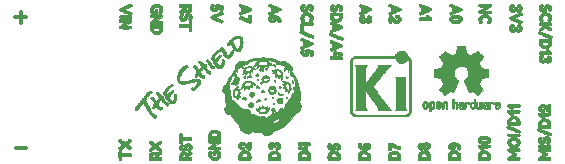
<source format=gbr>
G04 #@! TF.GenerationSoftware,KiCad,Pcbnew,5.1.5-52549c5~84~ubuntu18.04.1*
G04 #@! TF.CreationDate,2020-02-08T18:13:24-07:00*
G04 #@! TF.ProjectId,FeatherWing_KC5,46656174-6865-4725-9769-6e675f4b4335,rev?*
G04 #@! TF.SameCoordinates,Original*
G04 #@! TF.FileFunction,Legend,Top*
G04 #@! TF.FilePolarity,Positive*
%FSLAX46Y46*%
G04 Gerber Fmt 4.6, Leading zero omitted, Abs format (unit mm)*
G04 Created by KiCad (PCBNEW 5.1.5-52549c5~84~ubuntu18.04.1) date 2020-02-08 18:13:24*
%MOMM*%
%LPD*%
G04 APERTURE LIST*
%ADD10C,0.300000*%
%ADD11C,0.010000*%
G04 APERTURE END LIST*
D10*
X114681057Y-96986714D02*
X115595342Y-96986714D01*
X114655657Y-85912314D02*
X115569942Y-85912314D01*
X115112800Y-86369457D02*
X115112800Y-85455171D01*
D11*
G36*
X146820133Y-97217213D02*
G01*
X146949903Y-97253490D01*
X147068958Y-97320020D01*
X147170212Y-97417187D01*
X147177529Y-97426554D01*
X147204899Y-97465542D01*
X147222868Y-97503514D01*
X147233848Y-97551169D01*
X147240250Y-97619206D01*
X147244486Y-97718323D01*
X147244691Y-97724495D01*
X147246173Y-97844581D01*
X147241210Y-97925482D01*
X147229606Y-97969885D01*
X147226224Y-97974924D01*
X147210904Y-97985313D01*
X147181084Y-97993183D01*
X147131710Y-97998850D01*
X147057725Y-98002629D01*
X146954075Y-98004839D01*
X146815706Y-98005794D01*
X146731092Y-98005900D01*
X146560615Y-98005104D01*
X146429373Y-98002612D01*
X146334294Y-97998266D01*
X146272307Y-97991908D01*
X146240341Y-97983382D01*
X146236267Y-97980500D01*
X146222659Y-97944399D01*
X146213998Y-97871220D01*
X146210869Y-97765994D01*
X146210867Y-97762734D01*
X146212409Y-97687008D01*
X146486034Y-97687008D01*
X146486034Y-97773066D01*
X146994034Y-97773066D01*
X146993954Y-97704275D01*
X146978654Y-97626435D01*
X146939576Y-97548947D01*
X146886702Y-97489709D01*
X146867050Y-97476742D01*
X146790027Y-97454339D01*
X146701074Y-97456064D01*
X146614113Y-97478682D01*
X146543068Y-97518957D01*
X146507828Y-97560227D01*
X146493645Y-97607576D01*
X146486311Y-97672789D01*
X146486034Y-97687008D01*
X146212409Y-97687008D01*
X146212967Y-97659628D01*
X146220760Y-97585230D01*
X146236488Y-97526058D01*
X146258492Y-97476231D01*
X146335578Y-97366983D01*
X146437369Y-97286075D01*
X146556782Y-97233888D01*
X146686731Y-97210806D01*
X146820133Y-97217213D01*
G37*
X146820133Y-97217213D02*
X146949903Y-97253490D01*
X147068958Y-97320020D01*
X147170212Y-97417187D01*
X147177529Y-97426554D01*
X147204899Y-97465542D01*
X147222868Y-97503514D01*
X147233848Y-97551169D01*
X147240250Y-97619206D01*
X147244486Y-97718323D01*
X147244691Y-97724495D01*
X147246173Y-97844581D01*
X147241210Y-97925482D01*
X147229606Y-97969885D01*
X147226224Y-97974924D01*
X147210904Y-97985313D01*
X147181084Y-97993183D01*
X147131710Y-97998850D01*
X147057725Y-98002629D01*
X146954075Y-98004839D01*
X146815706Y-98005794D01*
X146731092Y-98005900D01*
X146560615Y-98005104D01*
X146429373Y-98002612D01*
X146334294Y-97998266D01*
X146272307Y-97991908D01*
X146240341Y-97983382D01*
X146236267Y-97980500D01*
X146222659Y-97944399D01*
X146213998Y-97871220D01*
X146210869Y-97765994D01*
X146210867Y-97762734D01*
X146212409Y-97687008D01*
X146486034Y-97687008D01*
X146486034Y-97773066D01*
X146994034Y-97773066D01*
X146993954Y-97704275D01*
X146978654Y-97626435D01*
X146939576Y-97548947D01*
X146886702Y-97489709D01*
X146867050Y-97476742D01*
X146790027Y-97454339D01*
X146701074Y-97456064D01*
X146614113Y-97478682D01*
X146543068Y-97518957D01*
X146507828Y-97560227D01*
X146493645Y-97607576D01*
X146486311Y-97672789D01*
X146486034Y-97687008D01*
X146212409Y-97687008D01*
X146212967Y-97659628D01*
X146220760Y-97585230D01*
X146236488Y-97526058D01*
X146258492Y-97476231D01*
X146335578Y-97366983D01*
X146437369Y-97286075D01*
X146556782Y-97233888D01*
X146686731Y-97210806D01*
X146820133Y-97217213D01*
G36*
X123572570Y-97127964D02*
G01*
X123605347Y-97164754D01*
X123622158Y-97232667D01*
X123626034Y-97315282D01*
X123626034Y-97431782D01*
X124018425Y-97438382D01*
X124163836Y-97441192D01*
X124272332Y-97445082D01*
X124349326Y-97451605D01*
X124400234Y-97462312D01*
X124430469Y-97478757D01*
X124445446Y-97502492D01*
X124450581Y-97535069D01*
X124451209Y-97562458D01*
X124449203Y-97597552D01*
X124439150Y-97623808D01*
X124415721Y-97642501D01*
X124373585Y-97654907D01*
X124307412Y-97662301D01*
X124211870Y-97665959D01*
X124081631Y-97667157D01*
X124013384Y-97667233D01*
X123626034Y-97667233D01*
X123626034Y-97792502D01*
X123624009Y-97883513D01*
X123614713Y-97940247D01*
X123593306Y-97970691D01*
X123554954Y-97982832D01*
X123509617Y-97984733D01*
X123441685Y-97977996D01*
X123408643Y-97956616D01*
X123406048Y-97951252D01*
X123401831Y-97919828D01*
X123398196Y-97853729D01*
X123395388Y-97760608D01*
X123393652Y-97648122D01*
X123393200Y-97550597D01*
X123393948Y-97404502D01*
X123397244Y-97295379D01*
X123404662Y-97217877D01*
X123417781Y-97166645D01*
X123438175Y-97136333D01*
X123467422Y-97121589D01*
X123507098Y-97117064D01*
X123520967Y-97116900D01*
X123572570Y-97127964D01*
G37*
X123572570Y-97127964D02*
X123605347Y-97164754D01*
X123622158Y-97232667D01*
X123626034Y-97315282D01*
X123626034Y-97431782D01*
X124018425Y-97438382D01*
X124163836Y-97441192D01*
X124272332Y-97445082D01*
X124349326Y-97451605D01*
X124400234Y-97462312D01*
X124430469Y-97478757D01*
X124445446Y-97502492D01*
X124450581Y-97535069D01*
X124451209Y-97562458D01*
X124449203Y-97597552D01*
X124439150Y-97623808D01*
X124415721Y-97642501D01*
X124373585Y-97654907D01*
X124307412Y-97662301D01*
X124211870Y-97665959D01*
X124081631Y-97667157D01*
X124013384Y-97667233D01*
X123626034Y-97667233D01*
X123626034Y-97792502D01*
X123624009Y-97883513D01*
X123614713Y-97940247D01*
X123593306Y-97970691D01*
X123554954Y-97982832D01*
X123509617Y-97984733D01*
X123441685Y-97977996D01*
X123408643Y-97956616D01*
X123406048Y-97951252D01*
X123401831Y-97919828D01*
X123398196Y-97853729D01*
X123395388Y-97760608D01*
X123393652Y-97648122D01*
X123393200Y-97550597D01*
X123393948Y-97404502D01*
X123397244Y-97295379D01*
X123404662Y-97217877D01*
X123417781Y-97166645D01*
X123438175Y-97136333D01*
X123467422Y-97121589D01*
X123507098Y-97117064D01*
X123520967Y-97116900D01*
X123572570Y-97127964D01*
G36*
X126930193Y-96391496D02*
G01*
X126981628Y-96428893D01*
X127020955Y-96475249D01*
X127033867Y-96512128D01*
X127017836Y-96537487D01*
X126974514Y-96580769D01*
X126911058Y-96635288D01*
X126855049Y-96679160D01*
X126676230Y-96814040D01*
X126844290Y-96937662D01*
X126936432Y-97008440D01*
X126994985Y-97062886D01*
X127022617Y-97106522D01*
X127021993Y-97144871D01*
X126995781Y-97183456D01*
X126973389Y-97205032D01*
X126933496Y-97242959D01*
X126922752Y-97264389D01*
X126937727Y-97279854D01*
X126947286Y-97285209D01*
X126987526Y-97324286D01*
X127012565Y-97380577D01*
X127016596Y-97436375D01*
X127005708Y-97463336D01*
X126973300Y-97487768D01*
X126914769Y-97517816D01*
X126859242Y-97540660D01*
X126792314Y-97566647D01*
X126755928Y-97588132D01*
X126740779Y-97614908D01*
X126737564Y-97656768D01*
X126737534Y-97668754D01*
X126737534Y-97751900D01*
X126834175Y-97751900D01*
X126926689Y-97759535D01*
X126983796Y-97784163D01*
X127009894Y-97828366D01*
X127012700Y-97856746D01*
X127012670Y-97896587D01*
X127009289Y-97927175D01*
X126997626Y-97949731D01*
X126972747Y-97965475D01*
X126929719Y-97975628D01*
X126863610Y-97981410D01*
X126769486Y-97984041D01*
X126642414Y-97984743D01*
X126495380Y-97984733D01*
X126355194Y-97984150D01*
X126229359Y-97982514D01*
X126123983Y-97979997D01*
X126045173Y-97976767D01*
X125999035Y-97972997D01*
X125989645Y-97970622D01*
X125983731Y-97944744D01*
X125979037Y-97886207D01*
X125976155Y-97804679D01*
X125975534Y-97740919D01*
X125977388Y-97682526D01*
X126229534Y-97682526D01*
X126229534Y-97751900D01*
X126462367Y-97751900D01*
X126462367Y-97668745D01*
X126448455Y-97587560D01*
X126408444Y-97536564D01*
X126345638Y-97519066D01*
X126291246Y-97538307D01*
X126250467Y-97589314D01*
X126230454Y-97662020D01*
X126229534Y-97682526D01*
X125977388Y-97682526D01*
X125979515Y-97615548D01*
X125993976Y-97522157D01*
X126022692Y-97450928D01*
X126069435Y-97392042D01*
X126128707Y-97342467D01*
X126207575Y-97305910D01*
X126309012Y-97289370D01*
X126417926Y-97293529D01*
X126519226Y-97319070D01*
X126531599Y-97324239D01*
X126628034Y-97366898D01*
X126760792Y-97318827D01*
X126830426Y-97292903D01*
X126865498Y-97276039D01*
X126871378Y-97263239D01*
X126853436Y-97249509D01*
X126842000Y-97243281D01*
X126801607Y-97217425D01*
X126740003Y-97173095D01*
X126668708Y-97118663D01*
X126648705Y-97102852D01*
X126582184Y-97051543D01*
X126527392Y-97012414D01*
X126493186Y-96991671D01*
X126487537Y-96989900D01*
X126463400Y-97002232D01*
X126414729Y-97035322D01*
X126349906Y-97083305D01*
X126311782Y-97112837D01*
X126238692Y-97168627D01*
X126174212Y-97214815D01*
X126128129Y-97244521D01*
X126115426Y-97250900D01*
X126064130Y-97250134D01*
X126007678Y-97220243D01*
X125960574Y-97169593D01*
X125953424Y-97157472D01*
X125943571Y-97128475D01*
X125949554Y-97098980D01*
X125975738Y-97063770D01*
X126026490Y-97017626D01*
X126106173Y-96955334D01*
X126149898Y-96922670D01*
X126294179Y-96815710D01*
X126171898Y-96721803D01*
X126071260Y-96643886D01*
X126001075Y-96586321D01*
X125958038Y-96543910D01*
X125938846Y-96511456D01*
X125940197Y-96483764D01*
X125958786Y-96455635D01*
X125985155Y-96428021D01*
X126028849Y-96393074D01*
X126073643Y-96380251D01*
X126126320Y-96391357D01*
X126193667Y-96428196D01*
X126282467Y-96492573D01*
X126310584Y-96514580D01*
X126485754Y-96653094D01*
X126659269Y-96514697D01*
X126740877Y-96453280D01*
X126811809Y-96406773D01*
X126863813Y-96380320D01*
X126881371Y-96376183D01*
X126930193Y-96391496D01*
G37*
X126930193Y-96391496D02*
X126981628Y-96428893D01*
X127020955Y-96475249D01*
X127033867Y-96512128D01*
X127017836Y-96537487D01*
X126974514Y-96580769D01*
X126911058Y-96635288D01*
X126855049Y-96679160D01*
X126676230Y-96814040D01*
X126844290Y-96937662D01*
X126936432Y-97008440D01*
X126994985Y-97062886D01*
X127022617Y-97106522D01*
X127021993Y-97144871D01*
X126995781Y-97183456D01*
X126973389Y-97205032D01*
X126933496Y-97242959D01*
X126922752Y-97264389D01*
X126937727Y-97279854D01*
X126947286Y-97285209D01*
X126987526Y-97324286D01*
X127012565Y-97380577D01*
X127016596Y-97436375D01*
X127005708Y-97463336D01*
X126973300Y-97487768D01*
X126914769Y-97517816D01*
X126859242Y-97540660D01*
X126792314Y-97566647D01*
X126755928Y-97588132D01*
X126740779Y-97614908D01*
X126737564Y-97656768D01*
X126737534Y-97668754D01*
X126737534Y-97751900D01*
X126834175Y-97751900D01*
X126926689Y-97759535D01*
X126983796Y-97784163D01*
X127009894Y-97828366D01*
X127012700Y-97856746D01*
X127012670Y-97896587D01*
X127009289Y-97927175D01*
X126997626Y-97949731D01*
X126972747Y-97965475D01*
X126929719Y-97975628D01*
X126863610Y-97981410D01*
X126769486Y-97984041D01*
X126642414Y-97984743D01*
X126495380Y-97984733D01*
X126355194Y-97984150D01*
X126229359Y-97982514D01*
X126123983Y-97979997D01*
X126045173Y-97976767D01*
X125999035Y-97972997D01*
X125989645Y-97970622D01*
X125983731Y-97944744D01*
X125979037Y-97886207D01*
X125976155Y-97804679D01*
X125975534Y-97740919D01*
X125977388Y-97682526D01*
X126229534Y-97682526D01*
X126229534Y-97751900D01*
X126462367Y-97751900D01*
X126462367Y-97668745D01*
X126448455Y-97587560D01*
X126408444Y-97536564D01*
X126345638Y-97519066D01*
X126291246Y-97538307D01*
X126250467Y-97589314D01*
X126230454Y-97662020D01*
X126229534Y-97682526D01*
X125977388Y-97682526D01*
X125979515Y-97615548D01*
X125993976Y-97522157D01*
X126022692Y-97450928D01*
X126069435Y-97392042D01*
X126128707Y-97342467D01*
X126207575Y-97305910D01*
X126309012Y-97289370D01*
X126417926Y-97293529D01*
X126519226Y-97319070D01*
X126531599Y-97324239D01*
X126628034Y-97366898D01*
X126760792Y-97318827D01*
X126830426Y-97292903D01*
X126865498Y-97276039D01*
X126871378Y-97263239D01*
X126853436Y-97249509D01*
X126842000Y-97243281D01*
X126801607Y-97217425D01*
X126740003Y-97173095D01*
X126668708Y-97118663D01*
X126648705Y-97102852D01*
X126582184Y-97051543D01*
X126527392Y-97012414D01*
X126493186Y-96991671D01*
X126487537Y-96989900D01*
X126463400Y-97002232D01*
X126414729Y-97035322D01*
X126349906Y-97083305D01*
X126311782Y-97112837D01*
X126238692Y-97168627D01*
X126174212Y-97214815D01*
X126128129Y-97244521D01*
X126115426Y-97250900D01*
X126064130Y-97250134D01*
X126007678Y-97220243D01*
X125960574Y-97169593D01*
X125953424Y-97157472D01*
X125943571Y-97128475D01*
X125949554Y-97098980D01*
X125975738Y-97063770D01*
X126026490Y-97017626D01*
X126106173Y-96955334D01*
X126149898Y-96922670D01*
X126294179Y-96815710D01*
X126171898Y-96721803D01*
X126071260Y-96643886D01*
X126001075Y-96586321D01*
X125958038Y-96543910D01*
X125938846Y-96511456D01*
X125940197Y-96483764D01*
X125958786Y-96455635D01*
X125985155Y-96428021D01*
X126028849Y-96393074D01*
X126073643Y-96380251D01*
X126126320Y-96391357D01*
X126193667Y-96428196D01*
X126282467Y-96492573D01*
X126310584Y-96514580D01*
X126485754Y-96653094D01*
X126659269Y-96514697D01*
X126740877Y-96453280D01*
X126811809Y-96406773D01*
X126863813Y-96380320D01*
X126881371Y-96376183D01*
X126930193Y-96391496D01*
G36*
X129487572Y-97278443D02*
G01*
X129516366Y-97291966D01*
X129523150Y-97296311D01*
X129567104Y-97342059D01*
X129589029Y-97398867D01*
X129583920Y-97450849D01*
X129575889Y-97463713D01*
X129544242Y-97485808D01*
X129485966Y-97514323D01*
X129425359Y-97538658D01*
X129356751Y-97564792D01*
X129318866Y-97585970D01*
X129302581Y-97611535D01*
X129298773Y-97650829D01*
X129298700Y-97668370D01*
X129298700Y-97751900D01*
X129400488Y-97751900D01*
X129489549Y-97759275D01*
X129543734Y-97784292D01*
X129568353Y-97831283D01*
X129570118Y-97890327D01*
X129563284Y-97974150D01*
X129061074Y-97979823D01*
X128558865Y-97985497D01*
X128545652Y-97932852D01*
X128540469Y-97888171D01*
X128538063Y-97814502D01*
X128538753Y-97725120D01*
X128539861Y-97690570D01*
X128542162Y-97660883D01*
X128811867Y-97660883D01*
X128811867Y-97751900D01*
X129023534Y-97751900D01*
X129023534Y-97660883D01*
X129014771Y-97581897D01*
X128985780Y-97536601D01*
X128932508Y-97519563D01*
X128917700Y-97519066D01*
X128858755Y-97530808D01*
X128824952Y-97569656D01*
X128812237Y-97641041D01*
X128811867Y-97660883D01*
X128542162Y-97660883D01*
X128549069Y-97571803D01*
X128569231Y-97485398D01*
X128605379Y-97421799D01*
X128662542Y-97371451D01*
X128727633Y-97333858D01*
X128842635Y-97294979D01*
X128964259Y-97287659D01*
X129077908Y-97312119D01*
X129112721Y-97328026D01*
X129190697Y-97369819D01*
X129331901Y-97316670D01*
X129407175Y-97289535D01*
X129455120Y-97277213D01*
X129487572Y-97278443D01*
G37*
X129487572Y-97278443D02*
X129516366Y-97291966D01*
X129523150Y-97296311D01*
X129567104Y-97342059D01*
X129589029Y-97398867D01*
X129583920Y-97450849D01*
X129575889Y-97463713D01*
X129544242Y-97485808D01*
X129485966Y-97514323D01*
X129425359Y-97538658D01*
X129356751Y-97564792D01*
X129318866Y-97585970D01*
X129302581Y-97611535D01*
X129298773Y-97650829D01*
X129298700Y-97668370D01*
X129298700Y-97751900D01*
X129400488Y-97751900D01*
X129489549Y-97759275D01*
X129543734Y-97784292D01*
X129568353Y-97831283D01*
X129570118Y-97890327D01*
X129563284Y-97974150D01*
X129061074Y-97979823D01*
X128558865Y-97985497D01*
X128545652Y-97932852D01*
X128540469Y-97888171D01*
X128538063Y-97814502D01*
X128538753Y-97725120D01*
X128539861Y-97690570D01*
X128542162Y-97660883D01*
X128811867Y-97660883D01*
X128811867Y-97751900D01*
X129023534Y-97751900D01*
X129023534Y-97660883D01*
X129014771Y-97581897D01*
X128985780Y-97536601D01*
X128932508Y-97519563D01*
X128917700Y-97519066D01*
X128858755Y-97530808D01*
X128824952Y-97569656D01*
X128812237Y-97641041D01*
X128811867Y-97660883D01*
X128542162Y-97660883D01*
X128549069Y-97571803D01*
X128569231Y-97485398D01*
X128605379Y-97421799D01*
X128662542Y-97371451D01*
X128727633Y-97333858D01*
X128842635Y-97294979D01*
X128964259Y-97287659D01*
X129077908Y-97312119D01*
X129112721Y-97328026D01*
X129190697Y-97369819D01*
X129331901Y-97316670D01*
X129407175Y-97289535D01*
X129455120Y-97277213D01*
X129487572Y-97278443D01*
G36*
X131761125Y-97181924D02*
G01*
X131825822Y-97187812D01*
X131870167Y-97200041D01*
X131905120Y-97220585D01*
X131910352Y-97224602D01*
X131979795Y-97300570D01*
X132019967Y-97399014D01*
X132033413Y-97520442D01*
X132015648Y-97653765D01*
X131959080Y-97771023D01*
X131864787Y-97870353D01*
X131808107Y-97910090D01*
X131750398Y-97942700D01*
X131697211Y-97962706D01*
X131633963Y-97973683D01*
X131546069Y-97979208D01*
X131522917Y-97980016D01*
X131422157Y-97980973D01*
X131349036Y-97974803D01*
X131289171Y-97959513D01*
X131246034Y-97941661D01*
X131121207Y-97864144D01*
X131031286Y-97764778D01*
X130977893Y-97645927D01*
X130962417Y-97528665D01*
X130973355Y-97433559D01*
X131003676Y-97346280D01*
X131047968Y-97276159D01*
X131100818Y-97232523D01*
X131139912Y-97222733D01*
X131199504Y-97237011D01*
X131258678Y-97272076D01*
X131260483Y-97273606D01*
X131319626Y-97324479D01*
X131272246Y-97408779D01*
X131236985Y-97481429D01*
X131227383Y-97537912D01*
X131242272Y-97594810D01*
X131256975Y-97625592D01*
X131316543Y-97697290D01*
X131403108Y-97738706D01*
X131512124Y-97747787D01*
X131525396Y-97746713D01*
X131624760Y-97720757D01*
X131702400Y-97668270D01*
X131752328Y-97596126D01*
X131768554Y-97511201D01*
X131763809Y-97473056D01*
X131748352Y-97431732D01*
X131716990Y-97415458D01*
X131678268Y-97413233D01*
X131631394Y-97416059D01*
X131610939Y-97432793D01*
X131605971Y-97475818D01*
X131605867Y-97495254D01*
X131602199Y-97549803D01*
X131585124Y-97576433D01*
X131545537Y-97589340D01*
X131545514Y-97589345D01*
X131484124Y-97594341D01*
X131439681Y-97589522D01*
X131417357Y-97580321D01*
X131403823Y-97561070D01*
X131396910Y-97522769D01*
X131394446Y-97456418D01*
X131394200Y-97400926D01*
X131395790Y-97310447D01*
X131405109Y-97248866D01*
X131428983Y-97210627D01*
X131474238Y-97190174D01*
X131547699Y-97181950D01*
X131656191Y-97180402D01*
X131665121Y-97180400D01*
X131761125Y-97181924D01*
G37*
X131761125Y-97181924D02*
X131825822Y-97187812D01*
X131870167Y-97200041D01*
X131905120Y-97220585D01*
X131910352Y-97224602D01*
X131979795Y-97300570D01*
X132019967Y-97399014D01*
X132033413Y-97520442D01*
X132015648Y-97653765D01*
X131959080Y-97771023D01*
X131864787Y-97870353D01*
X131808107Y-97910090D01*
X131750398Y-97942700D01*
X131697211Y-97962706D01*
X131633963Y-97973683D01*
X131546069Y-97979208D01*
X131522917Y-97980016D01*
X131422157Y-97980973D01*
X131349036Y-97974803D01*
X131289171Y-97959513D01*
X131246034Y-97941661D01*
X131121207Y-97864144D01*
X131031286Y-97764778D01*
X130977893Y-97645927D01*
X130962417Y-97528665D01*
X130973355Y-97433559D01*
X131003676Y-97346280D01*
X131047968Y-97276159D01*
X131100818Y-97232523D01*
X131139912Y-97222733D01*
X131199504Y-97237011D01*
X131258678Y-97272076D01*
X131260483Y-97273606D01*
X131319626Y-97324479D01*
X131272246Y-97408779D01*
X131236985Y-97481429D01*
X131227383Y-97537912D01*
X131242272Y-97594810D01*
X131256975Y-97625592D01*
X131316543Y-97697290D01*
X131403108Y-97738706D01*
X131512124Y-97747787D01*
X131525396Y-97746713D01*
X131624760Y-97720757D01*
X131702400Y-97668270D01*
X131752328Y-97596126D01*
X131768554Y-97511201D01*
X131763809Y-97473056D01*
X131748352Y-97431732D01*
X131716990Y-97415458D01*
X131678268Y-97413233D01*
X131631394Y-97416059D01*
X131610939Y-97432793D01*
X131605971Y-97475818D01*
X131605867Y-97495254D01*
X131602199Y-97549803D01*
X131585124Y-97576433D01*
X131545537Y-97589340D01*
X131545514Y-97589345D01*
X131484124Y-97594341D01*
X131439681Y-97589522D01*
X131417357Y-97580321D01*
X131403823Y-97561070D01*
X131396910Y-97522769D01*
X131394446Y-97456418D01*
X131394200Y-97400926D01*
X131395790Y-97310447D01*
X131405109Y-97248866D01*
X131428983Y-97210627D01*
X131474238Y-97190174D01*
X131547699Y-97181950D01*
X131656191Y-97180402D01*
X131665121Y-97180400D01*
X131761125Y-97181924D01*
G36*
X134179289Y-97198452D02*
G01*
X134306813Y-97248146D01*
X134421588Y-97322789D01*
X134512010Y-97415688D01*
X134543227Y-97464559D01*
X134560904Y-97518185D01*
X134573166Y-97595693D01*
X134579908Y-97686265D01*
X134581028Y-97779081D01*
X134576419Y-97863322D01*
X134565979Y-97928168D01*
X134549604Y-97962801D01*
X134548034Y-97963942D01*
X134516300Y-97970737D01*
X134449969Y-97976079D01*
X134356753Y-97979985D01*
X134244361Y-97982470D01*
X134120506Y-97983550D01*
X133992897Y-97983243D01*
X133869246Y-97981565D01*
X133757263Y-97978531D01*
X133664660Y-97974158D01*
X133599148Y-97968463D01*
X133569075Y-97961871D01*
X133547242Y-97927731D01*
X133533723Y-97862715D01*
X133528368Y-97777425D01*
X133531022Y-97682462D01*
X133532807Y-97666488D01*
X133807200Y-97666488D01*
X133807200Y-97751900D01*
X134315200Y-97751900D01*
X134315200Y-97668857D01*
X134295336Y-97577755D01*
X134240709Y-97499470D01*
X134158769Y-97443612D01*
X134132857Y-97433599D01*
X134074573Y-97420374D01*
X134019407Y-97426093D01*
X133965934Y-97443864D01*
X133877828Y-97493092D01*
X133826067Y-97561825D01*
X133807378Y-97654657D01*
X133807200Y-97666488D01*
X133532807Y-97666488D01*
X133541534Y-97588430D01*
X133559751Y-97505928D01*
X133576267Y-97462223D01*
X133649058Y-97357545D01*
X133752049Y-97272021D01*
X133875219Y-97211608D01*
X134008546Y-97182259D01*
X134050617Y-97180400D01*
X134179289Y-97198452D01*
G37*
X134179289Y-97198452D02*
X134306813Y-97248146D01*
X134421588Y-97322789D01*
X134512010Y-97415688D01*
X134543227Y-97464559D01*
X134560904Y-97518185D01*
X134573166Y-97595693D01*
X134579908Y-97686265D01*
X134581028Y-97779081D01*
X134576419Y-97863322D01*
X134565979Y-97928168D01*
X134549604Y-97962801D01*
X134548034Y-97963942D01*
X134516300Y-97970737D01*
X134449969Y-97976079D01*
X134356753Y-97979985D01*
X134244361Y-97982470D01*
X134120506Y-97983550D01*
X133992897Y-97983243D01*
X133869246Y-97981565D01*
X133757263Y-97978531D01*
X133664660Y-97974158D01*
X133599148Y-97968463D01*
X133569075Y-97961871D01*
X133547242Y-97927731D01*
X133533723Y-97862715D01*
X133528368Y-97777425D01*
X133531022Y-97682462D01*
X133532807Y-97666488D01*
X133807200Y-97666488D01*
X133807200Y-97751900D01*
X134315200Y-97751900D01*
X134315200Y-97668857D01*
X134295336Y-97577755D01*
X134240709Y-97499470D01*
X134158769Y-97443612D01*
X134132857Y-97433599D01*
X134074573Y-97420374D01*
X134019407Y-97426093D01*
X133965934Y-97443864D01*
X133877828Y-97493092D01*
X133826067Y-97561825D01*
X133807378Y-97654657D01*
X133807200Y-97666488D01*
X133532807Y-97666488D01*
X133541534Y-97588430D01*
X133559751Y-97505928D01*
X133576267Y-97462223D01*
X133649058Y-97357545D01*
X133752049Y-97272021D01*
X133875219Y-97211608D01*
X134008546Y-97182259D01*
X134050617Y-97180400D01*
X134179289Y-97198452D01*
G36*
X136754358Y-97226729D02*
G01*
X136834051Y-97264015D01*
X136917318Y-97324353D01*
X136992484Y-97396991D01*
X137047873Y-97471176D01*
X137067823Y-97515414D01*
X137077570Y-97572529D01*
X137083543Y-97656596D01*
X137084817Y-97752325D01*
X137084056Y-97783650D01*
X137077450Y-97974150D01*
X136578643Y-97979815D01*
X136437390Y-97980823D01*
X136310430Y-97980590D01*
X136203828Y-97979221D01*
X136123649Y-97976820D01*
X136075957Y-97973491D01*
X136065352Y-97970996D01*
X136059290Y-97944961D01*
X136054475Y-97886269D01*
X136051513Y-97804590D01*
X136050985Y-97751900D01*
X136299293Y-97751900D01*
X136812867Y-97751900D01*
X136812867Y-97660610D01*
X136805775Y-97591014D01*
X136777896Y-97538903D01*
X136747977Y-97507151D01*
X136701562Y-97469226D01*
X136653852Y-97450674D01*
X136586383Y-97445102D01*
X136568467Y-97444983D01*
X136495867Y-97448398D01*
X136447006Y-97463091D01*
X136403543Y-97495728D01*
X136388371Y-97510459D01*
X136329692Y-97595069D01*
X136311094Y-97663918D01*
X136299293Y-97751900D01*
X136050985Y-97751900D01*
X136050867Y-97740181D01*
X136051531Y-97641132D01*
X136055183Y-97572885D01*
X136064313Y-97523913D01*
X136081410Y-97482687D01*
X136108966Y-97437679D01*
X136119659Y-97421694D01*
X136212686Y-97319818D01*
X136330883Y-97247605D01*
X136467243Y-97207208D01*
X136614761Y-97200779D01*
X136754358Y-97226729D01*
G37*
X136754358Y-97226729D02*
X136834051Y-97264015D01*
X136917318Y-97324353D01*
X136992484Y-97396991D01*
X137047873Y-97471176D01*
X137067823Y-97515414D01*
X137077570Y-97572529D01*
X137083543Y-97656596D01*
X137084817Y-97752325D01*
X137084056Y-97783650D01*
X137077450Y-97974150D01*
X136578643Y-97979815D01*
X136437390Y-97980823D01*
X136310430Y-97980590D01*
X136203828Y-97979221D01*
X136123649Y-97976820D01*
X136075957Y-97973491D01*
X136065352Y-97970996D01*
X136059290Y-97944961D01*
X136054475Y-97886269D01*
X136051513Y-97804590D01*
X136050985Y-97751900D01*
X136299293Y-97751900D01*
X136812867Y-97751900D01*
X136812867Y-97660610D01*
X136805775Y-97591014D01*
X136777896Y-97538903D01*
X136747977Y-97507151D01*
X136701562Y-97469226D01*
X136653852Y-97450674D01*
X136586383Y-97445102D01*
X136568467Y-97444983D01*
X136495867Y-97448398D01*
X136447006Y-97463091D01*
X136403543Y-97495728D01*
X136388371Y-97510459D01*
X136329692Y-97595069D01*
X136311094Y-97663918D01*
X136299293Y-97751900D01*
X136050985Y-97751900D01*
X136050867Y-97740181D01*
X136051531Y-97641132D01*
X136055183Y-97572885D01*
X136064313Y-97523913D01*
X136081410Y-97482687D01*
X136108966Y-97437679D01*
X136119659Y-97421694D01*
X136212686Y-97319818D01*
X136330883Y-97247605D01*
X136467243Y-97207208D01*
X136614761Y-97200779D01*
X136754358Y-97226729D01*
G36*
X139251550Y-97220041D02*
G01*
X139383672Y-97271804D01*
X139493560Y-97353218D01*
X139574931Y-97460440D01*
X139595161Y-97502511D01*
X139610354Y-97560900D01*
X139621440Y-97645096D01*
X139627791Y-97740992D01*
X139628776Y-97834483D01*
X139623767Y-97911463D01*
X139615186Y-97951252D01*
X139606604Y-97962011D01*
X139586837Y-97970228D01*
X139550877Y-97976232D01*
X139493715Y-97980354D01*
X139410342Y-97982923D01*
X139295750Y-97984268D01*
X139144931Y-97984721D01*
X139106662Y-97984733D01*
X138610986Y-97984733D01*
X138588194Y-97926525D01*
X138575340Y-97860499D01*
X138573626Y-97768503D01*
X138579792Y-97689395D01*
X138844867Y-97689395D01*
X138844867Y-97751900D01*
X139352867Y-97751900D01*
X139352867Y-97667567D01*
X139334269Y-97578267D01*
X139284287Y-97506901D01*
X139211643Y-97457844D01*
X139125055Y-97435472D01*
X139033245Y-97444160D01*
X138966323Y-97473619D01*
X138889908Y-97542710D01*
X138850528Y-97632190D01*
X138844867Y-97689395D01*
X138579792Y-97689395D01*
X138581693Y-97665010D01*
X138598178Y-97564494D01*
X138621723Y-97481430D01*
X138632301Y-97457329D01*
X138709113Y-97351749D01*
X138815843Y-97271784D01*
X138946445Y-97220713D01*
X139094877Y-97201814D01*
X139103479Y-97201773D01*
X139251550Y-97220041D01*
G37*
X139251550Y-97220041D02*
X139383672Y-97271804D01*
X139493560Y-97353218D01*
X139574931Y-97460440D01*
X139595161Y-97502511D01*
X139610354Y-97560900D01*
X139621440Y-97645096D01*
X139627791Y-97740992D01*
X139628776Y-97834483D01*
X139623767Y-97911463D01*
X139615186Y-97951252D01*
X139606604Y-97962011D01*
X139586837Y-97970228D01*
X139550877Y-97976232D01*
X139493715Y-97980354D01*
X139410342Y-97982923D01*
X139295750Y-97984268D01*
X139144931Y-97984721D01*
X139106662Y-97984733D01*
X138610986Y-97984733D01*
X138588194Y-97926525D01*
X138575340Y-97860499D01*
X138573626Y-97768503D01*
X138579792Y-97689395D01*
X138844867Y-97689395D01*
X138844867Y-97751900D01*
X139352867Y-97751900D01*
X139352867Y-97667567D01*
X139334269Y-97578267D01*
X139284287Y-97506901D01*
X139211643Y-97457844D01*
X139125055Y-97435472D01*
X139033245Y-97444160D01*
X138966323Y-97473619D01*
X138889908Y-97542710D01*
X138850528Y-97632190D01*
X138844867Y-97689395D01*
X138579792Y-97689395D01*
X138581693Y-97665010D01*
X138598178Y-97564494D01*
X138621723Y-97481430D01*
X138632301Y-97457329D01*
X138709113Y-97351749D01*
X138815843Y-97271784D01*
X138946445Y-97220713D01*
X139094877Y-97201814D01*
X139103479Y-97201773D01*
X139251550Y-97220041D01*
G36*
X141780596Y-97222954D02*
G01*
X141884288Y-97260473D01*
X141982502Y-97327843D01*
X142063840Y-97415955D01*
X142117202Y-97512150D01*
X142124427Y-97534363D01*
X142137090Y-97602203D01*
X142144365Y-97687040D01*
X142146335Y-97777033D01*
X142143084Y-97860343D01*
X142134693Y-97925129D01*
X142121467Y-97959333D01*
X142097812Y-97968425D01*
X142045255Y-97975346D01*
X141960715Y-97980251D01*
X141841117Y-97983297D01*
X141683381Y-97984638D01*
X141617700Y-97984733D01*
X141445700Y-97983960D01*
X141312928Y-97981536D01*
X141216308Y-97977308D01*
X141152760Y-97971119D01*
X141119208Y-97962815D01*
X141113934Y-97959333D01*
X141100751Y-97924722D01*
X141092414Y-97859974D01*
X141089042Y-97777020D01*
X141090754Y-97687792D01*
X141091640Y-97677071D01*
X141363700Y-97677071D01*
X141363700Y-97751900D01*
X141871700Y-97751900D01*
X141871700Y-97671943D01*
X141853596Y-97576486D01*
X141799068Y-97502538D01*
X141744466Y-97466029D01*
X141648954Y-97436573D01*
X141555429Y-97442077D01*
X141472207Y-97477932D01*
X141407603Y-97539528D01*
X141369933Y-97622257D01*
X141363700Y-97677071D01*
X141091640Y-97677071D01*
X141097668Y-97604221D01*
X141109734Y-97538850D01*
X141155242Y-97442475D01*
X141231814Y-97350919D01*
X141328691Y-97275553D01*
X141388386Y-97244404D01*
X141509645Y-97211258D01*
X141646120Y-97204294D01*
X141780596Y-97222954D01*
G37*
X141780596Y-97222954D02*
X141884288Y-97260473D01*
X141982502Y-97327843D01*
X142063840Y-97415955D01*
X142117202Y-97512150D01*
X142124427Y-97534363D01*
X142137090Y-97602203D01*
X142144365Y-97687040D01*
X142146335Y-97777033D01*
X142143084Y-97860343D01*
X142134693Y-97925129D01*
X142121467Y-97959333D01*
X142097812Y-97968425D01*
X142045255Y-97975346D01*
X141960715Y-97980251D01*
X141841117Y-97983297D01*
X141683381Y-97984638D01*
X141617700Y-97984733D01*
X141445700Y-97983960D01*
X141312928Y-97981536D01*
X141216308Y-97977308D01*
X141152760Y-97971119D01*
X141119208Y-97962815D01*
X141113934Y-97959333D01*
X141100751Y-97924722D01*
X141092414Y-97859974D01*
X141089042Y-97777020D01*
X141090754Y-97687792D01*
X141091640Y-97677071D01*
X141363700Y-97677071D01*
X141363700Y-97751900D01*
X141871700Y-97751900D01*
X141871700Y-97671943D01*
X141853596Y-97576486D01*
X141799068Y-97502538D01*
X141744466Y-97466029D01*
X141648954Y-97436573D01*
X141555429Y-97442077D01*
X141472207Y-97477932D01*
X141407603Y-97539528D01*
X141369933Y-97622257D01*
X141363700Y-97677071D01*
X141091640Y-97677071D01*
X141097668Y-97604221D01*
X141109734Y-97538850D01*
X141155242Y-97442475D01*
X141231814Y-97350919D01*
X141328691Y-97275553D01*
X141388386Y-97244404D01*
X141509645Y-97211258D01*
X141646120Y-97204294D01*
X141780596Y-97222954D01*
G36*
X144298552Y-97213858D02*
G01*
X144372058Y-97238118D01*
X144386768Y-97244298D01*
X144477871Y-97296701D01*
X144564076Y-97369038D01*
X144632799Y-97449319D01*
X144666645Y-97510967D01*
X144675997Y-97557475D01*
X144682558Y-97631971D01*
X144686106Y-97721122D01*
X144686417Y-97811599D01*
X144683269Y-97890070D01*
X144676436Y-97943205D01*
X144674019Y-97951252D01*
X144665424Y-97962028D01*
X144645627Y-97970254D01*
X144609613Y-97976260D01*
X144552362Y-97980379D01*
X144468857Y-97982941D01*
X144354082Y-97984278D01*
X144203017Y-97984722D01*
X144167268Y-97984733D01*
X143997705Y-97984110D01*
X143866796Y-97982117D01*
X143770881Y-97978568D01*
X143706297Y-97973275D01*
X143669382Y-97966051D01*
X143657288Y-97958719D01*
X143650784Y-97927233D01*
X143646635Y-97864270D01*
X143645375Y-97780647D01*
X143646073Y-97731178D01*
X143647766Y-97686374D01*
X143903700Y-97686374D01*
X143903700Y-97751900D01*
X144411700Y-97751900D01*
X144411700Y-97667567D01*
X144398950Y-97588259D01*
X144354804Y-97519569D01*
X144353492Y-97518093D01*
X144278294Y-97461365D01*
X144192077Y-97438356D01*
X144103680Y-97445757D01*
X144021946Y-97480262D01*
X143955714Y-97538562D01*
X143913826Y-97617350D01*
X143903700Y-97686374D01*
X143647766Y-97686374D01*
X143649830Y-97631800D01*
X143657175Y-97562147D01*
X143670788Y-97509623D01*
X143693347Y-97461627D01*
X143709085Y-97434959D01*
X143798586Y-97327009D01*
X143913723Y-97252684D01*
X144054199Y-97212148D01*
X144125592Y-97204974D01*
X144222971Y-97203800D01*
X144298552Y-97213858D01*
G37*
X144298552Y-97213858D02*
X144372058Y-97238118D01*
X144386768Y-97244298D01*
X144477871Y-97296701D01*
X144564076Y-97369038D01*
X144632799Y-97449319D01*
X144666645Y-97510967D01*
X144675997Y-97557475D01*
X144682558Y-97631971D01*
X144686106Y-97721122D01*
X144686417Y-97811599D01*
X144683269Y-97890070D01*
X144676436Y-97943205D01*
X144674019Y-97951252D01*
X144665424Y-97962028D01*
X144645627Y-97970254D01*
X144609613Y-97976260D01*
X144552362Y-97980379D01*
X144468857Y-97982941D01*
X144354082Y-97984278D01*
X144203017Y-97984722D01*
X144167268Y-97984733D01*
X143997705Y-97984110D01*
X143866796Y-97982117D01*
X143770881Y-97978568D01*
X143706297Y-97973275D01*
X143669382Y-97966051D01*
X143657288Y-97958719D01*
X143650784Y-97927233D01*
X143646635Y-97864270D01*
X143645375Y-97780647D01*
X143646073Y-97731178D01*
X143647766Y-97686374D01*
X143903700Y-97686374D01*
X143903700Y-97751900D01*
X144411700Y-97751900D01*
X144411700Y-97667567D01*
X144398950Y-97588259D01*
X144354804Y-97519569D01*
X144353492Y-97518093D01*
X144278294Y-97461365D01*
X144192077Y-97438356D01*
X144103680Y-97445757D01*
X144021946Y-97480262D01*
X143955714Y-97538562D01*
X143913826Y-97617350D01*
X143903700Y-97686374D01*
X143647766Y-97686374D01*
X143649830Y-97631800D01*
X143657175Y-97562147D01*
X143670788Y-97509623D01*
X143693347Y-97461627D01*
X143709085Y-97434959D01*
X143798586Y-97327009D01*
X143913723Y-97252684D01*
X144054199Y-97212148D01*
X144125592Y-97204974D01*
X144222971Y-97203800D01*
X144298552Y-97213858D01*
G36*
X149430684Y-97229717D02*
G01*
X149548676Y-97283707D01*
X149648622Y-97365544D01*
X149702636Y-97429473D01*
X149738150Y-97499456D01*
X149757828Y-97585240D01*
X149764335Y-97696573D01*
X149762890Y-97783650D01*
X149756284Y-97974150D01*
X149257477Y-97979815D01*
X149116223Y-97980823D01*
X148989263Y-97980590D01*
X148882662Y-97979221D01*
X148802483Y-97976820D01*
X148754791Y-97973491D01*
X148744185Y-97970996D01*
X148737920Y-97944791D01*
X148733020Y-97886344D01*
X148730159Y-97805739D01*
X148729700Y-97755055D01*
X148729849Y-97751900D01*
X148978126Y-97751900D01*
X149518277Y-97751900D01*
X149504126Y-97661941D01*
X149467851Y-97561227D01*
X149426930Y-97508483D01*
X149382852Y-97470248D01*
X149337953Y-97451283D01*
X149274351Y-97445231D01*
X149248284Y-97444983D01*
X149175504Y-97448305D01*
X149126662Y-97462651D01*
X149083599Y-97494586D01*
X149067204Y-97510459D01*
X149008526Y-97595069D01*
X148989927Y-97663918D01*
X148978126Y-97751900D01*
X148729849Y-97751900D01*
X148736482Y-97611856D01*
X148759048Y-97500642D01*
X148800726Y-97412935D01*
X148864844Y-97340261D01*
X148905418Y-97307602D01*
X149020974Y-97241528D01*
X149147365Y-97208690D01*
X149290281Y-97205879D01*
X149430684Y-97229717D01*
G37*
X149430684Y-97229717D02*
X149548676Y-97283707D01*
X149648622Y-97365544D01*
X149702636Y-97429473D01*
X149738150Y-97499456D01*
X149757828Y-97585240D01*
X149764335Y-97696573D01*
X149762890Y-97783650D01*
X149756284Y-97974150D01*
X149257477Y-97979815D01*
X149116223Y-97980823D01*
X148989263Y-97980590D01*
X148882662Y-97979221D01*
X148802483Y-97976820D01*
X148754791Y-97973491D01*
X148744185Y-97970996D01*
X148737920Y-97944791D01*
X148733020Y-97886344D01*
X148730159Y-97805739D01*
X148729700Y-97755055D01*
X148729849Y-97751900D01*
X148978126Y-97751900D01*
X149518277Y-97751900D01*
X149504126Y-97661941D01*
X149467851Y-97561227D01*
X149426930Y-97508483D01*
X149382852Y-97470248D01*
X149337953Y-97451283D01*
X149274351Y-97445231D01*
X149248284Y-97444983D01*
X149175504Y-97448305D01*
X149126662Y-97462651D01*
X149083599Y-97494586D01*
X149067204Y-97510459D01*
X149008526Y-97595069D01*
X148989927Y-97663918D01*
X148978126Y-97751900D01*
X148729849Y-97751900D01*
X148736482Y-97611856D01*
X148759048Y-97500642D01*
X148800726Y-97412935D01*
X148864844Y-97340261D01*
X148905418Y-97307602D01*
X149020974Y-97241528D01*
X149147365Y-97208690D01*
X149290281Y-97205879D01*
X149430684Y-97229717D01*
G36*
X151898032Y-97195097D02*
G01*
X152028459Y-97231318D01*
X152148143Y-97298078D01*
X152250020Y-97395778D01*
X152257529Y-97405388D01*
X152284899Y-97444375D01*
X152302868Y-97482347D01*
X152313848Y-97530002D01*
X152320250Y-97598040D01*
X152324486Y-97697157D01*
X152324691Y-97703329D01*
X152326173Y-97823414D01*
X152321210Y-97904315D01*
X152309606Y-97948718D01*
X152306224Y-97953757D01*
X152290904Y-97964146D01*
X152261084Y-97972016D01*
X152211710Y-97977683D01*
X152137725Y-97981463D01*
X152034075Y-97983672D01*
X151895706Y-97984627D01*
X151811092Y-97984733D01*
X151640615Y-97983937D01*
X151509373Y-97981445D01*
X151414294Y-97977099D01*
X151352307Y-97970742D01*
X151320341Y-97962215D01*
X151316267Y-97959333D01*
X151302700Y-97923165D01*
X151294066Y-97849373D01*
X151291157Y-97751900D01*
X151539456Y-97751900D01*
X152079607Y-97751900D01*
X152067787Y-97663774D01*
X152036081Y-97560125D01*
X151976227Y-97482945D01*
X151894664Y-97436493D01*
X151797831Y-97425031D01*
X151727973Y-97438931D01*
X151641013Y-97485158D01*
X151583457Y-97559620D01*
X151553334Y-97661941D01*
X151539456Y-97751900D01*
X151291157Y-97751900D01*
X151290874Y-97742434D01*
X151290867Y-97736240D01*
X151293232Y-97627997D01*
X151301484Y-97550126D01*
X151317361Y-97490870D01*
X151331953Y-97458011D01*
X151410149Y-97347564D01*
X151512919Y-97265647D01*
X151633198Y-97212663D01*
X151763923Y-97189012D01*
X151898032Y-97195097D01*
G37*
X151898032Y-97195097D02*
X152028459Y-97231318D01*
X152148143Y-97298078D01*
X152250020Y-97395778D01*
X152257529Y-97405388D01*
X152284899Y-97444375D01*
X152302868Y-97482347D01*
X152313848Y-97530002D01*
X152320250Y-97598040D01*
X152324486Y-97697157D01*
X152324691Y-97703329D01*
X152326173Y-97823414D01*
X152321210Y-97904315D01*
X152309606Y-97948718D01*
X152306224Y-97953757D01*
X152290904Y-97964146D01*
X152261084Y-97972016D01*
X152211710Y-97977683D01*
X152137725Y-97981463D01*
X152034075Y-97983672D01*
X151895706Y-97984627D01*
X151811092Y-97984733D01*
X151640615Y-97983937D01*
X151509373Y-97981445D01*
X151414294Y-97977099D01*
X151352307Y-97970742D01*
X151320341Y-97962215D01*
X151316267Y-97959333D01*
X151302700Y-97923165D01*
X151294066Y-97849373D01*
X151291157Y-97751900D01*
X151539456Y-97751900D01*
X152079607Y-97751900D01*
X152067787Y-97663774D01*
X152036081Y-97560125D01*
X151976227Y-97482945D01*
X151894664Y-97436493D01*
X151797831Y-97425031D01*
X151727973Y-97438931D01*
X151641013Y-97485158D01*
X151583457Y-97559620D01*
X151553334Y-97661941D01*
X151539456Y-97751900D01*
X151291157Y-97751900D01*
X151290874Y-97742434D01*
X151290867Y-97736240D01*
X151293232Y-97627997D01*
X151301484Y-97550126D01*
X151317361Y-97490870D01*
X151331953Y-97458011D01*
X151410149Y-97347564D01*
X151512919Y-97265647D01*
X151633198Y-97212663D01*
X151763923Y-97189012D01*
X151898032Y-97195097D01*
G36*
X154407627Y-97194264D02*
G01*
X154473303Y-97203883D01*
X154532736Y-97225448D01*
X154592901Y-97256958D01*
X154677524Y-97315168D01*
X154750583Y-97384153D01*
X154772784Y-97411894D01*
X154802144Y-97456418D01*
X154821257Y-97497865D01*
X154832789Y-97547647D01*
X154839404Y-97617176D01*
X154843685Y-97715355D01*
X154846213Y-97814725D01*
X154844837Y-97880446D01*
X154838473Y-97921110D01*
X154826035Y-97945308D01*
X154813181Y-97957016D01*
X154780774Y-97965493D01*
X154713785Y-97972551D01*
X154619940Y-97978135D01*
X154506969Y-97982190D01*
X154382598Y-97984662D01*
X154254557Y-97985496D01*
X154130573Y-97984636D01*
X154018374Y-97982029D01*
X153925689Y-97977619D01*
X153860246Y-97971351D01*
X153830867Y-97963978D01*
X153814549Y-97942794D01*
X153804685Y-97899464D01*
X153800128Y-97826459D01*
X153799471Y-97757927D01*
X153799587Y-97751900D01*
X154058195Y-97751900D01*
X154571700Y-97751900D01*
X154571700Y-97654558D01*
X154566156Y-97585181D01*
X154543877Y-97536357D01*
X154508555Y-97498231D01*
X154420797Y-97441518D01*
X154323873Y-97422107D01*
X154228857Y-97441312D01*
X154142233Y-97494339D01*
X154090180Y-97568648D01*
X154069027Y-97655791D01*
X154058195Y-97751900D01*
X153799587Y-97751900D01*
X153801751Y-97640323D01*
X153810095Y-97554195D01*
X153827535Y-97488797D01*
X153857108Y-97433380D01*
X153901847Y-97377196D01*
X153909335Y-97368833D01*
X154004204Y-97280344D01*
X154103895Y-97225080D01*
X154220685Y-97197735D01*
X154317735Y-97192373D01*
X154407627Y-97194264D01*
G37*
X154407627Y-97194264D02*
X154473303Y-97203883D01*
X154532736Y-97225448D01*
X154592901Y-97256958D01*
X154677524Y-97315168D01*
X154750583Y-97384153D01*
X154772784Y-97411894D01*
X154802144Y-97456418D01*
X154821257Y-97497865D01*
X154832789Y-97547647D01*
X154839404Y-97617176D01*
X154843685Y-97715355D01*
X154846213Y-97814725D01*
X154844837Y-97880446D01*
X154838473Y-97921110D01*
X154826035Y-97945308D01*
X154813181Y-97957016D01*
X154780774Y-97965493D01*
X154713785Y-97972551D01*
X154619940Y-97978135D01*
X154506969Y-97982190D01*
X154382598Y-97984662D01*
X154254557Y-97985496D01*
X154130573Y-97984636D01*
X154018374Y-97982029D01*
X153925689Y-97977619D01*
X153860246Y-97971351D01*
X153830867Y-97963978D01*
X153814549Y-97942794D01*
X153804685Y-97899464D01*
X153800128Y-97826459D01*
X153799471Y-97757927D01*
X153799587Y-97751900D01*
X154058195Y-97751900D01*
X154571700Y-97751900D01*
X154571700Y-97654558D01*
X154566156Y-97585181D01*
X154543877Y-97536357D01*
X154508555Y-97498231D01*
X154420797Y-97441518D01*
X154323873Y-97422107D01*
X154228857Y-97441312D01*
X154142233Y-97494339D01*
X154090180Y-97568648D01*
X154069027Y-97655791D01*
X154058195Y-97751900D01*
X153799587Y-97751900D01*
X153801751Y-97640323D01*
X153810095Y-97554195D01*
X153827535Y-97488797D01*
X153857108Y-97433380D01*
X153901847Y-97377196D01*
X153909335Y-97368833D01*
X154004204Y-97280344D01*
X154103895Y-97225080D01*
X154220685Y-97197735D01*
X154317735Y-97192373D01*
X154407627Y-97194264D01*
G36*
X156832754Y-97011390D02*
G01*
X156968771Y-97012176D01*
X157090965Y-97014193D01*
X157192825Y-97017225D01*
X157267840Y-97021059D01*
X157309500Y-97025481D01*
X157315222Y-97027265D01*
X157346637Y-97070467D01*
X157356268Y-97133864D01*
X157345596Y-97188187D01*
X157324415Y-97243900D01*
X156783617Y-97244302D01*
X156910617Y-97325113D01*
X157009190Y-97393073D01*
X157069074Y-97450057D01*
X157090755Y-97501129D01*
X157074722Y-97551351D01*
X157021462Y-97605787D01*
X156943055Y-97661941D01*
X156806159Y-97751900D01*
X157021052Y-97751900D01*
X157118193Y-97753875D01*
X157204468Y-97759188D01*
X157267771Y-97766918D01*
X157289648Y-97772318D01*
X157338513Y-97810887D01*
X157359795Y-97870101D01*
X157348438Y-97934761D01*
X157345589Y-97940428D01*
X157336437Y-97954661D01*
X157322634Y-97965467D01*
X157298799Y-97973318D01*
X157259554Y-97978684D01*
X157199519Y-97982037D01*
X157113315Y-97983848D01*
X156995563Y-97984590D01*
X156840883Y-97984733D01*
X156840022Y-97984733D01*
X156667429Y-97983968D01*
X156534064Y-97981571D01*
X156436846Y-97977387D01*
X156372695Y-97971262D01*
X156338531Y-97963041D01*
X156332767Y-97959333D01*
X156312933Y-97916276D01*
X156308597Y-97857387D01*
X156321176Y-97806757D01*
X156323566Y-97802855D01*
X156346547Y-97782504D01*
X156397308Y-97744586D01*
X156468170Y-97694658D01*
X156545227Y-97642421D01*
X156751336Y-97505115D01*
X156534643Y-97358632D01*
X156442215Y-97295013D01*
X156379702Y-97248241D01*
X156341163Y-97212658D01*
X156320660Y-97182603D01*
X156312254Y-97152417D01*
X156311515Y-97146013D01*
X156309295Y-97104595D01*
X156314838Y-97072642D01*
X156332866Y-97048932D01*
X156368100Y-97032248D01*
X156425259Y-97021371D01*
X156509064Y-97015080D01*
X156624236Y-97012157D01*
X156775495Y-97011383D01*
X156832754Y-97011390D01*
G37*
X156832754Y-97011390D02*
X156968771Y-97012176D01*
X157090965Y-97014193D01*
X157192825Y-97017225D01*
X157267840Y-97021059D01*
X157309500Y-97025481D01*
X157315222Y-97027265D01*
X157346637Y-97070467D01*
X157356268Y-97133864D01*
X157345596Y-97188187D01*
X157324415Y-97243900D01*
X156783617Y-97244302D01*
X156910617Y-97325113D01*
X157009190Y-97393073D01*
X157069074Y-97450057D01*
X157090755Y-97501129D01*
X157074722Y-97551351D01*
X157021462Y-97605787D01*
X156943055Y-97661941D01*
X156806159Y-97751900D01*
X157021052Y-97751900D01*
X157118193Y-97753875D01*
X157204468Y-97759188D01*
X157267771Y-97766918D01*
X157289648Y-97772318D01*
X157338513Y-97810887D01*
X157359795Y-97870101D01*
X157348438Y-97934761D01*
X157345589Y-97940428D01*
X157336437Y-97954661D01*
X157322634Y-97965467D01*
X157298799Y-97973318D01*
X157259554Y-97978684D01*
X157199519Y-97982037D01*
X157113315Y-97983848D01*
X156995563Y-97984590D01*
X156840883Y-97984733D01*
X156840022Y-97984733D01*
X156667429Y-97983968D01*
X156534064Y-97981571D01*
X156436846Y-97977387D01*
X156372695Y-97971262D01*
X156338531Y-97963041D01*
X156332767Y-97959333D01*
X156312933Y-97916276D01*
X156308597Y-97857387D01*
X156321176Y-97806757D01*
X156323566Y-97802855D01*
X156346547Y-97782504D01*
X156397308Y-97744586D01*
X156468170Y-97694658D01*
X156545227Y-97642421D01*
X156751336Y-97505115D01*
X156534643Y-97358632D01*
X156442215Y-97295013D01*
X156379702Y-97248241D01*
X156341163Y-97212658D01*
X156320660Y-97182603D01*
X156312254Y-97152417D01*
X156311515Y-97146013D01*
X156309295Y-97104595D01*
X156314838Y-97072642D01*
X156332866Y-97048932D01*
X156368100Y-97032248D01*
X156425259Y-97021371D01*
X156509064Y-97015080D01*
X156624236Y-97012157D01*
X156775495Y-97011383D01*
X156832754Y-97011390D01*
G36*
X159598422Y-97011682D02*
G01*
X159716106Y-97013045D01*
X159802268Y-97015841D01*
X159862309Y-97020431D01*
X159901632Y-97027177D01*
X159925640Y-97036441D01*
X159935938Y-97044328D01*
X159966015Y-97102102D01*
X159960303Y-97172643D01*
X159947289Y-97202958D01*
X159934607Y-97220004D01*
X159913184Y-97231561D01*
X159875615Y-97238676D01*
X159814495Y-97242395D01*
X159722418Y-97243767D01*
X159657793Y-97243900D01*
X159390209Y-97243900D01*
X159543263Y-97341822D01*
X159617668Y-97390695D01*
X159662572Y-97425404D01*
X159684775Y-97453559D01*
X159691081Y-97482771D01*
X159689884Y-97505864D01*
X159680327Y-97545128D01*
X159655009Y-97581057D01*
X159606172Y-97622261D01*
X159549239Y-97661941D01*
X159415027Y-97751900D01*
X159645071Y-97751900D01*
X159772346Y-97754839D01*
X159862970Y-97765024D01*
X159922305Y-97784506D01*
X159955713Y-97815335D01*
X159968556Y-97859562D01*
X159969200Y-97875866D01*
X159967764Y-97909277D01*
X159960217Y-97935046D01*
X159941697Y-97954164D01*
X159907344Y-97967624D01*
X159852299Y-97976415D01*
X159771700Y-97981529D01*
X159660688Y-97983958D01*
X159514402Y-97984691D01*
X159435346Y-97984733D01*
X158952293Y-97984733D01*
X158928182Y-97931816D01*
X158915370Y-97881277D01*
X158927468Y-97832236D01*
X158968027Y-97779994D01*
X159040596Y-97719847D01*
X159138073Y-97653880D01*
X159217193Y-97602788D01*
X159283421Y-97559111D01*
X159328284Y-97528489D01*
X159342439Y-97517842D01*
X159333169Y-97500431D01*
X159294098Y-97465718D01*
X159231425Y-97418671D01*
X159151352Y-97364258D01*
X159148284Y-97362264D01*
X159063777Y-97304683D01*
X158992709Y-97251104D01*
X158942726Y-97207642D01*
X158921660Y-97181061D01*
X158917468Y-97122592D01*
X158933468Y-97063525D01*
X158961345Y-97027265D01*
X158988667Y-97022677D01*
X159051811Y-97018595D01*
X159144266Y-97015233D01*
X159259522Y-97012807D01*
X159391068Y-97011530D01*
X159443813Y-97011390D01*
X159598422Y-97011682D01*
G37*
X159598422Y-97011682D02*
X159716106Y-97013045D01*
X159802268Y-97015841D01*
X159862309Y-97020431D01*
X159901632Y-97027177D01*
X159925640Y-97036441D01*
X159935938Y-97044328D01*
X159966015Y-97102102D01*
X159960303Y-97172643D01*
X159947289Y-97202958D01*
X159934607Y-97220004D01*
X159913184Y-97231561D01*
X159875615Y-97238676D01*
X159814495Y-97242395D01*
X159722418Y-97243767D01*
X159657793Y-97243900D01*
X159390209Y-97243900D01*
X159543263Y-97341822D01*
X159617668Y-97390695D01*
X159662572Y-97425404D01*
X159684775Y-97453559D01*
X159691081Y-97482771D01*
X159689884Y-97505864D01*
X159680327Y-97545128D01*
X159655009Y-97581057D01*
X159606172Y-97622261D01*
X159549239Y-97661941D01*
X159415027Y-97751900D01*
X159645071Y-97751900D01*
X159772346Y-97754839D01*
X159862970Y-97765024D01*
X159922305Y-97784506D01*
X159955713Y-97815335D01*
X159968556Y-97859562D01*
X159969200Y-97875866D01*
X159967764Y-97909277D01*
X159960217Y-97935046D01*
X159941697Y-97954164D01*
X159907344Y-97967624D01*
X159852299Y-97976415D01*
X159771700Y-97981529D01*
X159660688Y-97983958D01*
X159514402Y-97984691D01*
X159435346Y-97984733D01*
X158952293Y-97984733D01*
X158928182Y-97931816D01*
X158915370Y-97881277D01*
X158927468Y-97832236D01*
X158968027Y-97779994D01*
X159040596Y-97719847D01*
X159138073Y-97653880D01*
X159217193Y-97602788D01*
X159283421Y-97559111D01*
X159328284Y-97528489D01*
X159342439Y-97517842D01*
X159333169Y-97500431D01*
X159294098Y-97465718D01*
X159231425Y-97418671D01*
X159151352Y-97364258D01*
X159148284Y-97362264D01*
X159063777Y-97304683D01*
X158992709Y-97251104D01*
X158942726Y-97207642D01*
X158921660Y-97181061D01*
X158917468Y-97122592D01*
X158933468Y-97063525D01*
X158961345Y-97027265D01*
X158988667Y-97022677D01*
X159051811Y-97018595D01*
X159144266Y-97015233D01*
X159259522Y-97012807D01*
X159391068Y-97011530D01*
X159443813Y-97011390D01*
X159598422Y-97011682D01*
G36*
X129323796Y-96596155D02*
G01*
X129426998Y-96633111D01*
X129511021Y-96697865D01*
X129553773Y-96759169D01*
X129591041Y-96875027D01*
X129588941Y-96991174D01*
X129549609Y-97099564D01*
X129475182Y-97192150D01*
X129429439Y-97227423D01*
X129386697Y-97254011D01*
X129359492Y-97261203D01*
X129328124Y-97253066D01*
X129319867Y-97250050D01*
X129262659Y-97215873D01*
X129223553Y-97168451D01*
X129214034Y-97134593D01*
X129227960Y-97095565D01*
X129262797Y-97045395D01*
X129277534Y-97028901D01*
X129326010Y-96960838D01*
X129339305Y-96898441D01*
X129316314Y-96848152D01*
X129309553Y-96841957D01*
X129264058Y-96825367D01*
X129221312Y-96848006D01*
X129190332Y-96899347D01*
X129146373Y-97007576D01*
X129111829Y-97083523D01*
X129081655Y-97134693D01*
X129050808Y-97168593D01*
X129014246Y-97192727D01*
X128983261Y-97207517D01*
X128867891Y-97239378D01*
X128760877Y-97234127D01*
X128667400Y-97196869D01*
X128592642Y-97132706D01*
X128541784Y-97046742D01*
X128520008Y-96944079D01*
X128532496Y-96829821D01*
X128549078Y-96779920D01*
X128596839Y-96696808D01*
X128655690Y-96652095D01*
X128721350Y-96646881D01*
X128789540Y-96682268D01*
X128818820Y-96710515D01*
X128841067Y-96738811D01*
X128844845Y-96764553D01*
X128828942Y-96802537D01*
X128808237Y-96839471D01*
X128778647Y-96899043D01*
X128772814Y-96938585D01*
X128782424Y-96962968D01*
X128819875Y-97000658D01*
X128858013Y-96996709D01*
X128895757Y-96951778D01*
X128929662Y-96873483D01*
X128966465Y-96772997D01*
X128998256Y-96704902D01*
X129030699Y-96660624D01*
X129069458Y-96631588D01*
X129098641Y-96617691D01*
X129211111Y-96590010D01*
X129323796Y-96596155D01*
G37*
X129323796Y-96596155D02*
X129426998Y-96633111D01*
X129511021Y-96697865D01*
X129553773Y-96759169D01*
X129591041Y-96875027D01*
X129588941Y-96991174D01*
X129549609Y-97099564D01*
X129475182Y-97192150D01*
X129429439Y-97227423D01*
X129386697Y-97254011D01*
X129359492Y-97261203D01*
X129328124Y-97253066D01*
X129319867Y-97250050D01*
X129262659Y-97215873D01*
X129223553Y-97168451D01*
X129214034Y-97134593D01*
X129227960Y-97095565D01*
X129262797Y-97045395D01*
X129277534Y-97028901D01*
X129326010Y-96960838D01*
X129339305Y-96898441D01*
X129316314Y-96848152D01*
X129309553Y-96841957D01*
X129264058Y-96825367D01*
X129221312Y-96848006D01*
X129190332Y-96899347D01*
X129146373Y-97007576D01*
X129111829Y-97083523D01*
X129081655Y-97134693D01*
X129050808Y-97168593D01*
X129014246Y-97192727D01*
X128983261Y-97207517D01*
X128867891Y-97239378D01*
X128760877Y-97234127D01*
X128667400Y-97196869D01*
X128592642Y-97132706D01*
X128541784Y-97046742D01*
X128520008Y-96944079D01*
X128532496Y-96829821D01*
X128549078Y-96779920D01*
X128596839Y-96696808D01*
X128655690Y-96652095D01*
X128721350Y-96646881D01*
X128789540Y-96682268D01*
X128818820Y-96710515D01*
X128841067Y-96738811D01*
X128844845Y-96764553D01*
X128828942Y-96802537D01*
X128808237Y-96839471D01*
X128778647Y-96899043D01*
X128772814Y-96938585D01*
X128782424Y-96962968D01*
X128819875Y-97000658D01*
X128858013Y-96996709D01*
X128895757Y-96951778D01*
X128929662Y-96873483D01*
X128966465Y-96772997D01*
X128998256Y-96704902D01*
X129030699Y-96660624D01*
X129069458Y-96631588D01*
X129098641Y-96617691D01*
X129211111Y-96590010D01*
X129323796Y-96596155D01*
G36*
X146399588Y-96526835D02*
G01*
X146450713Y-96536666D01*
X146510485Y-96556761D01*
X146587414Y-96590155D01*
X146690005Y-96639884D01*
X146732631Y-96661247D01*
X146891482Y-96736868D01*
X147018753Y-96787857D01*
X147113396Y-96813796D01*
X147121034Y-96814997D01*
X147237450Y-96831733D01*
X147237450Y-97042816D01*
X147152784Y-97049757D01*
X147039157Y-97043358D01*
X146905470Y-97009669D01*
X146761278Y-96951649D01*
X146655079Y-96895746D01*
X146496617Y-96803584D01*
X146485181Y-96972124D01*
X146474536Y-97074694D01*
X146458995Y-97137378D01*
X146442848Y-97160208D01*
X146394187Y-97175733D01*
X146329987Y-97179204D01*
X146269921Y-97171118D01*
X146236267Y-97155000D01*
X146227286Y-97125762D01*
X146219934Y-97064075D01*
X146214416Y-96979795D01*
X146210941Y-96882782D01*
X146209716Y-96782895D01*
X146210947Y-96689992D01*
X146214842Y-96613933D01*
X146221609Y-96564575D01*
X146223715Y-96557714D01*
X146245446Y-96536339D01*
X146294946Y-96526042D01*
X146348604Y-96524233D01*
X146399588Y-96526835D01*
G37*
X146399588Y-96526835D02*
X146450713Y-96536666D01*
X146510485Y-96556761D01*
X146587414Y-96590155D01*
X146690005Y-96639884D01*
X146732631Y-96661247D01*
X146891482Y-96736868D01*
X147018753Y-96787857D01*
X147113396Y-96813796D01*
X147121034Y-96814997D01*
X147237450Y-96831733D01*
X147237450Y-97042816D01*
X147152784Y-97049757D01*
X147039157Y-97043358D01*
X146905470Y-97009669D01*
X146761278Y-96951649D01*
X146655079Y-96895746D01*
X146496617Y-96803584D01*
X146485181Y-96972124D01*
X146474536Y-97074694D01*
X146458995Y-97137378D01*
X146442848Y-97160208D01*
X146394187Y-97175733D01*
X146329987Y-97179204D01*
X146269921Y-97171118D01*
X146236267Y-97155000D01*
X146227286Y-97125762D01*
X146219934Y-97064075D01*
X146214416Y-96979795D01*
X146210941Y-96882782D01*
X146209716Y-96782895D01*
X146210947Y-96689992D01*
X146214842Y-96613933D01*
X146221609Y-96564575D01*
X146223715Y-96557714D01*
X146245446Y-96536339D01*
X146294946Y-96526042D01*
X146348604Y-96524233D01*
X146399588Y-96526835D01*
G36*
X136883137Y-96481922D02*
G01*
X136976202Y-96535146D01*
X137052001Y-96612614D01*
X137087735Y-96689389D01*
X137104168Y-96786552D01*
X137099700Y-96886040D01*
X137081939Y-96950672D01*
X137024868Y-97037080D01*
X136939255Y-97105639D01*
X136838139Y-97146443D01*
X136819469Y-97150049D01*
X136761081Y-97155901D01*
X136728683Y-97146431D01*
X136709053Y-97120673D01*
X136684599Y-97043149D01*
X136700610Y-96977922D01*
X136756994Y-96925352D01*
X136759012Y-96924149D01*
X136824140Y-96871824D01*
X136847566Y-96815518D01*
X136829847Y-96753710D01*
X136824718Y-96745446D01*
X136781684Y-96702636D01*
X136738795Y-96699619D01*
X136700593Y-96734085D01*
X136671618Y-96803724D01*
X136666424Y-96825988D01*
X136656169Y-96865436D01*
X136638424Y-96885853D01*
X136601401Y-96893503D01*
X136537191Y-96894650D01*
X136422002Y-96894650D01*
X136409062Y-96815041D01*
X136393964Y-96748050D01*
X136373942Y-96718249D01*
X136344330Y-96720493D01*
X136330310Y-96728227D01*
X136292042Y-96770450D01*
X136293492Y-96821178D01*
X136333999Y-96876204D01*
X136356573Y-96895162D01*
X136410040Y-96942142D01*
X136428281Y-96981515D01*
X136413576Y-97025312D01*
X136387997Y-97061128D01*
X136336278Y-97105070D01*
X136274220Y-97113361D01*
X136195292Y-97086534D01*
X136179172Y-97078222D01*
X136100406Y-97014450D01*
X136050872Y-96929486D01*
X136030240Y-96832441D01*
X136038179Y-96732424D01*
X136074359Y-96638547D01*
X136138449Y-96559919D01*
X136199455Y-96518974D01*
X136289103Y-96489328D01*
X136382100Y-96483637D01*
X136463372Y-96501746D01*
X136497889Y-96522019D01*
X136532219Y-96546834D01*
X136557954Y-96548024D01*
X136592804Y-96523880D01*
X136607691Y-96511436D01*
X136689840Y-96468007D01*
X136784669Y-96458856D01*
X136883137Y-96481922D01*
G37*
X136883137Y-96481922D02*
X136976202Y-96535146D01*
X137052001Y-96612614D01*
X137087735Y-96689389D01*
X137104168Y-96786552D01*
X137099700Y-96886040D01*
X137081939Y-96950672D01*
X137024868Y-97037080D01*
X136939255Y-97105639D01*
X136838139Y-97146443D01*
X136819469Y-97150049D01*
X136761081Y-97155901D01*
X136728683Y-97146431D01*
X136709053Y-97120673D01*
X136684599Y-97043149D01*
X136700610Y-96977922D01*
X136756994Y-96925352D01*
X136759012Y-96924149D01*
X136824140Y-96871824D01*
X136847566Y-96815518D01*
X136829847Y-96753710D01*
X136824718Y-96745446D01*
X136781684Y-96702636D01*
X136738795Y-96699619D01*
X136700593Y-96734085D01*
X136671618Y-96803724D01*
X136666424Y-96825988D01*
X136656169Y-96865436D01*
X136638424Y-96885853D01*
X136601401Y-96893503D01*
X136537191Y-96894650D01*
X136422002Y-96894650D01*
X136409062Y-96815041D01*
X136393964Y-96748050D01*
X136373942Y-96718249D01*
X136344330Y-96720493D01*
X136330310Y-96728227D01*
X136292042Y-96770450D01*
X136293492Y-96821178D01*
X136333999Y-96876204D01*
X136356573Y-96895162D01*
X136410040Y-96942142D01*
X136428281Y-96981515D01*
X136413576Y-97025312D01*
X136387997Y-97061128D01*
X136336278Y-97105070D01*
X136274220Y-97113361D01*
X136195292Y-97086534D01*
X136179172Y-97078222D01*
X136100406Y-97014450D01*
X136050872Y-96929486D01*
X136030240Y-96832441D01*
X136038179Y-96732424D01*
X136074359Y-96638547D01*
X136138449Y-96559919D01*
X136199455Y-96518974D01*
X136289103Y-96489328D01*
X136382100Y-96483637D01*
X136463372Y-96501746D01*
X136497889Y-96522019D01*
X136532219Y-96546834D01*
X136557954Y-96548024D01*
X136592804Y-96523880D01*
X136607691Y-96511436D01*
X136689840Y-96468007D01*
X136784669Y-96458856D01*
X136883137Y-96481922D01*
G36*
X139266918Y-96503828D02*
G01*
X139400499Y-96506216D01*
X139497934Y-96510384D01*
X139562303Y-96516486D01*
X139596689Y-96524676D01*
X139602634Y-96528466D01*
X139620464Y-96566302D01*
X139628031Y-96622076D01*
X139628034Y-96622971D01*
X139617876Y-96678989D01*
X139583474Y-96714109D01*
X139518933Y-96731850D01*
X139438925Y-96735900D01*
X139331700Y-96735900D01*
X139331700Y-96914085D01*
X139330233Y-97000352D01*
X139326331Y-97072737D01*
X139320746Y-97118874D01*
X139318852Y-97125752D01*
X139287512Y-97149063D01*
X139218317Y-97157184D01*
X139112897Y-97150190D01*
X138972882Y-97128158D01*
X138857378Y-97104322D01*
X138739272Y-97076497D01*
X138657222Y-97052702D01*
X138605460Y-97030397D01*
X138578222Y-97007047D01*
X138569741Y-96980114D01*
X138569700Y-96977720D01*
X138581041Y-96926557D01*
X138608061Y-96873042D01*
X138640260Y-96836646D01*
X138648057Y-96832438D01*
X138681095Y-96831646D01*
X138744333Y-96839233D01*
X138826806Y-96853699D01*
X138871741Y-96863024D01*
X138956334Y-96881350D01*
X139023581Y-96895659D01*
X139064035Y-96903956D01*
X139071417Y-96905233D01*
X139075354Y-96886430D01*
X139077541Y-96839466D01*
X139077700Y-96820566D01*
X139077700Y-96735900D01*
X138860742Y-96735575D01*
X138767484Y-96733994D01*
X138689326Y-96729990D01*
X138636447Y-96724235D01*
X138620178Y-96719700D01*
X138588763Y-96676498D01*
X138579132Y-96613101D01*
X138589804Y-96558779D01*
X138610986Y-96503066D01*
X139094110Y-96503066D01*
X139266918Y-96503828D01*
G37*
X139266918Y-96503828D02*
X139400499Y-96506216D01*
X139497934Y-96510384D01*
X139562303Y-96516486D01*
X139596689Y-96524676D01*
X139602634Y-96528466D01*
X139620464Y-96566302D01*
X139628031Y-96622076D01*
X139628034Y-96622971D01*
X139617876Y-96678989D01*
X139583474Y-96714109D01*
X139518933Y-96731850D01*
X139438925Y-96735900D01*
X139331700Y-96735900D01*
X139331700Y-96914085D01*
X139330233Y-97000352D01*
X139326331Y-97072737D01*
X139320746Y-97118874D01*
X139318852Y-97125752D01*
X139287512Y-97149063D01*
X139218317Y-97157184D01*
X139112897Y-97150190D01*
X138972882Y-97128158D01*
X138857378Y-97104322D01*
X138739272Y-97076497D01*
X138657222Y-97052702D01*
X138605460Y-97030397D01*
X138578222Y-97007047D01*
X138569741Y-96980114D01*
X138569700Y-96977720D01*
X138581041Y-96926557D01*
X138608061Y-96873042D01*
X138640260Y-96836646D01*
X138648057Y-96832438D01*
X138681095Y-96831646D01*
X138744333Y-96839233D01*
X138826806Y-96853699D01*
X138871741Y-96863024D01*
X138956334Y-96881350D01*
X139023581Y-96895659D01*
X139064035Y-96903956D01*
X139071417Y-96905233D01*
X139075354Y-96886430D01*
X139077541Y-96839466D01*
X139077700Y-96820566D01*
X139077700Y-96735900D01*
X138860742Y-96735575D01*
X138767484Y-96733994D01*
X138689326Y-96729990D01*
X138636447Y-96724235D01*
X138620178Y-96719700D01*
X138588763Y-96676498D01*
X138579132Y-96613101D01*
X138589804Y-96558779D01*
X138610986Y-96503066D01*
X139094110Y-96503066D01*
X139266918Y-96503828D01*
G36*
X141946261Y-96580747D02*
G01*
X142020687Y-96617513D01*
X142094224Y-96683938D01*
X142146159Y-96765971D01*
X142167759Y-96849414D01*
X142167915Y-96856928D01*
X142154038Y-96944832D01*
X142118788Y-97035612D01*
X142073593Y-97103443D01*
X142011818Y-97148014D01*
X141948900Y-97159176D01*
X141892763Y-97142664D01*
X141851331Y-97104213D01*
X141832532Y-97049558D01*
X141844288Y-96984435D01*
X141863123Y-96951126D01*
X141888332Y-96890815D01*
X141880845Y-96838971D01*
X141844378Y-96805921D01*
X141808542Y-96799400D01*
X141750095Y-96813551D01*
X141719220Y-96849487D01*
X141722030Y-96897428D01*
X141734264Y-96918184D01*
X141759145Y-96969456D01*
X141765194Y-97002920D01*
X141752103Y-97053656D01*
X141719091Y-97105623D01*
X141677591Y-97144498D01*
X141642622Y-97156467D01*
X141607271Y-97152711D01*
X141540877Y-97144839D01*
X141454382Y-97134169D01*
X141395450Y-97126725D01*
X141304958Y-97115175D01*
X141230721Y-97105668D01*
X141182411Y-97099446D01*
X141169420Y-97097740D01*
X141144540Y-97082749D01*
X141121795Y-97062471D01*
X141104918Y-97034480D01*
X141094537Y-96986180D01*
X141089500Y-96909551D01*
X141088534Y-96831150D01*
X141091410Y-96719865D01*
X141102273Y-96644217D01*
X141124472Y-96597763D01*
X141161358Y-96574060D01*
X141216280Y-96566667D01*
X141226117Y-96566566D01*
X141293483Y-96576389D01*
X141336079Y-96609735D01*
X141358074Y-96672423D01*
X141363700Y-96758578D01*
X141365282Y-96828996D01*
X141372216Y-96866862D01*
X141387783Y-96881904D01*
X141406034Y-96884066D01*
X141439935Y-96870823D01*
X141448367Y-96834280D01*
X141465460Y-96768665D01*
X141510324Y-96696536D01*
X141573332Y-96631222D01*
X141617731Y-96599737D01*
X141718690Y-96563141D01*
X141833229Y-96557033D01*
X141946261Y-96580747D01*
G37*
X141946261Y-96580747D02*
X142020687Y-96617513D01*
X142094224Y-96683938D01*
X142146159Y-96765971D01*
X142167759Y-96849414D01*
X142167915Y-96856928D01*
X142154038Y-96944832D01*
X142118788Y-97035612D01*
X142073593Y-97103443D01*
X142011818Y-97148014D01*
X141948900Y-97159176D01*
X141892763Y-97142664D01*
X141851331Y-97104213D01*
X141832532Y-97049558D01*
X141844288Y-96984435D01*
X141863123Y-96951126D01*
X141888332Y-96890815D01*
X141880845Y-96838971D01*
X141844378Y-96805921D01*
X141808542Y-96799400D01*
X141750095Y-96813551D01*
X141719220Y-96849487D01*
X141722030Y-96897428D01*
X141734264Y-96918184D01*
X141759145Y-96969456D01*
X141765194Y-97002920D01*
X141752103Y-97053656D01*
X141719091Y-97105623D01*
X141677591Y-97144498D01*
X141642622Y-97156467D01*
X141607271Y-97152711D01*
X141540877Y-97144839D01*
X141454382Y-97134169D01*
X141395450Y-97126725D01*
X141304958Y-97115175D01*
X141230721Y-97105668D01*
X141182411Y-97099446D01*
X141169420Y-97097740D01*
X141144540Y-97082749D01*
X141121795Y-97062471D01*
X141104918Y-97034480D01*
X141094537Y-96986180D01*
X141089500Y-96909551D01*
X141088534Y-96831150D01*
X141091410Y-96719865D01*
X141102273Y-96644217D01*
X141124472Y-96597763D01*
X141161358Y-96574060D01*
X141216280Y-96566667D01*
X141226117Y-96566566D01*
X141293483Y-96576389D01*
X141336079Y-96609735D01*
X141358074Y-96672423D01*
X141363700Y-96758578D01*
X141365282Y-96828996D01*
X141372216Y-96866862D01*
X141387783Y-96881904D01*
X141406034Y-96884066D01*
X141439935Y-96870823D01*
X141448367Y-96834280D01*
X141465460Y-96768665D01*
X141510324Y-96696536D01*
X141573332Y-96631222D01*
X141617731Y-96599737D01*
X141718690Y-96563141D01*
X141833229Y-96557033D01*
X141946261Y-96580747D01*
G36*
X144491894Y-96541344D02*
G01*
X144582496Y-96587465D01*
X144649910Y-96655645D01*
X144692289Y-96738775D01*
X144707789Y-96829747D01*
X144694563Y-96921452D01*
X144650766Y-97006781D01*
X144574551Y-97078627D01*
X144530463Y-97104041D01*
X144440457Y-97133164D01*
X144326055Y-97148926D01*
X144203324Y-97150410D01*
X144088331Y-97136701D01*
X144062450Y-97130734D01*
X143941964Y-97091524D01*
X143848091Y-97039889D01*
X143765250Y-96966829D01*
X143749847Y-96950199D01*
X143686365Y-96860179D01*
X143655518Y-96761234D01*
X143653375Y-96640698D01*
X143653454Y-96639718D01*
X143661037Y-96585327D01*
X143679515Y-96559961D01*
X143720423Y-96550315D01*
X143732004Y-96549132D01*
X143815858Y-96546500D01*
X143867759Y-96561858D01*
X143896195Y-96600670D01*
X143909079Y-96663129D01*
X143934730Y-96758722D01*
X143979325Y-96822175D01*
X144019285Y-96861084D01*
X144046530Y-96882534D01*
X144050535Y-96883999D01*
X144058326Y-96865195D01*
X144062956Y-96818506D01*
X144063283Y-96805928D01*
X144309658Y-96805928D01*
X144310780Y-96866470D01*
X144341894Y-96897973D01*
X144385121Y-96901359D01*
X144427074Y-96889510D01*
X144442179Y-96857912D01*
X144443450Y-96831150D01*
X144438196Y-96786166D01*
X144413479Y-96769587D01*
X144380240Y-96767650D01*
X144328648Y-96777716D01*
X144309658Y-96805928D01*
X144063283Y-96805928D01*
X144063379Y-96802276D01*
X144083734Y-96700886D01*
X144138503Y-96617966D01*
X144221957Y-96558545D01*
X144328365Y-96527652D01*
X144379950Y-96524391D01*
X144491894Y-96541344D01*
G37*
X144491894Y-96541344D02*
X144582496Y-96587465D01*
X144649910Y-96655645D01*
X144692289Y-96738775D01*
X144707789Y-96829747D01*
X144694563Y-96921452D01*
X144650766Y-97006781D01*
X144574551Y-97078627D01*
X144530463Y-97104041D01*
X144440457Y-97133164D01*
X144326055Y-97148926D01*
X144203324Y-97150410D01*
X144088331Y-97136701D01*
X144062450Y-97130734D01*
X143941964Y-97091524D01*
X143848091Y-97039889D01*
X143765250Y-96966829D01*
X143749847Y-96950199D01*
X143686365Y-96860179D01*
X143655518Y-96761234D01*
X143653375Y-96640698D01*
X143653454Y-96639718D01*
X143661037Y-96585327D01*
X143679515Y-96559961D01*
X143720423Y-96550315D01*
X143732004Y-96549132D01*
X143815858Y-96546500D01*
X143867759Y-96561858D01*
X143896195Y-96600670D01*
X143909079Y-96663129D01*
X143934730Y-96758722D01*
X143979325Y-96822175D01*
X144019285Y-96861084D01*
X144046530Y-96882534D01*
X144050535Y-96883999D01*
X144058326Y-96865195D01*
X144062956Y-96818506D01*
X144063283Y-96805928D01*
X144309658Y-96805928D01*
X144310780Y-96866470D01*
X144341894Y-96897973D01*
X144385121Y-96901359D01*
X144427074Y-96889510D01*
X144442179Y-96857912D01*
X144443450Y-96831150D01*
X144438196Y-96786166D01*
X144413479Y-96769587D01*
X144380240Y-96767650D01*
X144328648Y-96777716D01*
X144309658Y-96805928D01*
X144063283Y-96805928D01*
X144063379Y-96802276D01*
X144083734Y-96700886D01*
X144138503Y-96617966D01*
X144221957Y-96558545D01*
X144328365Y-96527652D01*
X144379950Y-96524391D01*
X144491894Y-96541344D01*
G36*
X149513746Y-96493461D02*
G01*
X149604423Y-96524492D01*
X149680322Y-96580142D01*
X149737997Y-96654584D01*
X149774001Y-96741989D01*
X149784887Y-96836531D01*
X149767207Y-96932383D01*
X149717516Y-97023717D01*
X149639567Y-97099484D01*
X149554794Y-97138898D01*
X149451980Y-97152384D01*
X149347105Y-97139205D01*
X149285038Y-97115808D01*
X149226327Y-97089102D01*
X149189961Y-97083330D01*
X149162689Y-97096513D01*
X149161613Y-97097396D01*
X149112824Y-97116627D01*
X149039682Y-97122583D01*
X148957842Y-97115823D01*
X148882961Y-97096904D01*
X148859553Y-97086625D01*
X148781040Y-97024858D01*
X148731206Y-96941948D01*
X148709942Y-96847378D01*
X148712850Y-96808307D01*
X148964667Y-96808307D01*
X148970758Y-96853801D01*
X149000428Y-96878629D01*
X149031231Y-96880259D01*
X149069062Y-96861987D01*
X149073140Y-96844902D01*
X149351768Y-96844902D01*
X149376709Y-96885641D01*
X149424886Y-96921671D01*
X149470870Y-96916575D01*
X149500772Y-96893138D01*
X149531192Y-96838826D01*
X149521468Y-96784073D01*
X149487390Y-96747963D01*
X149446724Y-96726978D01*
X149411485Y-96735316D01*
X149397432Y-96744000D01*
X149354200Y-96791151D01*
X149351768Y-96844902D01*
X149073140Y-96844902D01*
X149078950Y-96820566D01*
X149067317Y-96776962D01*
X149031231Y-96760873D01*
X148986015Y-96770712D01*
X148964667Y-96808307D01*
X148712850Y-96808307D01*
X148717143Y-96750629D01*
X148752702Y-96661185D01*
X148816510Y-96588527D01*
X148865524Y-96558236D01*
X148940717Y-96534626D01*
X149026011Y-96525400D01*
X149104956Y-96530915D01*
X149161102Y-96551528D01*
X149161479Y-96551802D01*
X149189820Y-96565280D01*
X149225151Y-96561741D01*
X149280241Y-96539072D01*
X149301849Y-96528562D01*
X149411739Y-96492875D01*
X149513746Y-96493461D01*
G37*
X149513746Y-96493461D02*
X149604423Y-96524492D01*
X149680322Y-96580142D01*
X149737997Y-96654584D01*
X149774001Y-96741989D01*
X149784887Y-96836531D01*
X149767207Y-96932383D01*
X149717516Y-97023717D01*
X149639567Y-97099484D01*
X149554794Y-97138898D01*
X149451980Y-97152384D01*
X149347105Y-97139205D01*
X149285038Y-97115808D01*
X149226327Y-97089102D01*
X149189961Y-97083330D01*
X149162689Y-97096513D01*
X149161613Y-97097396D01*
X149112824Y-97116627D01*
X149039682Y-97122583D01*
X148957842Y-97115823D01*
X148882961Y-97096904D01*
X148859553Y-97086625D01*
X148781040Y-97024858D01*
X148731206Y-96941948D01*
X148709942Y-96847378D01*
X148712850Y-96808307D01*
X148964667Y-96808307D01*
X148970758Y-96853801D01*
X149000428Y-96878629D01*
X149031231Y-96880259D01*
X149069062Y-96861987D01*
X149073140Y-96844902D01*
X149351768Y-96844902D01*
X149376709Y-96885641D01*
X149424886Y-96921671D01*
X149470870Y-96916575D01*
X149500772Y-96893138D01*
X149531192Y-96838826D01*
X149521468Y-96784073D01*
X149487390Y-96747963D01*
X149446724Y-96726978D01*
X149411485Y-96735316D01*
X149397432Y-96744000D01*
X149354200Y-96791151D01*
X149351768Y-96844902D01*
X149073140Y-96844902D01*
X149078950Y-96820566D01*
X149067317Y-96776962D01*
X149031231Y-96760873D01*
X148986015Y-96770712D01*
X148964667Y-96808307D01*
X148712850Y-96808307D01*
X148717143Y-96750629D01*
X148752702Y-96661185D01*
X148816510Y-96588527D01*
X148865524Y-96558236D01*
X148940717Y-96534626D01*
X149026011Y-96525400D01*
X149104956Y-96530915D01*
X149161102Y-96551528D01*
X149161479Y-96551802D01*
X149189820Y-96565280D01*
X149225151Y-96561741D01*
X149280241Y-96539072D01*
X149301849Y-96528562D01*
X149411739Y-96492875D01*
X149513746Y-96493461D01*
G36*
X154485751Y-96715495D02*
G01*
X154619332Y-96717883D01*
X154716767Y-96722051D01*
X154781137Y-96728153D01*
X154815522Y-96736343D01*
X154821467Y-96740133D01*
X154843774Y-96786058D01*
X154846146Y-96845535D01*
X154830175Y-96899533D01*
X154805925Y-96925655D01*
X154769274Y-96934294D01*
X154700391Y-96941328D01*
X154609370Y-96946001D01*
X154513258Y-96947566D01*
X154261532Y-96947566D01*
X154271300Y-97014117D01*
X154270005Y-97070970D01*
X154239606Y-97112216D01*
X154230592Y-97119480D01*
X154184899Y-97147592D01*
X154141888Y-97153804D01*
X154093774Y-97135409D01*
X154032774Y-97089698D01*
X153964558Y-97026941D01*
X153886068Y-96949886D01*
X153835076Y-96893833D01*
X153807350Y-96851760D01*
X153798660Y-96816646D01*
X153804776Y-96781467D01*
X153809173Y-96769035D01*
X153829819Y-96714733D01*
X154312943Y-96714733D01*
X154485751Y-96715495D01*
G37*
X154485751Y-96715495D02*
X154619332Y-96717883D01*
X154716767Y-96722051D01*
X154781137Y-96728153D01*
X154815522Y-96736343D01*
X154821467Y-96740133D01*
X154843774Y-96786058D01*
X154846146Y-96845535D01*
X154830175Y-96899533D01*
X154805925Y-96925655D01*
X154769274Y-96934294D01*
X154700391Y-96941328D01*
X154609370Y-96946001D01*
X154513258Y-96947566D01*
X154261532Y-96947566D01*
X154271300Y-97014117D01*
X154270005Y-97070970D01*
X154239606Y-97112216D01*
X154230592Y-97119480D01*
X154184899Y-97147592D01*
X154141888Y-97153804D01*
X154093774Y-97135409D01*
X154032774Y-97089698D01*
X153964558Y-97026941D01*
X153886068Y-96949886D01*
X153835076Y-96893833D01*
X153807350Y-96851760D01*
X153798660Y-96816646D01*
X153804776Y-96781467D01*
X153809173Y-96769035D01*
X153829819Y-96714733D01*
X154312943Y-96714733D01*
X154485751Y-96715495D01*
G36*
X134522188Y-96445642D02*
G01*
X134559094Y-96466776D01*
X134568455Y-96480508D01*
X134576761Y-96516537D01*
X134583622Y-96585354D01*
X134588373Y-96677421D01*
X134590348Y-96783199D01*
X134590367Y-96794727D01*
X134588739Y-96923140D01*
X134582167Y-97015194D01*
X134568116Y-97076795D01*
X134544051Y-97113849D01*
X134507439Y-97132262D01*
X134455745Y-97137939D01*
X134443032Y-97138066D01*
X134354172Y-97119920D01*
X134267014Y-97064197D01*
X134178858Y-96968968D01*
X134148531Y-96927753D01*
X134069292Y-96824501D01*
X134000393Y-96757193D01*
X133937358Y-96722119D01*
X133891604Y-96714733D01*
X133828543Y-96730311D01*
X133794820Y-96772707D01*
X133794576Y-96830552D01*
X133825242Y-96878418D01*
X133865731Y-96895107D01*
X133948325Y-96913698D01*
X133997991Y-96932215D01*
X134023710Y-96956582D01*
X134034460Y-96992721D01*
X134036186Y-97007539D01*
X134033659Y-97065100D01*
X134018213Y-97107089D01*
X134017719Y-97107699D01*
X133974867Y-97130417D01*
X133905833Y-97137682D01*
X133823610Y-97130092D01*
X133741190Y-97108243D01*
X133706452Y-97093402D01*
X133609828Y-97026543D01*
X133547591Y-96943513D01*
X133518499Y-96850996D01*
X133521307Y-96755678D01*
X133554770Y-96664244D01*
X133617644Y-96583380D01*
X133708685Y-96519770D01*
X133820360Y-96481365D01*
X133942248Y-96469313D01*
X134047652Y-96490508D01*
X134145863Y-96547999D01*
X134214659Y-96610802D01*
X134315200Y-96714592D01*
X134315200Y-96602479D01*
X134319741Y-96534158D01*
X134331360Y-96481929D01*
X134340600Y-96464966D01*
X134376521Y-96449062D01*
X134435375Y-96440215D01*
X134456272Y-96439566D01*
X134522188Y-96445642D01*
G37*
X134522188Y-96445642D02*
X134559094Y-96466776D01*
X134568455Y-96480508D01*
X134576761Y-96516537D01*
X134583622Y-96585354D01*
X134588373Y-96677421D01*
X134590348Y-96783199D01*
X134590367Y-96794727D01*
X134588739Y-96923140D01*
X134582167Y-97015194D01*
X134568116Y-97076795D01*
X134544051Y-97113849D01*
X134507439Y-97132262D01*
X134455745Y-97137939D01*
X134443032Y-97138066D01*
X134354172Y-97119920D01*
X134267014Y-97064197D01*
X134178858Y-96968968D01*
X134148531Y-96927753D01*
X134069292Y-96824501D01*
X134000393Y-96757193D01*
X133937358Y-96722119D01*
X133891604Y-96714733D01*
X133828543Y-96730311D01*
X133794820Y-96772707D01*
X133794576Y-96830552D01*
X133825242Y-96878418D01*
X133865731Y-96895107D01*
X133948325Y-96913698D01*
X133997991Y-96932215D01*
X134023710Y-96956582D01*
X134034460Y-96992721D01*
X134036186Y-97007539D01*
X134033659Y-97065100D01*
X134018213Y-97107089D01*
X134017719Y-97107699D01*
X133974867Y-97130417D01*
X133905833Y-97137682D01*
X133823610Y-97130092D01*
X133741190Y-97108243D01*
X133706452Y-97093402D01*
X133609828Y-97026543D01*
X133547591Y-96943513D01*
X133518499Y-96850996D01*
X133521307Y-96755678D01*
X133554770Y-96664244D01*
X133617644Y-96583380D01*
X133708685Y-96519770D01*
X133820360Y-96481365D01*
X133942248Y-96469313D01*
X134047652Y-96490508D01*
X134145863Y-96547999D01*
X134214659Y-96610802D01*
X134315200Y-96714592D01*
X134315200Y-96602479D01*
X134319741Y-96534158D01*
X134331360Y-96481929D01*
X134340600Y-96464966D01*
X134376521Y-96449062D01*
X134435375Y-96440215D01*
X134456272Y-96439566D01*
X134522188Y-96445642D01*
G36*
X151819643Y-96513972D02*
G01*
X151956641Y-96544100D01*
X152083136Y-96596719D01*
X152190207Y-96671307D01*
X152198266Y-96678775D01*
X152276754Y-96775230D01*
X152318426Y-96884535D01*
X152328034Y-96986955D01*
X152323264Y-97057389D01*
X152302853Y-97096717D01*
X152257648Y-97113637D01*
X152191311Y-97116900D01*
X152132468Y-97108940D01*
X152096015Y-97079440D01*
X152074234Y-97019968D01*
X152067182Y-96981304D01*
X152049403Y-96926685D01*
X152016636Y-96866865D01*
X151977682Y-96814605D01*
X151941339Y-96782666D01*
X151927198Y-96778300D01*
X151919408Y-96797104D01*
X151914778Y-96843793D01*
X151914355Y-96860023D01*
X151894365Y-96957999D01*
X151841866Y-97038606D01*
X151764468Y-97097982D01*
X151669784Y-97132265D01*
X151565425Y-97137592D01*
X151459001Y-97110103D01*
X151439455Y-97100992D01*
X151378094Y-97057807D01*
X151322865Y-96999696D01*
X151315862Y-96989900D01*
X151277388Y-96898054D01*
X151272442Y-96805928D01*
X151527492Y-96805928D01*
X151528613Y-96866470D01*
X151559727Y-96897973D01*
X151602955Y-96901359D01*
X151644908Y-96889510D01*
X151660013Y-96857912D01*
X151661284Y-96831150D01*
X151656030Y-96786166D01*
X151631312Y-96769587D01*
X151598073Y-96767650D01*
X151546482Y-96777716D01*
X151527492Y-96805928D01*
X151272442Y-96805928D01*
X151271917Y-96796163D01*
X151298315Y-96698312D01*
X151344976Y-96628822D01*
X151434807Y-96563761D01*
X151549807Y-96523281D01*
X151681058Y-96506859D01*
X151819643Y-96513972D01*
G37*
X151819643Y-96513972D02*
X151956641Y-96544100D01*
X152083136Y-96596719D01*
X152190207Y-96671307D01*
X152198266Y-96678775D01*
X152276754Y-96775230D01*
X152318426Y-96884535D01*
X152328034Y-96986955D01*
X152323264Y-97057389D01*
X152302853Y-97096717D01*
X152257648Y-97113637D01*
X152191311Y-97116900D01*
X152132468Y-97108940D01*
X152096015Y-97079440D01*
X152074234Y-97019968D01*
X152067182Y-96981304D01*
X152049403Y-96926685D01*
X152016636Y-96866865D01*
X151977682Y-96814605D01*
X151941339Y-96782666D01*
X151927198Y-96778300D01*
X151919408Y-96797104D01*
X151914778Y-96843793D01*
X151914355Y-96860023D01*
X151894365Y-96957999D01*
X151841866Y-97038606D01*
X151764468Y-97097982D01*
X151669784Y-97132265D01*
X151565425Y-97137592D01*
X151459001Y-97110103D01*
X151439455Y-97100992D01*
X151378094Y-97057807D01*
X151322865Y-96999696D01*
X151315862Y-96989900D01*
X151277388Y-96898054D01*
X151272442Y-96805928D01*
X151527492Y-96805928D01*
X151528613Y-96866470D01*
X151559727Y-96897973D01*
X151602955Y-96901359D01*
X151644908Y-96889510D01*
X151660013Y-96857912D01*
X151661284Y-96831150D01*
X151656030Y-96786166D01*
X151631312Y-96769587D01*
X151598073Y-96767650D01*
X151546482Y-96777716D01*
X151527492Y-96805928D01*
X151272442Y-96805928D01*
X151271917Y-96796163D01*
X151298315Y-96698312D01*
X151344976Y-96628822D01*
X151434807Y-96563761D01*
X151549807Y-96523281D01*
X151681058Y-96506859D01*
X151819643Y-96513972D01*
G36*
X124382361Y-96247093D02*
G01*
X124442005Y-96297739D01*
X124452735Y-96314812D01*
X124462313Y-96344930D01*
X124454652Y-96376268D01*
X124425430Y-96414230D01*
X124370323Y-96464218D01*
X124285010Y-96531632D01*
X124270159Y-96542959D01*
X124208720Y-96592277D01*
X124163288Y-96633691D01*
X124142250Y-96659440D01*
X124141701Y-96661816D01*
X124157449Y-96683916D01*
X124199102Y-96723079D01*
X124258275Y-96771546D01*
X124270159Y-96780674D01*
X124360124Y-96851008D01*
X124419266Y-96903146D01*
X124451909Y-96942490D01*
X124462375Y-96974442D01*
X124454988Y-97004404D01*
X124452735Y-97008820D01*
X124400160Y-97065953D01*
X124326918Y-97094343D01*
X124306605Y-97095733D01*
X124273101Y-97083141D01*
X124216069Y-97049176D01*
X124144517Y-96999550D01*
X124091583Y-96959318D01*
X123918438Y-96822904D01*
X123745778Y-96959127D01*
X123647583Y-97032231D01*
X123572348Y-97076321D01*
X123513859Y-97093059D01*
X123465901Y-97084107D01*
X123422260Y-97051126D01*
X123418056Y-97046744D01*
X123385356Y-97001419D01*
X123372034Y-96962473D01*
X123388147Y-96935596D01*
X123431721Y-96891148D01*
X123495603Y-96835934D01*
X123548380Y-96794668D01*
X123724726Y-96662144D01*
X123548380Y-96529128D01*
X123459501Y-96459058D01*
X123403781Y-96405568D01*
X123378376Y-96362966D01*
X123380446Y-96325556D01*
X123407149Y-96287646D01*
X123421023Y-96273922D01*
X123465933Y-96241275D01*
X123512943Y-96231178D01*
X123568747Y-96245501D01*
X123640039Y-96286111D01*
X123733513Y-96354873D01*
X123745778Y-96364505D01*
X123918438Y-96500729D01*
X124091583Y-96364314D01*
X124167895Y-96307236D01*
X124235877Y-96261890D01*
X124286523Y-96233991D01*
X124306605Y-96227900D01*
X124382361Y-96247093D01*
G37*
X124382361Y-96247093D02*
X124442005Y-96297739D01*
X124452735Y-96314812D01*
X124462313Y-96344930D01*
X124454652Y-96376268D01*
X124425430Y-96414230D01*
X124370323Y-96464218D01*
X124285010Y-96531632D01*
X124270159Y-96542959D01*
X124208720Y-96592277D01*
X124163288Y-96633691D01*
X124142250Y-96659440D01*
X124141701Y-96661816D01*
X124157449Y-96683916D01*
X124199102Y-96723079D01*
X124258275Y-96771546D01*
X124270159Y-96780674D01*
X124360124Y-96851008D01*
X124419266Y-96903146D01*
X124451909Y-96942490D01*
X124462375Y-96974442D01*
X124454988Y-97004404D01*
X124452735Y-97008820D01*
X124400160Y-97065953D01*
X124326918Y-97094343D01*
X124306605Y-97095733D01*
X124273101Y-97083141D01*
X124216069Y-97049176D01*
X124144517Y-96999550D01*
X124091583Y-96959318D01*
X123918438Y-96822904D01*
X123745778Y-96959127D01*
X123647583Y-97032231D01*
X123572348Y-97076321D01*
X123513859Y-97093059D01*
X123465901Y-97084107D01*
X123422260Y-97051126D01*
X123418056Y-97046744D01*
X123385356Y-97001419D01*
X123372034Y-96962473D01*
X123388147Y-96935596D01*
X123431721Y-96891148D01*
X123495603Y-96835934D01*
X123548380Y-96794668D01*
X123724726Y-96662144D01*
X123548380Y-96529128D01*
X123459501Y-96459058D01*
X123403781Y-96405568D01*
X123378376Y-96362966D01*
X123380446Y-96325556D01*
X123407149Y-96287646D01*
X123421023Y-96273922D01*
X123465933Y-96241275D01*
X123512943Y-96231178D01*
X123568747Y-96245501D01*
X123640039Y-96286111D01*
X123733513Y-96354873D01*
X123745778Y-96364505D01*
X123918438Y-96500729D01*
X124091583Y-96364314D01*
X124167895Y-96307236D01*
X124235877Y-96261890D01*
X124286523Y-96233991D01*
X124306605Y-96227900D01*
X124382361Y-96247093D01*
G36*
X131669138Y-96313331D02*
G01*
X131802503Y-96315728D01*
X131899721Y-96319912D01*
X131963872Y-96326037D01*
X131998036Y-96334258D01*
X132003800Y-96337966D01*
X132021450Y-96375622D01*
X132029185Y-96431739D01*
X132029200Y-96434168D01*
X132027353Y-96462636D01*
X132018270Y-96487746D01*
X131996641Y-96514367D01*
X131957154Y-96547366D01*
X131894497Y-96591612D01*
X131803360Y-96651973D01*
X131762467Y-96678643D01*
X131495734Y-96852316D01*
X131742500Y-96863591D01*
X131857593Y-96870048D01*
X131936949Y-96879023D01*
X131987163Y-96893450D01*
X132014827Y-96916261D01*
X132026538Y-96950389D01*
X132028876Y-96990958D01*
X132027477Y-97023112D01*
X132019613Y-97047915D01*
X132000435Y-97066320D01*
X131965092Y-97079279D01*
X131908737Y-97087744D01*
X131826519Y-97092667D01*
X131713589Y-97095001D01*
X131565098Y-97095699D01*
X131495346Y-97095733D01*
X131012293Y-97095733D01*
X130988182Y-97042816D01*
X130975630Y-97000442D01*
X130981085Y-96959599D01*
X131008285Y-96915983D01*
X131060966Y-96865288D01*
X131142865Y-96803209D01*
X131257719Y-96725439D01*
X131271466Y-96716434D01*
X131531784Y-96546292D01*
X131288367Y-96545522D01*
X131189459Y-96543906D01*
X131105295Y-96540104D01*
X131045401Y-96534702D01*
X131020170Y-96528988D01*
X130991688Y-96489796D01*
X130978731Y-96430525D01*
X130984777Y-96371680D01*
X130990978Y-96356871D01*
X131000130Y-96342638D01*
X131013933Y-96331832D01*
X131037768Y-96323981D01*
X131077013Y-96318615D01*
X131137048Y-96315262D01*
X131223252Y-96313451D01*
X131341004Y-96312709D01*
X131495684Y-96312566D01*
X131496545Y-96312566D01*
X131669138Y-96313331D01*
G37*
X131669138Y-96313331D02*
X131802503Y-96315728D01*
X131899721Y-96319912D01*
X131963872Y-96326037D01*
X131998036Y-96334258D01*
X132003800Y-96337966D01*
X132021450Y-96375622D01*
X132029185Y-96431739D01*
X132029200Y-96434168D01*
X132027353Y-96462636D01*
X132018270Y-96487746D01*
X131996641Y-96514367D01*
X131957154Y-96547366D01*
X131894497Y-96591612D01*
X131803360Y-96651973D01*
X131762467Y-96678643D01*
X131495734Y-96852316D01*
X131742500Y-96863591D01*
X131857593Y-96870048D01*
X131936949Y-96879023D01*
X131987163Y-96893450D01*
X132014827Y-96916261D01*
X132026538Y-96950389D01*
X132028876Y-96990958D01*
X132027477Y-97023112D01*
X132019613Y-97047915D01*
X132000435Y-97066320D01*
X131965092Y-97079279D01*
X131908737Y-97087744D01*
X131826519Y-97092667D01*
X131713589Y-97095001D01*
X131565098Y-97095699D01*
X131495346Y-97095733D01*
X131012293Y-97095733D01*
X130988182Y-97042816D01*
X130975630Y-97000442D01*
X130981085Y-96959599D01*
X131008285Y-96915983D01*
X131060966Y-96865288D01*
X131142865Y-96803209D01*
X131257719Y-96725439D01*
X131271466Y-96716434D01*
X131531784Y-96546292D01*
X131288367Y-96545522D01*
X131189459Y-96543906D01*
X131105295Y-96540104D01*
X131045401Y-96534702D01*
X131020170Y-96528988D01*
X130991688Y-96489796D01*
X130978731Y-96430525D01*
X130984777Y-96371680D01*
X130990978Y-96356871D01*
X131000130Y-96342638D01*
X131013933Y-96331832D01*
X131037768Y-96323981D01*
X131077013Y-96318615D01*
X131137048Y-96315262D01*
X131223252Y-96313451D01*
X131341004Y-96312709D01*
X131495684Y-96312566D01*
X131496545Y-96312566D01*
X131669138Y-96313331D01*
G36*
X156875693Y-96062746D02*
G01*
X157030324Y-96086057D01*
X157156635Y-96137853D01*
X157259644Y-96220534D01*
X157296191Y-96263765D01*
X157326788Y-96308462D01*
X157344541Y-96351771D01*
X157352844Y-96407574D01*
X157355092Y-96489752D01*
X157355117Y-96504745D01*
X157353725Y-96590443D01*
X157347063Y-96647723D01*
X157331403Y-96690477D01*
X157303018Y-96732592D01*
X157289339Y-96749810D01*
X157231375Y-96807044D01*
X157155875Y-96863518D01*
X157112297Y-96889358D01*
X157039360Y-96922838D01*
X156971226Y-96940438D01*
X156888141Y-96946471D01*
X156849991Y-96946637D01*
X156761192Y-96942226D01*
X156677933Y-96931623D01*
X156622434Y-96918364D01*
X156497406Y-96855520D01*
X156401248Y-96770350D01*
X156335717Y-96669012D01*
X156302572Y-96557662D01*
X156302922Y-96517198D01*
X156569307Y-96517198D01*
X156591153Y-96587256D01*
X156640785Y-96645870D01*
X156710997Y-96688986D01*
X156794580Y-96712548D01*
X156884328Y-96712501D01*
X156973033Y-96684789D01*
X156995586Y-96672212D01*
X157066427Y-96609338D01*
X157100508Y-96534172D01*
X157095304Y-96453040D01*
X157089497Y-96437063D01*
X157038884Y-96364553D01*
X156964147Y-96317098D01*
X156875247Y-96294645D01*
X156782144Y-96297140D01*
X156694798Y-96324532D01*
X156623170Y-96376766D01*
X156582456Y-96439753D01*
X156569307Y-96517198D01*
X156302922Y-96517198D01*
X156303570Y-96442459D01*
X156340470Y-96329559D01*
X156415028Y-96225119D01*
X156422380Y-96217606D01*
X156521588Y-96135597D01*
X156628176Y-96085116D01*
X156752409Y-96062656D01*
X156875693Y-96062746D01*
G37*
X156875693Y-96062746D02*
X157030324Y-96086057D01*
X157156635Y-96137853D01*
X157259644Y-96220534D01*
X157296191Y-96263765D01*
X157326788Y-96308462D01*
X157344541Y-96351771D01*
X157352844Y-96407574D01*
X157355092Y-96489752D01*
X157355117Y-96504745D01*
X157353725Y-96590443D01*
X157347063Y-96647723D01*
X157331403Y-96690477D01*
X157303018Y-96732592D01*
X157289339Y-96749810D01*
X157231375Y-96807044D01*
X157155875Y-96863518D01*
X157112297Y-96889358D01*
X157039360Y-96922838D01*
X156971226Y-96940438D01*
X156888141Y-96946471D01*
X156849991Y-96946637D01*
X156761192Y-96942226D01*
X156677933Y-96931623D01*
X156622434Y-96918364D01*
X156497406Y-96855520D01*
X156401248Y-96770350D01*
X156335717Y-96669012D01*
X156302572Y-96557662D01*
X156302922Y-96517198D01*
X156569307Y-96517198D01*
X156591153Y-96587256D01*
X156640785Y-96645870D01*
X156710997Y-96688986D01*
X156794580Y-96712548D01*
X156884328Y-96712501D01*
X156973033Y-96684789D01*
X156995586Y-96672212D01*
X157066427Y-96609338D01*
X157100508Y-96534172D01*
X157095304Y-96453040D01*
X157089497Y-96437063D01*
X157038884Y-96364553D01*
X156964147Y-96317098D01*
X156875247Y-96294645D01*
X156782144Y-96297140D01*
X156694798Y-96324532D01*
X156623170Y-96376766D01*
X156582456Y-96439753D01*
X156569307Y-96517198D01*
X156302922Y-96517198D01*
X156303570Y-96442459D01*
X156340470Y-96329559D01*
X156415028Y-96225119D01*
X156422380Y-96217606D01*
X156521588Y-96135597D01*
X156628176Y-96085116D01*
X156752409Y-96062656D01*
X156875693Y-96062746D01*
G36*
X159473363Y-96697698D02*
G01*
X159630297Y-96700153D01*
X159749963Y-96703338D01*
X159837421Y-96708517D01*
X159897734Y-96716957D01*
X159935962Y-96729924D01*
X159957168Y-96748684D01*
X159966412Y-96774501D01*
X159968756Y-96808643D01*
X159968876Y-96821625D01*
X159967471Y-96853811D01*
X159959585Y-96878631D01*
X159940362Y-96897040D01*
X159904949Y-96909994D01*
X159848491Y-96918448D01*
X159766133Y-96923358D01*
X159653021Y-96925679D01*
X159504299Y-96926367D01*
X159436545Y-96926400D01*
X159281670Y-96926258D01*
X159163750Y-96925521D01*
X159077404Y-96923716D01*
X159017253Y-96920371D01*
X158977919Y-96915016D01*
X158954022Y-96907179D01*
X158940182Y-96896389D01*
X158931021Y-96882174D01*
X158930978Y-96882095D01*
X158916766Y-96818217D01*
X158933981Y-96755941D01*
X158975393Y-96714184D01*
X159015035Y-96705565D01*
X159095865Y-96699746D01*
X159216829Y-96696759D01*
X159376874Y-96696640D01*
X159473363Y-96697698D01*
G37*
X159473363Y-96697698D02*
X159630297Y-96700153D01*
X159749963Y-96703338D01*
X159837421Y-96708517D01*
X159897734Y-96716957D01*
X159935962Y-96729924D01*
X159957168Y-96748684D01*
X159966412Y-96774501D01*
X159968756Y-96808643D01*
X159968876Y-96821625D01*
X159967471Y-96853811D01*
X159959585Y-96878631D01*
X159940362Y-96897040D01*
X159904949Y-96909994D01*
X159848491Y-96918448D01*
X159766133Y-96923358D01*
X159653021Y-96925679D01*
X159504299Y-96926367D01*
X159436545Y-96926400D01*
X159281670Y-96926258D01*
X159163750Y-96925521D01*
X159077404Y-96923716D01*
X159017253Y-96920371D01*
X158977919Y-96915016D01*
X158954022Y-96907179D01*
X158940182Y-96896389D01*
X158931021Y-96882174D01*
X158930978Y-96882095D01*
X158916766Y-96818217D01*
X158933981Y-96755941D01*
X158975393Y-96714184D01*
X159015035Y-96705565D01*
X159095865Y-96699746D01*
X159216829Y-96696759D01*
X159376874Y-96696640D01*
X159473363Y-96697698D01*
G36*
X154444675Y-95964540D02*
G01*
X154520290Y-95969514D01*
X154577814Y-95980188D01*
X154629351Y-95998517D01*
X154666920Y-96016233D01*
X154769324Y-96086374D01*
X154836152Y-96172132D01*
X154867361Y-96266827D01*
X154862907Y-96363780D01*
X154822748Y-96456310D01*
X154746842Y-96537740D01*
X154670573Y-96585476D01*
X154604850Y-96612902D01*
X154533249Y-96630062D01*
X154441670Y-96639690D01*
X154374270Y-96642885D01*
X154276963Y-96643729D01*
X154186031Y-96640126D01*
X154116691Y-96632820D01*
X154100054Y-96629454D01*
X153973159Y-96583683D01*
X153874720Y-96515426D01*
X153852034Y-96492789D01*
X153821808Y-96453710D01*
X153805719Y-96409347D01*
X153799664Y-96344884D01*
X153799286Y-96314991D01*
X154058377Y-96314991D01*
X154087509Y-96354539D01*
X154144145Y-96386180D01*
X154220961Y-96407915D01*
X154310633Y-96417744D01*
X154405837Y-96413670D01*
X154499247Y-96393693D01*
X154508200Y-96390746D01*
X154562008Y-96364245D01*
X154585577Y-96326132D01*
X154589027Y-96306801D01*
X154587279Y-96264895D01*
X154562834Y-96237337D01*
X154520915Y-96216843D01*
X154435530Y-96193326D01*
X154338563Y-96185305D01*
X154241230Y-96191484D01*
X154154748Y-96210571D01*
X154090331Y-96241272D01*
X154064074Y-96269535D01*
X154058377Y-96314991D01*
X153799286Y-96314991D01*
X153799117Y-96301667D01*
X153801373Y-96223912D01*
X153811339Y-96172951D01*
X153833811Y-96133343D01*
X153860925Y-96102665D01*
X153933502Y-96042276D01*
X154021272Y-96000540D01*
X154131780Y-95975257D01*
X154272567Y-95964229D01*
X154338867Y-95963316D01*
X154444675Y-95964540D01*
G37*
X154444675Y-95964540D02*
X154520290Y-95969514D01*
X154577814Y-95980188D01*
X154629351Y-95998517D01*
X154666920Y-96016233D01*
X154769324Y-96086374D01*
X154836152Y-96172132D01*
X154867361Y-96266827D01*
X154862907Y-96363780D01*
X154822748Y-96456310D01*
X154746842Y-96537740D01*
X154670573Y-96585476D01*
X154604850Y-96612902D01*
X154533249Y-96630062D01*
X154441670Y-96639690D01*
X154374270Y-96642885D01*
X154276963Y-96643729D01*
X154186031Y-96640126D01*
X154116691Y-96632820D01*
X154100054Y-96629454D01*
X153973159Y-96583683D01*
X153874720Y-96515426D01*
X153852034Y-96492789D01*
X153821808Y-96453710D01*
X153805719Y-96409347D01*
X153799664Y-96344884D01*
X153799286Y-96314991D01*
X154058377Y-96314991D01*
X154087509Y-96354539D01*
X154144145Y-96386180D01*
X154220961Y-96407915D01*
X154310633Y-96417744D01*
X154405837Y-96413670D01*
X154499247Y-96393693D01*
X154508200Y-96390746D01*
X154562008Y-96364245D01*
X154585577Y-96326132D01*
X154589027Y-96306801D01*
X154587279Y-96264895D01*
X154562834Y-96237337D01*
X154520915Y-96216843D01*
X154435530Y-96193326D01*
X154338563Y-96185305D01*
X154241230Y-96191484D01*
X154154748Y-96210571D01*
X154090331Y-96241272D01*
X154064074Y-96269535D01*
X154058377Y-96314991D01*
X153799286Y-96314991D01*
X153799117Y-96301667D01*
X153801373Y-96223912D01*
X153811339Y-96172951D01*
X153833811Y-96133343D01*
X153860925Y-96102665D01*
X153933502Y-96042276D01*
X154021272Y-96000540D01*
X154131780Y-95975257D01*
X154272567Y-95964229D01*
X154338867Y-95963316D01*
X154444675Y-95964540D01*
G36*
X159657276Y-95979401D02*
G01*
X159779131Y-96004589D01*
X159873821Y-96061016D01*
X159938644Y-96145866D01*
X159970899Y-96256321D01*
X159974085Y-96309740D01*
X159960647Y-96411990D01*
X159924298Y-96499948D01*
X159870982Y-96568762D01*
X159806642Y-96613578D01*
X159737224Y-96629546D01*
X159668671Y-96611813D01*
X159634525Y-96586908D01*
X159600743Y-96549628D01*
X159592564Y-96516282D01*
X159611741Y-96476051D01*
X159660028Y-96418112D01*
X159662284Y-96415612D01*
X159713740Y-96351532D01*
X159733385Y-96304056D01*
X159723265Y-96264377D01*
X159703105Y-96239995D01*
X159653209Y-96208857D01*
X159609183Y-96218522D01*
X159573502Y-96267597D01*
X159555148Y-96323268D01*
X159524026Y-96414871D01*
X159479756Y-96499047D01*
X159430455Y-96561513D01*
X159410688Y-96577520D01*
X159324030Y-96612701D01*
X159220547Y-96623149D01*
X159118200Y-96608258D01*
X159068927Y-96589060D01*
X158979679Y-96523427D01*
X158926107Y-96435276D01*
X158907604Y-96323578D01*
X158907598Y-96315831D01*
X158917282Y-96208887D01*
X158947718Y-96128056D01*
X159003867Y-96060170D01*
X159004034Y-96060015D01*
X159042146Y-96027802D01*
X159072198Y-96020150D01*
X159113841Y-96034653D01*
X159133932Y-96044109D01*
X159197731Y-96084521D01*
X159222211Y-96130797D01*
X159209812Y-96191059D01*
X159189843Y-96230195D01*
X159158860Y-96303730D01*
X159163573Y-96355482D01*
X159201793Y-96385707D01*
X159231924Y-96389634D01*
X159258441Y-96372105D01*
X159285393Y-96327474D01*
X159316830Y-96250097D01*
X159334200Y-96201119D01*
X159378789Y-96095936D01*
X159431412Y-96027401D01*
X159500350Y-95989832D01*
X159593886Y-95977543D01*
X159657276Y-95979401D01*
G37*
X159657276Y-95979401D02*
X159779131Y-96004589D01*
X159873821Y-96061016D01*
X159938644Y-96145866D01*
X159970899Y-96256321D01*
X159974085Y-96309740D01*
X159960647Y-96411990D01*
X159924298Y-96499948D01*
X159870982Y-96568762D01*
X159806642Y-96613578D01*
X159737224Y-96629546D01*
X159668671Y-96611813D01*
X159634525Y-96586908D01*
X159600743Y-96549628D01*
X159592564Y-96516282D01*
X159611741Y-96476051D01*
X159660028Y-96418112D01*
X159662284Y-96415612D01*
X159713740Y-96351532D01*
X159733385Y-96304056D01*
X159723265Y-96264377D01*
X159703105Y-96239995D01*
X159653209Y-96208857D01*
X159609183Y-96218522D01*
X159573502Y-96267597D01*
X159555148Y-96323268D01*
X159524026Y-96414871D01*
X159479756Y-96499047D01*
X159430455Y-96561513D01*
X159410688Y-96577520D01*
X159324030Y-96612701D01*
X159220547Y-96623149D01*
X159118200Y-96608258D01*
X159068927Y-96589060D01*
X158979679Y-96523427D01*
X158926107Y-96435276D01*
X158907604Y-96323578D01*
X158907598Y-96315831D01*
X158917282Y-96208887D01*
X158947718Y-96128056D01*
X159003867Y-96060170D01*
X159004034Y-96060015D01*
X159042146Y-96027802D01*
X159072198Y-96020150D01*
X159113841Y-96034653D01*
X159133932Y-96044109D01*
X159197731Y-96084521D01*
X159222211Y-96130797D01*
X159209812Y-96191059D01*
X159189843Y-96230195D01*
X159158860Y-96303730D01*
X159163573Y-96355482D01*
X159201793Y-96385707D01*
X159231924Y-96389634D01*
X159258441Y-96372105D01*
X159285393Y-96327474D01*
X159316830Y-96250097D01*
X159334200Y-96201119D01*
X159378789Y-96095936D01*
X159431412Y-96027401D01*
X159500350Y-95989832D01*
X159593886Y-95977543D01*
X159657276Y-95979401D01*
G36*
X128690985Y-95745109D02*
G01*
X128725057Y-95762805D01*
X128742212Y-95802508D01*
X128747995Y-95872568D01*
X128748367Y-95912664D01*
X128748367Y-96058566D01*
X129106822Y-96058566D01*
X129229826Y-96059786D01*
X129341497Y-96063159D01*
X129433454Y-96068259D01*
X129497318Y-96074659D01*
X129520792Y-96079673D01*
X129555771Y-96098018D01*
X129570180Y-96126780D01*
X129570492Y-96180642D01*
X129569795Y-96190798D01*
X129563284Y-96280816D01*
X129156743Y-96286562D01*
X128750203Y-96292307D01*
X128743993Y-96445312D01*
X128737784Y-96598316D01*
X128652349Y-96604604D01*
X128594849Y-96605151D01*
X128556784Y-96598774D01*
X128551807Y-96595784D01*
X128547040Y-96570778D01*
X128542891Y-96510344D01*
X128539615Y-96421386D01*
X128537467Y-96310807D01*
X128536700Y-96186272D01*
X128537244Y-96038012D01*
X128539651Y-95926795D01*
X128545080Y-95847336D01*
X128554692Y-95794350D01*
X128569647Y-95762553D01*
X128591106Y-95746660D01*
X128620228Y-95741386D01*
X128634452Y-95741066D01*
X128690985Y-95745109D01*
G37*
X128690985Y-95745109D02*
X128725057Y-95762805D01*
X128742212Y-95802508D01*
X128747995Y-95872568D01*
X128748367Y-95912664D01*
X128748367Y-96058566D01*
X129106822Y-96058566D01*
X129229826Y-96059786D01*
X129341497Y-96063159D01*
X129433454Y-96068259D01*
X129497318Y-96074659D01*
X129520792Y-96079673D01*
X129555771Y-96098018D01*
X129570180Y-96126780D01*
X129570492Y-96180642D01*
X129569795Y-96190798D01*
X129563284Y-96280816D01*
X129156743Y-96286562D01*
X128750203Y-96292307D01*
X128743993Y-96445312D01*
X128737784Y-96598316D01*
X128652349Y-96604604D01*
X128594849Y-96605151D01*
X128556784Y-96598774D01*
X128551807Y-96595784D01*
X128547040Y-96570778D01*
X128542891Y-96510344D01*
X128539615Y-96421386D01*
X128537467Y-96310807D01*
X128536700Y-96186272D01*
X128537244Y-96038012D01*
X128539651Y-95926795D01*
X128545080Y-95847336D01*
X128554692Y-95794350D01*
X128569647Y-95762553D01*
X128591106Y-95746660D01*
X128620228Y-95741386D01*
X128634452Y-95741066D01*
X128690985Y-95745109D01*
G36*
X131576129Y-95439368D02*
G01*
X131682752Y-95458748D01*
X131698592Y-95463808D01*
X131792905Y-95512987D01*
X131884971Y-95588950D01*
X131959919Y-95678074D01*
X131989710Y-95730483D01*
X132011255Y-95799862D01*
X132024898Y-95888297D01*
X132030480Y-95983820D01*
X132027839Y-96074465D01*
X132016815Y-96148266D01*
X131997247Y-96193255D01*
X131995938Y-96194638D01*
X131979272Y-96205776D01*
X131950939Y-96214183D01*
X131905563Y-96220220D01*
X131837768Y-96224246D01*
X131742179Y-96226623D01*
X131613420Y-96227712D01*
X131500034Y-96227900D01*
X131346038Y-96227562D01*
X131228846Y-96226286D01*
X131142931Y-96223676D01*
X131082764Y-96219338D01*
X131042820Y-96212876D01*
X131017572Y-96203895D01*
X131001773Y-96192282D01*
X130984576Y-96167845D01*
X130975001Y-96131010D01*
X130971947Y-96072365D01*
X130974308Y-95982496D01*
X130975108Y-95964740D01*
X130980750Y-95910733D01*
X131246034Y-95910733D01*
X131246034Y-95995066D01*
X131754034Y-95995066D01*
X131754034Y-95912024D01*
X131734667Y-95822781D01*
X131682902Y-95745362D01*
X131608242Y-95692193D01*
X131577653Y-95681399D01*
X131478506Y-95673563D01*
X131387398Y-95698999D01*
X131312710Y-95751911D01*
X131262824Y-95826502D01*
X131246034Y-95910733D01*
X130980750Y-95910733D01*
X130990514Y-95817283D01*
X131024333Y-95701871D01*
X131081214Y-95610518D01*
X131165809Y-95535234D01*
X131256617Y-95481182D01*
X131346139Y-95451250D01*
X131458283Y-95437090D01*
X131576129Y-95439368D01*
G37*
X131576129Y-95439368D02*
X131682752Y-95458748D01*
X131698592Y-95463808D01*
X131792905Y-95512987D01*
X131884971Y-95588950D01*
X131959919Y-95678074D01*
X131989710Y-95730483D01*
X132011255Y-95799862D01*
X132024898Y-95888297D01*
X132030480Y-95983820D01*
X132027839Y-96074465D01*
X132016815Y-96148266D01*
X131997247Y-96193255D01*
X131995938Y-96194638D01*
X131979272Y-96205776D01*
X131950939Y-96214183D01*
X131905563Y-96220220D01*
X131837768Y-96224246D01*
X131742179Y-96226623D01*
X131613420Y-96227712D01*
X131500034Y-96227900D01*
X131346038Y-96227562D01*
X131228846Y-96226286D01*
X131142931Y-96223676D01*
X131082764Y-96219338D01*
X131042820Y-96212876D01*
X131017572Y-96203895D01*
X131001773Y-96192282D01*
X130984576Y-96167845D01*
X130975001Y-96131010D01*
X130971947Y-96072365D01*
X130974308Y-95982496D01*
X130975108Y-95964740D01*
X130980750Y-95910733D01*
X131246034Y-95910733D01*
X131246034Y-95995066D01*
X131754034Y-95995066D01*
X131754034Y-95912024D01*
X131734667Y-95822781D01*
X131682902Y-95745362D01*
X131608242Y-95692193D01*
X131577653Y-95681399D01*
X131478506Y-95673563D01*
X131387398Y-95698999D01*
X131312710Y-95751911D01*
X131262824Y-95826502D01*
X131246034Y-95910733D01*
X130980750Y-95910733D01*
X130990514Y-95817283D01*
X131024333Y-95701871D01*
X131081214Y-95610518D01*
X131165809Y-95535234D01*
X131256617Y-95481182D01*
X131346139Y-95451250D01*
X131458283Y-95437090D01*
X131576129Y-95439368D01*
G36*
X156994897Y-95762374D02*
G01*
X157112817Y-95763111D01*
X157199163Y-95764917D01*
X157259314Y-95768261D01*
X157298648Y-95773616D01*
X157322545Y-95781453D01*
X157336385Y-95792243D01*
X157345546Y-95806458D01*
X157345589Y-95806538D01*
X157358163Y-95861142D01*
X157350667Y-95922462D01*
X157326578Y-95969996D01*
X157316397Y-95978655D01*
X157288716Y-95983307D01*
X157225234Y-95987445D01*
X157132485Y-95990852D01*
X157016999Y-95993310D01*
X156885309Y-95994602D01*
X156832754Y-95994742D01*
X156678145Y-95994450D01*
X156560461Y-95993088D01*
X156474299Y-95990292D01*
X156414258Y-95985701D01*
X156374935Y-95978955D01*
X156350927Y-95969691D01*
X156340629Y-95961804D01*
X156314392Y-95912231D01*
X156308881Y-95850263D01*
X156325055Y-95797186D01*
X156332767Y-95787633D01*
X156356334Y-95778575D01*
X156408716Y-95771672D01*
X156492994Y-95766767D01*
X156612248Y-95763709D01*
X156769558Y-95762341D01*
X156840022Y-95762233D01*
X156994897Y-95762374D01*
G37*
X156994897Y-95762374D02*
X157112817Y-95763111D01*
X157199163Y-95764917D01*
X157259314Y-95768261D01*
X157298648Y-95773616D01*
X157322545Y-95781453D01*
X157336385Y-95792243D01*
X157345546Y-95806458D01*
X157345589Y-95806538D01*
X157358163Y-95861142D01*
X157350667Y-95922462D01*
X157326578Y-95969996D01*
X157316397Y-95978655D01*
X157288716Y-95983307D01*
X157225234Y-95987445D01*
X157132485Y-95990852D01*
X157016999Y-95993310D01*
X156885309Y-95994602D01*
X156832754Y-95994742D01*
X156678145Y-95994450D01*
X156560461Y-95993088D01*
X156474299Y-95990292D01*
X156414258Y-95985701D01*
X156374935Y-95978955D01*
X156350927Y-95969691D01*
X156340629Y-95961804D01*
X156314392Y-95912231D01*
X156308881Y-95850263D01*
X156325055Y-95797186D01*
X156332767Y-95787633D01*
X156356334Y-95778575D01*
X156408716Y-95771672D01*
X156492994Y-95766767D01*
X156612248Y-95763709D01*
X156769558Y-95762341D01*
X156840022Y-95762233D01*
X156994897Y-95762374D01*
G36*
X158973521Y-95331308D02*
G01*
X159037076Y-95350501D01*
X159126156Y-95381634D01*
X159234470Y-95422125D01*
X159355725Y-95469393D01*
X159483630Y-95520858D01*
X159611892Y-95573938D01*
X159734221Y-95626054D01*
X159844323Y-95674623D01*
X159935907Y-95717066D01*
X160002681Y-95750801D01*
X160038353Y-95773248D01*
X160042372Y-95778073D01*
X160041083Y-95815848D01*
X160022578Y-95867142D01*
X160021423Y-95869407D01*
X159988888Y-95914280D01*
X159944270Y-95929075D01*
X159921032Y-95929257D01*
X159882756Y-95920579D01*
X159811926Y-95897450D01*
X159714847Y-95862212D01*
X159597825Y-95817203D01*
X159467168Y-95764764D01*
X159376534Y-95727223D01*
X159242598Y-95670378D01*
X159120779Y-95617392D01*
X159016840Y-95570875D01*
X158936543Y-95533436D01*
X158885651Y-95507687D01*
X158870681Y-95498090D01*
X158855519Y-95457003D01*
X158866297Y-95404380D01*
X158896515Y-95355889D01*
X158939678Y-95327199D01*
X158941784Y-95326634D01*
X158973521Y-95331308D01*
G37*
X158973521Y-95331308D02*
X159037076Y-95350501D01*
X159126156Y-95381634D01*
X159234470Y-95422125D01*
X159355725Y-95469393D01*
X159483630Y-95520858D01*
X159611892Y-95573938D01*
X159734221Y-95626054D01*
X159844323Y-95674623D01*
X159935907Y-95717066D01*
X160002681Y-95750801D01*
X160038353Y-95773248D01*
X160042372Y-95778073D01*
X160041083Y-95815848D01*
X160022578Y-95867142D01*
X160021423Y-95869407D01*
X159988888Y-95914280D01*
X159944270Y-95929075D01*
X159921032Y-95929257D01*
X159882756Y-95920579D01*
X159811926Y-95897450D01*
X159714847Y-95862212D01*
X159597825Y-95817203D01*
X159467168Y-95764764D01*
X159376534Y-95727223D01*
X159242598Y-95670378D01*
X159120779Y-95617392D01*
X159016840Y-95570875D01*
X158936543Y-95533436D01*
X158885651Y-95507687D01*
X158870681Y-95498090D01*
X158855519Y-95457003D01*
X158866297Y-95404380D01*
X158896515Y-95355889D01*
X158939678Y-95327199D01*
X158941784Y-95326634D01*
X158973521Y-95331308D01*
G36*
X156381477Y-95092972D02*
G01*
X156445937Y-95115392D01*
X156535429Y-95149468D01*
X156643587Y-95192506D01*
X156764044Y-95241812D01*
X156890435Y-95294694D01*
X157016394Y-95348457D01*
X157135556Y-95400409D01*
X157241553Y-95447856D01*
X157328021Y-95488105D01*
X157388594Y-95518462D01*
X157416905Y-95536234D01*
X157417804Y-95537349D01*
X157426810Y-95588811D01*
X157417418Y-95628824D01*
X157392116Y-95670113D01*
X157349502Y-95690342D01*
X157285276Y-95689213D01*
X157195137Y-95666429D01*
X157074785Y-95621692D01*
X157027034Y-95601774D01*
X156918544Y-95555710D01*
X156787541Y-95500248D01*
X156650546Y-95442375D01*
X156524325Y-95389180D01*
X156412093Y-95341092D01*
X156333696Y-95304891D01*
X156283464Y-95277259D01*
X156255724Y-95254878D01*
X156244804Y-95234428D01*
X156243867Y-95225078D01*
X156257651Y-95166819D01*
X156291576Y-95115811D01*
X156334500Y-95086994D01*
X156348414Y-95084900D01*
X156381477Y-95092972D01*
G37*
X156381477Y-95092972D02*
X156445937Y-95115392D01*
X156535429Y-95149468D01*
X156643587Y-95192506D01*
X156764044Y-95241812D01*
X156890435Y-95294694D01*
X157016394Y-95348457D01*
X157135556Y-95400409D01*
X157241553Y-95447856D01*
X157328021Y-95488105D01*
X157388594Y-95518462D01*
X157416905Y-95536234D01*
X157417804Y-95537349D01*
X157426810Y-95588811D01*
X157417418Y-95628824D01*
X157392116Y-95670113D01*
X157349502Y-95690342D01*
X157285276Y-95689213D01*
X157195137Y-95666429D01*
X157074785Y-95621692D01*
X157027034Y-95601774D01*
X156918544Y-95555710D01*
X156787541Y-95500248D01*
X156650546Y-95442375D01*
X156524325Y-95389180D01*
X156412093Y-95341092D01*
X156333696Y-95304891D01*
X156283464Y-95277259D01*
X156255724Y-95254878D01*
X156244804Y-95234428D01*
X156243867Y-95225078D01*
X156257651Y-95166819D01*
X156291576Y-95115811D01*
X156334500Y-95086994D01*
X156348414Y-95084900D01*
X156381477Y-95092972D01*
G36*
X159586675Y-94495991D02*
G01*
X159718506Y-94548992D01*
X159821984Y-94618733D01*
X159895282Y-94702156D01*
X159941820Y-94806010D01*
X159965016Y-94937050D01*
X159969200Y-95044213D01*
X159969264Y-95115475D01*
X159966205Y-95170375D01*
X159955150Y-95211043D01*
X159931225Y-95239606D01*
X159889554Y-95258195D01*
X159825266Y-95268940D01*
X159733484Y-95273969D01*
X159609336Y-95275413D01*
X159447946Y-95275400D01*
X159440034Y-95275400D01*
X159286038Y-95275062D01*
X159168846Y-95273786D01*
X159082931Y-95271176D01*
X159022764Y-95266838D01*
X158982820Y-95260376D01*
X158957572Y-95251395D01*
X158941773Y-95239782D01*
X158924581Y-95215281D01*
X158914939Y-95178208D01*
X158911733Y-95119200D01*
X158913850Y-95028891D01*
X158914596Y-95011194D01*
X158918106Y-94955783D01*
X159186034Y-94955783D01*
X159186034Y-95042566D01*
X159694034Y-95042566D01*
X159694034Y-94967432D01*
X159675946Y-94864309D01*
X159623284Y-94783561D01*
X159555325Y-94736534D01*
X159457162Y-94710794D01*
X159361741Y-94726840D01*
X159271695Y-94784124D01*
X159256331Y-94798702D01*
X159209313Y-94854601D01*
X159189138Y-94909028D01*
X159186034Y-94955783D01*
X158918106Y-94955783D01*
X158921027Y-94909673D01*
X158931805Y-94836922D01*
X158949957Y-94779400D01*
X158978510Y-94723565D01*
X158979113Y-94722534D01*
X159065418Y-94614623D01*
X159176411Y-94536350D01*
X159305008Y-94489379D01*
X159444124Y-94475372D01*
X159586675Y-94495991D01*
G37*
X159586675Y-94495991D02*
X159718506Y-94548992D01*
X159821984Y-94618733D01*
X159895282Y-94702156D01*
X159941820Y-94806010D01*
X159965016Y-94937050D01*
X159969200Y-95044213D01*
X159969264Y-95115475D01*
X159966205Y-95170375D01*
X159955150Y-95211043D01*
X159931225Y-95239606D01*
X159889554Y-95258195D01*
X159825266Y-95268940D01*
X159733484Y-95273969D01*
X159609336Y-95275413D01*
X159447946Y-95275400D01*
X159440034Y-95275400D01*
X159286038Y-95275062D01*
X159168846Y-95273786D01*
X159082931Y-95271176D01*
X159022764Y-95266838D01*
X158982820Y-95260376D01*
X158957572Y-95251395D01*
X158941773Y-95239782D01*
X158924581Y-95215281D01*
X158914939Y-95178208D01*
X158911733Y-95119200D01*
X158913850Y-95028891D01*
X158914596Y-95011194D01*
X158918106Y-94955783D01*
X159186034Y-94955783D01*
X159186034Y-95042566D01*
X159694034Y-95042566D01*
X159694034Y-94967432D01*
X159675946Y-94864309D01*
X159623284Y-94783561D01*
X159555325Y-94736534D01*
X159457162Y-94710794D01*
X159361741Y-94726840D01*
X159271695Y-94784124D01*
X159256331Y-94798702D01*
X159209313Y-94854601D01*
X159189138Y-94909028D01*
X159186034Y-94955783D01*
X158918106Y-94955783D01*
X158921027Y-94909673D01*
X158931805Y-94836922D01*
X158949957Y-94779400D01*
X158978510Y-94723565D01*
X158979113Y-94722534D01*
X159065418Y-94614623D01*
X159176411Y-94536350D01*
X159305008Y-94489379D01*
X159444124Y-94475372D01*
X159586675Y-94495991D01*
G36*
X156903107Y-94247889D02*
G01*
X157031424Y-94278764D01*
X157149663Y-94338017D01*
X157250933Y-94425623D01*
X157319155Y-94523543D01*
X157333366Y-94569736D01*
X157344491Y-94642455D01*
X157352110Y-94730508D01*
X157355804Y-94822705D01*
X157355155Y-94907856D01*
X157349745Y-94974771D01*
X157339153Y-95012258D01*
X157337521Y-95014241D01*
X157310473Y-95020916D01*
X157248543Y-95026536D01*
X157159170Y-95031056D01*
X157049794Y-95034430D01*
X156927855Y-95036613D01*
X156800792Y-95037559D01*
X156676044Y-95037224D01*
X156561050Y-95035560D01*
X156463251Y-95032524D01*
X156390085Y-95028068D01*
X156348993Y-95022148D01*
X156344409Y-95020321D01*
X156322548Y-94985731D01*
X156309032Y-94920303D01*
X156303707Y-94834670D01*
X156306420Y-94739466D01*
X156309049Y-94716111D01*
X156582534Y-94716111D01*
X156582534Y-94809733D01*
X157090534Y-94809733D01*
X157090534Y-94726690D01*
X157073141Y-94636618D01*
X157038045Y-94581269D01*
X156955470Y-94510768D01*
X156863166Y-94478539D01*
X156768353Y-94485007D01*
X156678251Y-94530601D01*
X156646857Y-94558166D01*
X156602886Y-94612187D01*
X156584857Y-94669601D01*
X156582534Y-94716111D01*
X156309049Y-94716111D01*
X156317019Y-94645325D01*
X156335349Y-94562881D01*
X156351601Y-94520057D01*
X156426916Y-94408668D01*
X156526617Y-94325782D01*
X156643811Y-94271373D01*
X156771605Y-94245417D01*
X156903107Y-94247889D01*
G37*
X156903107Y-94247889D02*
X157031424Y-94278764D01*
X157149663Y-94338017D01*
X157250933Y-94425623D01*
X157319155Y-94523543D01*
X157333366Y-94569736D01*
X157344491Y-94642455D01*
X157352110Y-94730508D01*
X157355804Y-94822705D01*
X157355155Y-94907856D01*
X157349745Y-94974771D01*
X157339153Y-95012258D01*
X157337521Y-95014241D01*
X157310473Y-95020916D01*
X157248543Y-95026536D01*
X157159170Y-95031056D01*
X157049794Y-95034430D01*
X156927855Y-95036613D01*
X156800792Y-95037559D01*
X156676044Y-95037224D01*
X156561050Y-95035560D01*
X156463251Y-95032524D01*
X156390085Y-95028068D01*
X156348993Y-95022148D01*
X156344409Y-95020321D01*
X156322548Y-94985731D01*
X156309032Y-94920303D01*
X156303707Y-94834670D01*
X156306420Y-94739466D01*
X156309049Y-94716111D01*
X156582534Y-94716111D01*
X156582534Y-94809733D01*
X157090534Y-94809733D01*
X157090534Y-94726690D01*
X157073141Y-94636618D01*
X157038045Y-94581269D01*
X156955470Y-94510768D01*
X156863166Y-94478539D01*
X156768353Y-94485007D01*
X156678251Y-94530601D01*
X156646857Y-94558166D01*
X156602886Y-94612187D01*
X156584857Y-94669601D01*
X156582534Y-94716111D01*
X156309049Y-94716111D01*
X156317019Y-94645325D01*
X156335349Y-94562881D01*
X156351601Y-94520057D01*
X156426916Y-94408668D01*
X156526617Y-94325782D01*
X156643811Y-94271373D01*
X156771605Y-94245417D01*
X156903107Y-94247889D01*
G36*
X159608142Y-94006161D02*
G01*
X159741712Y-94008550D01*
X159839135Y-94012719D01*
X159903492Y-94018822D01*
X159937865Y-94027014D01*
X159943800Y-94030800D01*
X159966108Y-94076725D01*
X159968479Y-94136201D01*
X159952509Y-94190200D01*
X159928258Y-94216321D01*
X159891702Y-94224909D01*
X159822828Y-94231918D01*
X159731643Y-94236605D01*
X159632454Y-94238233D01*
X159377592Y-94238233D01*
X159389667Y-94298607D01*
X159390713Y-94347947D01*
X159364157Y-94387266D01*
X159343950Y-94404440D01*
X159296860Y-94435432D01*
X159259900Y-94449780D01*
X159257684Y-94449900D01*
X159230166Y-94436469D01*
X159180512Y-94400522D01*
X159117397Y-94348576D01*
X159085914Y-94320817D01*
X159003210Y-94243771D01*
X158949903Y-94186072D01*
X158921993Y-94141057D01*
X158915481Y-94102058D01*
X158926364Y-94062412D01*
X158928264Y-94058135D01*
X158952293Y-94005400D01*
X159435346Y-94005400D01*
X159608142Y-94006161D01*
G37*
X159608142Y-94006161D02*
X159741712Y-94008550D01*
X159839135Y-94012719D01*
X159903492Y-94018822D01*
X159937865Y-94027014D01*
X159943800Y-94030800D01*
X159966108Y-94076725D01*
X159968479Y-94136201D01*
X159952509Y-94190200D01*
X159928258Y-94216321D01*
X159891702Y-94224909D01*
X159822828Y-94231918D01*
X159731643Y-94236605D01*
X159632454Y-94238233D01*
X159377592Y-94238233D01*
X159389667Y-94298607D01*
X159390713Y-94347947D01*
X159364157Y-94387266D01*
X159343950Y-94404440D01*
X159296860Y-94435432D01*
X159259900Y-94449780D01*
X159257684Y-94449900D01*
X159230166Y-94436469D01*
X159180512Y-94400522D01*
X159117397Y-94348576D01*
X159085914Y-94320817D01*
X159003210Y-94243771D01*
X158949903Y-94186072D01*
X158921993Y-94141057D01*
X158915481Y-94102058D01*
X158926364Y-94062412D01*
X158928264Y-94058135D01*
X158952293Y-94005400D01*
X159435346Y-94005400D01*
X159608142Y-94006161D01*
G36*
X156984914Y-93772745D02*
G01*
X157105299Y-93773559D01*
X157193899Y-93775428D01*
X157255986Y-93778770D01*
X157296836Y-93784002D01*
X157321720Y-93791542D01*
X157335914Y-93801810D01*
X157343789Y-93813508D01*
X157364538Y-93886098D01*
X157349170Y-93950494D01*
X157332438Y-93972138D01*
X157309539Y-93986715D01*
X157270523Y-93996510D01*
X157208199Y-94002332D01*
X157115376Y-94004987D01*
X157036634Y-94005400D01*
X156774092Y-94005400D01*
X156786167Y-94065774D01*
X156787213Y-94115114D01*
X156760657Y-94154433D01*
X156740450Y-94171607D01*
X156691204Y-94202793D01*
X156649846Y-94216984D01*
X156647637Y-94217066D01*
X156617672Y-94203456D01*
X156565782Y-94166877D01*
X156500555Y-94113704D01*
X156459992Y-94077768D01*
X156380781Y-94001595D01*
X156331828Y-93942536D01*
X156309141Y-93892827D01*
X156308724Y-93844704D01*
X156320215Y-93806047D01*
X156328806Y-93795276D01*
X156348594Y-93787052D01*
X156384593Y-93781047D01*
X156441819Y-93776927D01*
X156525286Y-93774363D01*
X156640009Y-93773024D01*
X156791004Y-93772577D01*
X156827470Y-93772566D01*
X156984914Y-93772745D01*
G37*
X156984914Y-93772745D02*
X157105299Y-93773559D01*
X157193899Y-93775428D01*
X157255986Y-93778770D01*
X157296836Y-93784002D01*
X157321720Y-93791542D01*
X157335914Y-93801810D01*
X157343789Y-93813508D01*
X157364538Y-93886098D01*
X157349170Y-93950494D01*
X157332438Y-93972138D01*
X157309539Y-93986715D01*
X157270523Y-93996510D01*
X157208199Y-94002332D01*
X157115376Y-94004987D01*
X157036634Y-94005400D01*
X156774092Y-94005400D01*
X156786167Y-94065774D01*
X156787213Y-94115114D01*
X156760657Y-94154433D01*
X156740450Y-94171607D01*
X156691204Y-94202793D01*
X156649846Y-94216984D01*
X156647637Y-94217066D01*
X156617672Y-94203456D01*
X156565782Y-94166877D01*
X156500555Y-94113704D01*
X156459992Y-94077768D01*
X156380781Y-94001595D01*
X156331828Y-93942536D01*
X156309141Y-93892827D01*
X156308724Y-93844704D01*
X156320215Y-93806047D01*
X156328806Y-93795276D01*
X156348594Y-93787052D01*
X156384593Y-93781047D01*
X156441819Y-93776927D01*
X156525286Y-93774363D01*
X156640009Y-93773024D01*
X156791004Y-93772577D01*
X156827470Y-93772566D01*
X156984914Y-93772745D01*
G36*
X159881869Y-93225386D02*
G01*
X159918214Y-93238730D01*
X159942873Y-93268087D01*
X159958064Y-93319282D01*
X159966010Y-93398138D01*
X159968930Y-93510480D01*
X159969200Y-93583090D01*
X159968952Y-93699980D01*
X159967423Y-93781877D01*
X159963433Y-93836121D01*
X159955804Y-93870055D01*
X159943357Y-93891017D01*
X159924913Y-93906348D01*
X159916377Y-93912035D01*
X159845117Y-93935178D01*
X159761579Y-93926136D01*
X159678660Y-93886758D01*
X159663884Y-93875877D01*
X159623205Y-93835619D01*
X159571690Y-93773531D01*
X159524522Y-93708803D01*
X159445196Y-93607139D01*
X159369409Y-93538870D01*
X159300221Y-93505329D01*
X159240695Y-93507852D01*
X159193888Y-93547774D01*
X159185900Y-93561149D01*
X159174918Y-93616919D01*
X159201766Y-93663120D01*
X159262093Y-93693804D01*
X159286832Y-93699221D01*
X159345819Y-93709995D01*
X159388299Y-93719448D01*
X159392409Y-93720634D01*
X159410051Y-93745489D01*
X159417905Y-93794848D01*
X159415877Y-93852007D01*
X159403880Y-93900263D01*
X159393467Y-93916500D01*
X159352131Y-93934013D01*
X159285210Y-93939292D01*
X159207733Y-93932047D01*
X159160451Y-93920978D01*
X159072822Y-93880053D01*
X158994097Y-93818171D01*
X158942297Y-93750782D01*
X158923271Y-93692367D01*
X158912100Y-93616265D01*
X158910867Y-93584741D01*
X158929051Y-93480902D01*
X158979067Y-93395879D01*
X159054111Y-93331187D01*
X159147380Y-93288341D01*
X159252068Y-93268854D01*
X159361373Y-93274242D01*
X159468490Y-93306018D01*
X159566616Y-93365697D01*
X159626739Y-93425405D01*
X159694034Y-93507045D01*
X159694034Y-93397901D01*
X159703012Y-93308286D01*
X159732503Y-93252682D01*
X159786346Y-93226191D01*
X159831617Y-93222233D01*
X159881869Y-93225386D01*
G37*
X159881869Y-93225386D02*
X159918214Y-93238730D01*
X159942873Y-93268087D01*
X159958064Y-93319282D01*
X159966010Y-93398138D01*
X159968930Y-93510480D01*
X159969200Y-93583090D01*
X159968952Y-93699980D01*
X159967423Y-93781877D01*
X159963433Y-93836121D01*
X159955804Y-93870055D01*
X159943357Y-93891017D01*
X159924913Y-93906348D01*
X159916377Y-93912035D01*
X159845117Y-93935178D01*
X159761579Y-93926136D01*
X159678660Y-93886758D01*
X159663884Y-93875877D01*
X159623205Y-93835619D01*
X159571690Y-93773531D01*
X159524522Y-93708803D01*
X159445196Y-93607139D01*
X159369409Y-93538870D01*
X159300221Y-93505329D01*
X159240695Y-93507852D01*
X159193888Y-93547774D01*
X159185900Y-93561149D01*
X159174918Y-93616919D01*
X159201766Y-93663120D01*
X159262093Y-93693804D01*
X159286832Y-93699221D01*
X159345819Y-93709995D01*
X159388299Y-93719448D01*
X159392409Y-93720634D01*
X159410051Y-93745489D01*
X159417905Y-93794848D01*
X159415877Y-93852007D01*
X159403880Y-93900263D01*
X159393467Y-93916500D01*
X159352131Y-93934013D01*
X159285210Y-93939292D01*
X159207733Y-93932047D01*
X159160451Y-93920978D01*
X159072822Y-93880053D01*
X158994097Y-93818171D01*
X158942297Y-93750782D01*
X158923271Y-93692367D01*
X158912100Y-93616265D01*
X158910867Y-93584741D01*
X158929051Y-93480902D01*
X158979067Y-93395879D01*
X159054111Y-93331187D01*
X159147380Y-93288341D01*
X159252068Y-93268854D01*
X159361373Y-93274242D01*
X159468490Y-93306018D01*
X159566616Y-93365697D01*
X159626739Y-93425405D01*
X159694034Y-93507045D01*
X159694034Y-93397901D01*
X159703012Y-93308286D01*
X159732503Y-93252682D01*
X159786346Y-93226191D01*
X159831617Y-93222233D01*
X159881869Y-93225386D01*
G36*
X156991854Y-93264964D02*
G01*
X157110223Y-93266396D01*
X157197015Y-93269225D01*
X157257605Y-93273809D01*
X157297370Y-93280511D01*
X157321686Y-93289690D01*
X157332438Y-93297828D01*
X157362515Y-93355602D01*
X157356803Y-93426143D01*
X157343789Y-93456458D01*
X157331566Y-93473025D01*
X157310976Y-93484428D01*
X157274885Y-93491616D01*
X157216157Y-93495538D01*
X157127657Y-93497144D01*
X157036127Y-93497400D01*
X156921678Y-93497669D01*
X156843458Y-93499108D01*
X156795364Y-93502664D01*
X156771290Y-93509284D01*
X156765134Y-93519915D01*
X156770792Y-93535505D01*
X156772289Y-93538341D01*
X156792113Y-93591313D01*
X156780411Y-93633520D01*
X156751867Y-93666733D01*
X156702898Y-93702484D01*
X156651251Y-93709638D01*
X156591488Y-93686376D01*
X156518169Y-93630879D01*
X156449674Y-93565660D01*
X156371603Y-93481692D01*
X156325454Y-93417110D01*
X156308956Y-93366340D01*
X156319839Y-93323806D01*
X156340629Y-93297828D01*
X156357295Y-93286690D01*
X156385628Y-93278283D01*
X156431004Y-93272246D01*
X156498799Y-93268219D01*
X156594388Y-93265842D01*
X156723147Y-93264754D01*
X156836534Y-93264566D01*
X156991854Y-93264964D01*
G37*
X156991854Y-93264964D02*
X157110223Y-93266396D01*
X157197015Y-93269225D01*
X157257605Y-93273809D01*
X157297370Y-93280511D01*
X157321686Y-93289690D01*
X157332438Y-93297828D01*
X157362515Y-93355602D01*
X157356803Y-93426143D01*
X157343789Y-93456458D01*
X157331566Y-93473025D01*
X157310976Y-93484428D01*
X157274885Y-93491616D01*
X157216157Y-93495538D01*
X157127657Y-93497144D01*
X157036127Y-93497400D01*
X156921678Y-93497669D01*
X156843458Y-93499108D01*
X156795364Y-93502664D01*
X156771290Y-93509284D01*
X156765134Y-93519915D01*
X156770792Y-93535505D01*
X156772289Y-93538341D01*
X156792113Y-93591313D01*
X156780411Y-93633520D01*
X156751867Y-93666733D01*
X156702898Y-93702484D01*
X156651251Y-93709638D01*
X156591488Y-93686376D01*
X156518169Y-93630879D01*
X156449674Y-93565660D01*
X156371603Y-93481692D01*
X156325454Y-93417110D01*
X156308956Y-93366340D01*
X156319839Y-93323806D01*
X156340629Y-93297828D01*
X156357295Y-93286690D01*
X156385628Y-93278283D01*
X156431004Y-93272246D01*
X156498799Y-93268219D01*
X156594388Y-93265842D01*
X156723147Y-93264754D01*
X156836534Y-93264566D01*
X156991854Y-93264964D01*
G36*
X159357546Y-89133859D02*
G01*
X159375673Y-89198876D01*
X159376534Y-89222898D01*
X159370627Y-89281133D01*
X159349277Y-89310369D01*
X159334325Y-89316943D01*
X159266937Y-89356921D01*
X159232062Y-89420366D01*
X159228367Y-89453486D01*
X159242710Y-89515031D01*
X159280404Y-89549712D01*
X159332102Y-89550482D01*
X159358428Y-89538310D01*
X159376430Y-89515161D01*
X159391699Y-89470275D01*
X159406719Y-89406941D01*
X159427004Y-89362216D01*
X159469200Y-89346808D01*
X159477478Y-89346295D01*
X159573628Y-89350298D01*
X159635229Y-89373780D01*
X159666590Y-89419427D01*
X159672867Y-89467946D01*
X159684593Y-89516696D01*
X159714603Y-89532646D01*
X159747877Y-89517297D01*
X159777721Y-89469979D01*
X159771920Y-89416824D01*
X159733037Y-89370221D01*
X159715200Y-89359316D01*
X159664297Y-89315090D01*
X159652872Y-89257266D01*
X159681440Y-89188797D01*
X159684650Y-89184109D01*
X159732697Y-89148409D01*
X159798307Y-89142134D01*
X159871554Y-89162514D01*
X159942514Y-89206778D01*
X160001262Y-89272156D01*
X160001528Y-89272561D01*
X160027813Y-89340854D01*
X160037963Y-89429076D01*
X160032197Y-89519861D01*
X160010736Y-89595841D01*
X159997151Y-89619085D01*
X159922923Y-89694026D01*
X159834798Y-89745521D01*
X159742591Y-89770778D01*
X159656113Y-89767002D01*
X159589562Y-89735092D01*
X159555656Y-89710160D01*
X159529298Y-89706203D01*
X159493702Y-89724349D01*
X159465123Y-89743470D01*
X159368036Y-89785709D01*
X159261664Y-89786805D01*
X159145661Y-89746759D01*
X159143378Y-89745608D01*
X159050744Y-89679476D01*
X158993078Y-89591280D01*
X158968574Y-89477959D01*
X158967434Y-89447556D01*
X158984068Y-89323910D01*
X159034876Y-89223772D01*
X159117428Y-89150167D01*
X159229293Y-89106117D01*
X159244474Y-89102979D01*
X159314447Y-89102469D01*
X159357546Y-89133859D01*
G37*
X159357546Y-89133859D02*
X159375673Y-89198876D01*
X159376534Y-89222898D01*
X159370627Y-89281133D01*
X159349277Y-89310369D01*
X159334325Y-89316943D01*
X159266937Y-89356921D01*
X159232062Y-89420366D01*
X159228367Y-89453486D01*
X159242710Y-89515031D01*
X159280404Y-89549712D01*
X159332102Y-89550482D01*
X159358428Y-89538310D01*
X159376430Y-89515161D01*
X159391699Y-89470275D01*
X159406719Y-89406941D01*
X159427004Y-89362216D01*
X159469200Y-89346808D01*
X159477478Y-89346295D01*
X159573628Y-89350298D01*
X159635229Y-89373780D01*
X159666590Y-89419427D01*
X159672867Y-89467946D01*
X159684593Y-89516696D01*
X159714603Y-89532646D01*
X159747877Y-89517297D01*
X159777721Y-89469979D01*
X159771920Y-89416824D01*
X159733037Y-89370221D01*
X159715200Y-89359316D01*
X159664297Y-89315090D01*
X159652872Y-89257266D01*
X159681440Y-89188797D01*
X159684650Y-89184109D01*
X159732697Y-89148409D01*
X159798307Y-89142134D01*
X159871554Y-89162514D01*
X159942514Y-89206778D01*
X160001262Y-89272156D01*
X160001528Y-89272561D01*
X160027813Y-89340854D01*
X160037963Y-89429076D01*
X160032197Y-89519861D01*
X160010736Y-89595841D01*
X159997151Y-89619085D01*
X159922923Y-89694026D01*
X159834798Y-89745521D01*
X159742591Y-89770778D01*
X159656113Y-89767002D01*
X159589562Y-89735092D01*
X159555656Y-89710160D01*
X159529298Y-89706203D01*
X159493702Y-89724349D01*
X159465123Y-89743470D01*
X159368036Y-89785709D01*
X159261664Y-89786805D01*
X159145661Y-89746759D01*
X159143378Y-89745608D01*
X159050744Y-89679476D01*
X158993078Y-89591280D01*
X158968574Y-89477959D01*
X158967434Y-89447556D01*
X158984068Y-89323910D01*
X159034876Y-89223772D01*
X159117428Y-89150167D01*
X159229293Y-89106117D01*
X159244474Y-89102979D01*
X159314447Y-89102469D01*
X159357546Y-89133859D01*
G36*
X141804055Y-88802785D02*
G01*
X141923769Y-88824541D01*
X142000199Y-88840317D01*
X142133077Y-88869705D01*
X142228746Y-88895131D01*
X142291725Y-88919781D01*
X142326530Y-88946840D01*
X142337680Y-88979491D01*
X142329692Y-89020919D01*
X142313251Y-89061003D01*
X142293277Y-89094956D01*
X142265809Y-89114337D01*
X142222757Y-89120030D01*
X142156031Y-89112916D01*
X142057539Y-89093880D01*
X142042106Y-89090602D01*
X141959284Y-89073306D01*
X141892490Y-89060091D01*
X141852362Y-89053034D01*
X141846314Y-89052400D01*
X141835699Y-89071187D01*
X141829798Y-89118118D01*
X141829367Y-89137066D01*
X141829367Y-89221733D01*
X142050105Y-89221733D01*
X142157255Y-89223217D01*
X142229899Y-89228346D01*
X142275785Y-89238134D01*
X142302657Y-89253596D01*
X142304105Y-89254995D01*
X142334182Y-89312769D01*
X142328470Y-89383309D01*
X142315455Y-89413624D01*
X142306203Y-89426804D01*
X142290841Y-89436810D01*
X142264022Y-89444079D01*
X142220398Y-89449044D01*
X142154622Y-89452140D01*
X142061346Y-89453802D01*
X141935223Y-89454464D01*
X141811689Y-89454566D01*
X141639096Y-89453801D01*
X141505731Y-89451404D01*
X141408512Y-89447220D01*
X141344361Y-89441095D01*
X141310197Y-89432875D01*
X141304434Y-89429166D01*
X141282560Y-89381401D01*
X141282888Y-89316660D01*
X141300945Y-89262675D01*
X141321687Y-89238854D01*
X141358776Y-89226307D01*
X141423465Y-89221922D01*
X141449112Y-89221733D01*
X141575367Y-89221733D01*
X141575691Y-89036525D01*
X141577526Y-88950273D01*
X141582145Y-88879424D01*
X141588690Y-88835252D01*
X141591566Y-88827711D01*
X141615910Y-88805031D01*
X141655714Y-88793202D01*
X141716566Y-88792395D01*
X141804055Y-88802785D01*
G37*
X141804055Y-88802785D02*
X141923769Y-88824541D01*
X142000199Y-88840317D01*
X142133077Y-88869705D01*
X142228746Y-88895131D01*
X142291725Y-88919781D01*
X142326530Y-88946840D01*
X142337680Y-88979491D01*
X142329692Y-89020919D01*
X142313251Y-89061003D01*
X142293277Y-89094956D01*
X142265809Y-89114337D01*
X142222757Y-89120030D01*
X142156031Y-89112916D01*
X142057539Y-89093880D01*
X142042106Y-89090602D01*
X141959284Y-89073306D01*
X141892490Y-89060091D01*
X141852362Y-89053034D01*
X141846314Y-89052400D01*
X141835699Y-89071187D01*
X141829798Y-89118118D01*
X141829367Y-89137066D01*
X141829367Y-89221733D01*
X142050105Y-89221733D01*
X142157255Y-89223217D01*
X142229899Y-89228346D01*
X142275785Y-89238134D01*
X142302657Y-89253596D01*
X142304105Y-89254995D01*
X142334182Y-89312769D01*
X142328470Y-89383309D01*
X142315455Y-89413624D01*
X142306203Y-89426804D01*
X142290841Y-89436810D01*
X142264022Y-89444079D01*
X142220398Y-89449044D01*
X142154622Y-89452140D01*
X142061346Y-89453802D01*
X141935223Y-89454464D01*
X141811689Y-89454566D01*
X141639096Y-89453801D01*
X141505731Y-89451404D01*
X141408512Y-89447220D01*
X141344361Y-89441095D01*
X141310197Y-89432875D01*
X141304434Y-89429166D01*
X141282560Y-89381401D01*
X141282888Y-89316660D01*
X141300945Y-89262675D01*
X141321687Y-89238854D01*
X141358776Y-89226307D01*
X141423465Y-89221922D01*
X141449112Y-89221733D01*
X141575367Y-89221733D01*
X141575691Y-89036525D01*
X141577526Y-88950273D01*
X141582145Y-88879424D01*
X141588690Y-88835252D01*
X141591566Y-88827711D01*
X141615910Y-88805031D01*
X141655714Y-88793202D01*
X141716566Y-88792395D01*
X141804055Y-88802785D01*
G36*
X138999192Y-88615650D02*
G01*
X139064262Y-88651769D01*
X139107886Y-88695420D01*
X139115794Y-88737237D01*
X139088867Y-88789292D01*
X139075589Y-88806859D01*
X139044997Y-88867317D01*
X139044684Y-88921745D01*
X139068866Y-88961484D01*
X139111763Y-88977874D01*
X139167593Y-88962257D01*
X139175933Y-88957142D01*
X139218521Y-88914584D01*
X139219374Y-88871231D01*
X139194117Y-88840733D01*
X139167191Y-88804136D01*
X139162367Y-88784173D01*
X139173463Y-88737771D01*
X139200012Y-88683329D01*
X139231904Y-88639016D01*
X139251542Y-88623917D01*
X139282871Y-88622177D01*
X139346042Y-88625574D01*
X139430969Y-88633396D01*
X139501034Y-88641508D01*
X139595244Y-88653131D01*
X139674736Y-88662584D01*
X139729531Y-88668700D01*
X139748230Y-88670389D01*
X139787562Y-88681802D01*
X139814554Y-88715884D01*
X139830979Y-88777996D01*
X139838608Y-88873503D01*
X139839700Y-88947333D01*
X139837720Y-89054792D01*
X139829211Y-89126890D01*
X139810321Y-89170513D01*
X139777196Y-89192550D01*
X139725984Y-89199887D01*
X139698217Y-89200242D01*
X139641119Y-89194223D01*
X139604888Y-89171585D01*
X139583720Y-89124323D01*
X139571817Y-89044433D01*
X139569996Y-89023318D01*
X139561586Y-88945463D01*
X139550270Y-88901876D01*
X139533399Y-88884493D01*
X139523919Y-88883066D01*
X139494258Y-88901926D01*
X139484378Y-88940118D01*
X139462035Y-89013351D01*
X139413530Y-89089687D01*
X139350217Y-89152617D01*
X139327798Y-89167754D01*
X139255539Y-89195250D01*
X139162997Y-89211047D01*
X139071103Y-89212826D01*
X139012371Y-89202683D01*
X138904904Y-89148729D01*
X138828154Y-89070956D01*
X138783942Y-88976486D01*
X138774090Y-88872440D01*
X138800421Y-88765938D01*
X138864757Y-88664102D01*
X138872368Y-88655525D01*
X138932265Y-88614806D01*
X138999192Y-88615650D01*
G37*
X138999192Y-88615650D02*
X139064262Y-88651769D01*
X139107886Y-88695420D01*
X139115794Y-88737237D01*
X139088867Y-88789292D01*
X139075589Y-88806859D01*
X139044997Y-88867317D01*
X139044684Y-88921745D01*
X139068866Y-88961484D01*
X139111763Y-88977874D01*
X139167593Y-88962257D01*
X139175933Y-88957142D01*
X139218521Y-88914584D01*
X139219374Y-88871231D01*
X139194117Y-88840733D01*
X139167191Y-88804136D01*
X139162367Y-88784173D01*
X139173463Y-88737771D01*
X139200012Y-88683329D01*
X139231904Y-88639016D01*
X139251542Y-88623917D01*
X139282871Y-88622177D01*
X139346042Y-88625574D01*
X139430969Y-88633396D01*
X139501034Y-88641508D01*
X139595244Y-88653131D01*
X139674736Y-88662584D01*
X139729531Y-88668700D01*
X139748230Y-88670389D01*
X139787562Y-88681802D01*
X139814554Y-88715884D01*
X139830979Y-88777996D01*
X139838608Y-88873503D01*
X139839700Y-88947333D01*
X139837720Y-89054792D01*
X139829211Y-89126890D01*
X139810321Y-89170513D01*
X139777196Y-89192550D01*
X139725984Y-89199887D01*
X139698217Y-89200242D01*
X139641119Y-89194223D01*
X139604888Y-89171585D01*
X139583720Y-89124323D01*
X139571817Y-89044433D01*
X139569996Y-89023318D01*
X139561586Y-88945463D01*
X139550270Y-88901876D01*
X139533399Y-88884493D01*
X139523919Y-88883066D01*
X139494258Y-88901926D01*
X139484378Y-88940118D01*
X139462035Y-89013351D01*
X139413530Y-89089687D01*
X139350217Y-89152617D01*
X139327798Y-89167754D01*
X139255539Y-89195250D01*
X139162997Y-89211047D01*
X139071103Y-89212826D01*
X139012371Y-89202683D01*
X138904904Y-89148729D01*
X138828154Y-89070956D01*
X138783942Y-88976486D01*
X138774090Y-88872440D01*
X138800421Y-88765938D01*
X138864757Y-88664102D01*
X138872368Y-88655525D01*
X138932265Y-88614806D01*
X138999192Y-88615650D01*
G36*
X159727373Y-88600752D02*
G01*
X159779636Y-88638425D01*
X159844293Y-88693176D01*
X159883771Y-88729873D01*
X159967727Y-88817049D01*
X160017644Y-88886088D01*
X160035420Y-88941227D01*
X160022952Y-88986706D01*
X160007300Y-89005833D01*
X159977829Y-89014556D01*
X159913547Y-89021584D01*
X159821947Y-89026918D01*
X159710516Y-89030557D01*
X159586745Y-89032502D01*
X159458123Y-89032752D01*
X159332141Y-89031307D01*
X159216288Y-89028168D01*
X159118054Y-89023335D01*
X159044929Y-89016807D01*
X159004403Y-89008584D01*
X158999767Y-89005833D01*
X158977459Y-88959907D01*
X158975088Y-88900431D01*
X158991058Y-88846432D01*
X159015309Y-88820311D01*
X159051865Y-88811723D01*
X159120739Y-88804715D01*
X159211924Y-88800027D01*
X159311113Y-88798400D01*
X159565975Y-88798400D01*
X159553900Y-88738025D01*
X159552854Y-88688685D01*
X159579410Y-88649366D01*
X159599617Y-88632192D01*
X159650105Y-88600895D01*
X159693992Y-88586796D01*
X159696126Y-88586733D01*
X159727373Y-88600752D01*
G37*
X159727373Y-88600752D02*
X159779636Y-88638425D01*
X159844293Y-88693176D01*
X159883771Y-88729873D01*
X159967727Y-88817049D01*
X160017644Y-88886088D01*
X160035420Y-88941227D01*
X160022952Y-88986706D01*
X160007300Y-89005833D01*
X159977829Y-89014556D01*
X159913547Y-89021584D01*
X159821947Y-89026918D01*
X159710516Y-89030557D01*
X159586745Y-89032502D01*
X159458123Y-89032752D01*
X159332141Y-89031307D01*
X159216288Y-89028168D01*
X159118054Y-89023335D01*
X159044929Y-89016807D01*
X159004403Y-89008584D01*
X158999767Y-89005833D01*
X158977459Y-88959907D01*
X158975088Y-88900431D01*
X158991058Y-88846432D01*
X159015309Y-88820311D01*
X159051865Y-88811723D01*
X159120739Y-88804715D01*
X159211924Y-88800027D01*
X159311113Y-88798400D01*
X159565975Y-88798400D01*
X159553900Y-88738025D01*
X159552854Y-88688685D01*
X159579410Y-88649366D01*
X159599617Y-88632192D01*
X159650105Y-88600895D01*
X159693992Y-88586796D01*
X159696126Y-88586733D01*
X159727373Y-88600752D01*
G36*
X141394183Y-87861741D02*
G01*
X141465778Y-87882898D01*
X141571482Y-87920798D01*
X141709234Y-87974713D01*
X141831582Y-88024907D01*
X141995478Y-88094656D01*
X142122862Y-88152430D01*
X142217193Y-88200190D01*
X142281934Y-88239897D01*
X142320545Y-88273513D01*
X142336487Y-88302999D01*
X142337367Y-88311566D01*
X142324616Y-88343680D01*
X142284317Y-88380586D01*
X142213399Y-88424117D01*
X142108793Y-88476108D01*
X141967427Y-88538392D01*
X141934291Y-88552321D01*
X141776021Y-88618303D01*
X141652015Y-88669507D01*
X141557525Y-88707583D01*
X141487799Y-88734180D01*
X141438087Y-88750950D01*
X141403639Y-88759542D01*
X141379703Y-88761605D01*
X141361530Y-88758791D01*
X141350475Y-88755096D01*
X141309744Y-88721580D01*
X141281436Y-88666898D01*
X141273187Y-88609889D01*
X141280711Y-88582984D01*
X141310271Y-88556631D01*
X141364474Y-88526830D01*
X141394741Y-88514045D01*
X141490700Y-88477398D01*
X141490700Y-88310465D01*
X141723534Y-88310465D01*
X141726417Y-88352441D01*
X141743523Y-88363124D01*
X141787034Y-88350728D01*
X141830955Y-88331029D01*
X141850474Y-88313598D01*
X141850534Y-88312893D01*
X141833907Y-88295590D01*
X141796078Y-88272477D01*
X141755121Y-88253534D01*
X141733121Y-88248066D01*
X141726338Y-88266472D01*
X141723534Y-88310465D01*
X141490700Y-88310465D01*
X141490700Y-88147446D01*
X141387309Y-88102968D01*
X141326914Y-88072853D01*
X141284568Y-88044049D01*
X141273162Y-88030461D01*
X141273647Y-87984391D01*
X141295431Y-87927640D01*
X141329268Y-87878838D01*
X141358753Y-87858053D01*
X141394183Y-87861741D01*
G37*
X141394183Y-87861741D02*
X141465778Y-87882898D01*
X141571482Y-87920798D01*
X141709234Y-87974713D01*
X141831582Y-88024907D01*
X141995478Y-88094656D01*
X142122862Y-88152430D01*
X142217193Y-88200190D01*
X142281934Y-88239897D01*
X142320545Y-88273513D01*
X142336487Y-88302999D01*
X142337367Y-88311566D01*
X142324616Y-88343680D01*
X142284317Y-88380586D01*
X142213399Y-88424117D01*
X142108793Y-88476108D01*
X141967427Y-88538392D01*
X141934291Y-88552321D01*
X141776021Y-88618303D01*
X141652015Y-88669507D01*
X141557525Y-88707583D01*
X141487799Y-88734180D01*
X141438087Y-88750950D01*
X141403639Y-88759542D01*
X141379703Y-88761605D01*
X141361530Y-88758791D01*
X141350475Y-88755096D01*
X141309744Y-88721580D01*
X141281436Y-88666898D01*
X141273187Y-88609889D01*
X141280711Y-88582984D01*
X141310271Y-88556631D01*
X141364474Y-88526830D01*
X141394741Y-88514045D01*
X141490700Y-88477398D01*
X141490700Y-88310465D01*
X141723534Y-88310465D01*
X141726417Y-88352441D01*
X141743523Y-88363124D01*
X141787034Y-88350728D01*
X141830955Y-88331029D01*
X141850474Y-88313598D01*
X141850534Y-88312893D01*
X141833907Y-88295590D01*
X141796078Y-88272477D01*
X141755121Y-88253534D01*
X141733121Y-88248066D01*
X141726338Y-88266472D01*
X141723534Y-88310465D01*
X141490700Y-88310465D01*
X141490700Y-88147446D01*
X141387309Y-88102968D01*
X141326914Y-88072853D01*
X141284568Y-88044049D01*
X141273162Y-88030461D01*
X141273647Y-87984391D01*
X141295431Y-87927640D01*
X141329268Y-87878838D01*
X141358753Y-87858053D01*
X141394183Y-87861741D01*
G36*
X138932031Y-87684732D02*
G01*
X138998340Y-87707218D01*
X139088720Y-87741005D01*
X139195895Y-87783074D01*
X139312593Y-87830407D01*
X139431538Y-87879983D01*
X139545456Y-87928786D01*
X139647072Y-87973794D01*
X139729112Y-88011991D01*
X139784301Y-88040357D01*
X139802659Y-88052380D01*
X139833372Y-88101603D01*
X139836433Y-88158200D01*
X139811009Y-88203194D01*
X139782808Y-88218744D01*
X139722806Y-88246880D01*
X139637948Y-88284694D01*
X139535176Y-88329275D01*
X139421437Y-88377716D01*
X139303673Y-88427108D01*
X139188830Y-88474540D01*
X139083851Y-88517106D01*
X138995680Y-88551894D01*
X138931263Y-88575998D01*
X138897542Y-88586507D01*
X138895422Y-88586733D01*
X138862217Y-88572393D01*
X138823600Y-88539415D01*
X138785756Y-88479478D01*
X138789239Y-88424459D01*
X138834377Y-88373503D01*
X138903075Y-88333980D01*
X139014200Y-88282311D01*
X139014200Y-88130548D01*
X139247034Y-88130548D01*
X139250305Y-88164531D01*
X139268295Y-88172358D01*
X139313267Y-88159275D01*
X139313779Y-88159096D01*
X139356835Y-88141903D01*
X139364350Y-88127686D01*
X139341484Y-88107281D01*
X139289718Y-88081092D01*
X139257316Y-88090549D01*
X139247034Y-88130548D01*
X139014200Y-88130548D01*
X139014200Y-87970570D01*
X138897784Y-87919085D01*
X138829448Y-87885286D01*
X138793467Y-87856349D01*
X138781584Y-87825184D01*
X138781367Y-87819126D01*
X138796721Y-87754565D01*
X138835494Y-87702807D01*
X138886750Y-87677325D01*
X138897067Y-87676566D01*
X138932031Y-87684732D01*
G37*
X138932031Y-87684732D02*
X138998340Y-87707218D01*
X139088720Y-87741005D01*
X139195895Y-87783074D01*
X139312593Y-87830407D01*
X139431538Y-87879983D01*
X139545456Y-87928786D01*
X139647072Y-87973794D01*
X139729112Y-88011991D01*
X139784301Y-88040357D01*
X139802659Y-88052380D01*
X139833372Y-88101603D01*
X139836433Y-88158200D01*
X139811009Y-88203194D01*
X139782808Y-88218744D01*
X139722806Y-88246880D01*
X139637948Y-88284694D01*
X139535176Y-88329275D01*
X139421437Y-88377716D01*
X139303673Y-88427108D01*
X139188830Y-88474540D01*
X139083851Y-88517106D01*
X138995680Y-88551894D01*
X138931263Y-88575998D01*
X138897542Y-88586507D01*
X138895422Y-88586733D01*
X138862217Y-88572393D01*
X138823600Y-88539415D01*
X138785756Y-88479478D01*
X138789239Y-88424459D01*
X138834377Y-88373503D01*
X138903075Y-88333980D01*
X139014200Y-88282311D01*
X139014200Y-88130548D01*
X139247034Y-88130548D01*
X139250305Y-88164531D01*
X139268295Y-88172358D01*
X139313267Y-88159275D01*
X139313779Y-88159096D01*
X139356835Y-88141903D01*
X139364350Y-88127686D01*
X139341484Y-88107281D01*
X139289718Y-88081092D01*
X139257316Y-88090549D01*
X139247034Y-88130548D01*
X139014200Y-88130548D01*
X139014200Y-87970570D01*
X138897784Y-87919085D01*
X138829448Y-87885286D01*
X138793467Y-87856349D01*
X138781584Y-87825184D01*
X138781367Y-87819126D01*
X138796721Y-87754565D01*
X138835494Y-87702807D01*
X138886750Y-87677325D01*
X138897067Y-87676566D01*
X138932031Y-87684732D01*
G36*
X159794695Y-87762359D02*
G01*
X159888684Y-87767354D01*
X159954619Y-87778493D01*
X159997257Y-87798168D01*
X160021352Y-87828772D01*
X160031661Y-87872696D01*
X160032940Y-87932332D01*
X160029943Y-88010073D01*
X160029335Y-88025697D01*
X160024223Y-88123258D01*
X160015406Y-88191953D01*
X159999667Y-88245245D01*
X159973789Y-88296597D01*
X159958617Y-88321638D01*
X159872615Y-88421545D01*
X159759413Y-88496770D01*
X159628515Y-88543726D01*
X159489426Y-88558825D01*
X159370554Y-88543609D01*
X159256135Y-88504119D01*
X159163001Y-88443708D01*
X159095893Y-88377935D01*
X159037349Y-88299746D01*
X158999844Y-88213198D01*
X158980015Y-88107252D01*
X158975108Y-87994066D01*
X159249534Y-87994066D01*
X159249534Y-88077109D01*
X159269128Y-88166810D01*
X159321636Y-88244883D01*
X159397646Y-88298937D01*
X159425914Y-88309287D01*
X159477739Y-88321061D01*
X159523714Y-88320549D01*
X159584249Y-88306858D01*
X159603146Y-88301531D01*
X159668802Y-88263130D01*
X159722147Y-88196786D01*
X159753329Y-88116818D01*
X159757534Y-88077109D01*
X159757534Y-87994066D01*
X159249534Y-87994066D01*
X158975108Y-87994066D01*
X158974485Y-87979703D01*
X158974487Y-87912379D01*
X158977862Y-87860516D01*
X158989485Y-87822100D01*
X159014232Y-87795118D01*
X159056981Y-87777555D01*
X159122606Y-87767399D01*
X159215984Y-87762635D01*
X159341991Y-87761251D01*
X159503534Y-87761233D01*
X159667897Y-87761116D01*
X159794695Y-87762359D01*
G37*
X159794695Y-87762359D02*
X159888684Y-87767354D01*
X159954619Y-87778493D01*
X159997257Y-87798168D01*
X160021352Y-87828772D01*
X160031661Y-87872696D01*
X160032940Y-87932332D01*
X160029943Y-88010073D01*
X160029335Y-88025697D01*
X160024223Y-88123258D01*
X160015406Y-88191953D01*
X159999667Y-88245245D01*
X159973789Y-88296597D01*
X159958617Y-88321638D01*
X159872615Y-88421545D01*
X159759413Y-88496770D01*
X159628515Y-88543726D01*
X159489426Y-88558825D01*
X159370554Y-88543609D01*
X159256135Y-88504119D01*
X159163001Y-88443708D01*
X159095893Y-88377935D01*
X159037349Y-88299746D01*
X158999844Y-88213198D01*
X158980015Y-88107252D01*
X158975108Y-87994066D01*
X159249534Y-87994066D01*
X159249534Y-88077109D01*
X159269128Y-88166810D01*
X159321636Y-88244883D01*
X159397646Y-88298937D01*
X159425914Y-88309287D01*
X159477739Y-88321061D01*
X159523714Y-88320549D01*
X159584249Y-88306858D01*
X159603146Y-88301531D01*
X159668802Y-88263130D01*
X159722147Y-88196786D01*
X159753329Y-88116818D01*
X159757534Y-88077109D01*
X159757534Y-87994066D01*
X159249534Y-87994066D01*
X158975108Y-87994066D01*
X158974485Y-87979703D01*
X158974487Y-87912379D01*
X158977862Y-87860516D01*
X158989485Y-87822100D01*
X159014232Y-87795118D01*
X159056981Y-87777555D01*
X159122606Y-87767399D01*
X159215984Y-87762635D01*
X159341991Y-87761251D01*
X159503534Y-87761233D01*
X159667897Y-87761116D01*
X159794695Y-87762359D01*
G36*
X141344411Y-87218907D02*
G01*
X141406922Y-87241169D01*
X141494564Y-87275050D01*
X141601139Y-87317910D01*
X141720446Y-87367111D01*
X141846286Y-87420016D01*
X141972458Y-87473985D01*
X142092764Y-87526383D01*
X142201003Y-87574569D01*
X142290976Y-87615907D01*
X142356482Y-87647757D01*
X142391323Y-87667483D01*
X142395258Y-87671314D01*
X142394566Y-87718495D01*
X142370230Y-87773026D01*
X142331572Y-87815700D01*
X142322405Y-87821412D01*
X142264806Y-87829406D01*
X142210231Y-87815773D01*
X142154489Y-87794747D01*
X142072177Y-87761946D01*
X141969870Y-87720156D01*
X141854140Y-87672161D01*
X141731560Y-87620746D01*
X141608705Y-87568697D01*
X141492146Y-87518797D01*
X141388458Y-87473832D01*
X141304213Y-87436587D01*
X141245985Y-87409846D01*
X141220347Y-87396395D01*
X141205685Y-87360521D01*
X141215456Y-87310191D01*
X141242687Y-87259330D01*
X141280403Y-87221866D01*
X141313232Y-87210900D01*
X141344411Y-87218907D01*
G37*
X141344411Y-87218907D02*
X141406922Y-87241169D01*
X141494564Y-87275050D01*
X141601139Y-87317910D01*
X141720446Y-87367111D01*
X141846286Y-87420016D01*
X141972458Y-87473985D01*
X142092764Y-87526383D01*
X142201003Y-87574569D01*
X142290976Y-87615907D01*
X142356482Y-87647757D01*
X142391323Y-87667483D01*
X142395258Y-87671314D01*
X142394566Y-87718495D01*
X142370230Y-87773026D01*
X142331572Y-87815700D01*
X142322405Y-87821412D01*
X142264806Y-87829406D01*
X142210231Y-87815773D01*
X142154489Y-87794747D01*
X142072177Y-87761946D01*
X141969870Y-87720156D01*
X141854140Y-87672161D01*
X141731560Y-87620746D01*
X141608705Y-87568697D01*
X141492146Y-87518797D01*
X141388458Y-87473832D01*
X141304213Y-87436587D01*
X141245985Y-87409846D01*
X141220347Y-87396395D01*
X141205685Y-87360521D01*
X141215456Y-87310191D01*
X141242687Y-87259330D01*
X141280403Y-87221866D01*
X141313232Y-87210900D01*
X141344411Y-87218907D01*
G36*
X159029580Y-87093168D02*
G01*
X159065428Y-87105266D01*
X159132049Y-87130594D01*
X159223045Y-87166507D01*
X159332017Y-87210356D01*
X159452570Y-87259495D01*
X159578303Y-87311277D01*
X159702821Y-87363055D01*
X159819724Y-87412181D01*
X159922615Y-87456010D01*
X160005096Y-87491894D01*
X160060770Y-87517186D01*
X160083009Y-87528999D01*
X160094506Y-87565328D01*
X160082325Y-87616415D01*
X160053828Y-87668230D01*
X160016374Y-87706742D01*
X159983563Y-87718552D01*
X159958054Y-87710584D01*
X159898936Y-87688307D01*
X159811601Y-87653874D01*
X159701442Y-87609438D01*
X159573852Y-87557151D01*
X159440034Y-87501593D01*
X159274775Y-87432206D01*
X159145161Y-87376227D01*
X159047651Y-87331039D01*
X158978708Y-87294026D01*
X158934793Y-87262569D01*
X158912367Y-87234051D01*
X158907891Y-87205855D01*
X158917827Y-87175363D01*
X158938635Y-87139957D01*
X158942695Y-87133727D01*
X158978051Y-87095714D01*
X159020131Y-87091086D01*
X159029580Y-87093168D01*
G37*
X159029580Y-87093168D02*
X159065428Y-87105266D01*
X159132049Y-87130594D01*
X159223045Y-87166507D01*
X159332017Y-87210356D01*
X159452570Y-87259495D01*
X159578303Y-87311277D01*
X159702821Y-87363055D01*
X159819724Y-87412181D01*
X159922615Y-87456010D01*
X160005096Y-87491894D01*
X160060770Y-87517186D01*
X160083009Y-87528999D01*
X160094506Y-87565328D01*
X160082325Y-87616415D01*
X160053828Y-87668230D01*
X160016374Y-87706742D01*
X159983563Y-87718552D01*
X159958054Y-87710584D01*
X159898936Y-87688307D01*
X159811601Y-87653874D01*
X159701442Y-87609438D01*
X159573852Y-87557151D01*
X159440034Y-87501593D01*
X159274775Y-87432206D01*
X159145161Y-87376227D01*
X159047651Y-87331039D01*
X158978708Y-87294026D01*
X158934793Y-87262569D01*
X158912367Y-87234051D01*
X158907891Y-87205855D01*
X158917827Y-87175363D01*
X158938635Y-87139957D01*
X158942695Y-87133727D01*
X158978051Y-87095714D01*
X159020131Y-87091086D01*
X159029580Y-87093168D01*
G36*
X138849241Y-87040580D02*
G01*
X138897663Y-87053761D01*
X138965163Y-87077325D01*
X139056180Y-87112590D01*
X139175151Y-87160871D01*
X139326513Y-87223487D01*
X139416367Y-87260848D01*
X139568599Y-87324672D01*
X139685816Y-87375183D01*
X139772385Y-87414592D01*
X139832673Y-87445109D01*
X139871048Y-87468947D01*
X139891879Y-87488318D01*
X139899532Y-87505432D01*
X139899541Y-87505492D01*
X139892992Y-87559643D01*
X139865318Y-87612357D01*
X139826664Y-87648071D01*
X139802171Y-87654863D01*
X139767909Y-87646913D01*
X139704904Y-87625920D01*
X139623353Y-87595443D01*
X139564534Y-87571946D01*
X139360055Y-87487937D01*
X139191452Y-87417978D01*
X139055288Y-87360408D01*
X138948129Y-87313564D01*
X138866541Y-87275783D01*
X138807088Y-87245404D01*
X138766337Y-87220763D01*
X138740852Y-87200199D01*
X138727199Y-87182050D01*
X138721943Y-87164652D01*
X138721876Y-87164103D01*
X138733927Y-87098346D01*
X138757581Y-87065352D01*
X138774067Y-87050169D01*
X138791881Y-87040101D01*
X138815460Y-87036466D01*
X138849241Y-87040580D01*
G37*
X138849241Y-87040580D02*
X138897663Y-87053761D01*
X138965163Y-87077325D01*
X139056180Y-87112590D01*
X139175151Y-87160871D01*
X139326513Y-87223487D01*
X139416367Y-87260848D01*
X139568599Y-87324672D01*
X139685816Y-87375183D01*
X139772385Y-87414592D01*
X139832673Y-87445109D01*
X139871048Y-87468947D01*
X139891879Y-87488318D01*
X139899532Y-87505432D01*
X139899541Y-87505492D01*
X139892992Y-87559643D01*
X139865318Y-87612357D01*
X139826664Y-87648071D01*
X139802171Y-87654863D01*
X139767909Y-87646913D01*
X139704904Y-87625920D01*
X139623353Y-87595443D01*
X139564534Y-87571946D01*
X139360055Y-87487937D01*
X139191452Y-87417978D01*
X139055288Y-87360408D01*
X138948129Y-87313564D01*
X138866541Y-87275783D01*
X138807088Y-87245404D01*
X138766337Y-87220763D01*
X138740852Y-87200199D01*
X138727199Y-87182050D01*
X138721943Y-87164652D01*
X138721876Y-87164103D01*
X138733927Y-87098346D01*
X138757581Y-87065352D01*
X138774067Y-87050169D01*
X138791881Y-87040101D01*
X138815460Y-87036466D01*
X138849241Y-87040580D01*
G36*
X126752226Y-86555142D02*
G01*
X126866625Y-86557488D01*
X126963303Y-86561419D01*
X127034755Y-86566968D01*
X127073478Y-86574171D01*
X127076200Y-86575521D01*
X127091617Y-86594481D01*
X127100634Y-86632512D01*
X127104216Y-86697378D01*
X127103393Y-86794137D01*
X127098675Y-86910273D01*
X127088505Y-86995307D01*
X127069534Y-87060421D01*
X127038411Y-87116796D01*
X126991784Y-87175611D01*
X126987660Y-87180329D01*
X126885585Y-87266018D01*
X126760111Y-87323033D01*
X126621276Y-87348665D01*
X126479120Y-87340201D01*
X126434264Y-87329765D01*
X126305038Y-87276334D01*
X126195815Y-87196802D01*
X126116525Y-87098624D01*
X126109450Y-87085862D01*
X126084565Y-87031378D01*
X126069582Y-86974984D01*
X126062221Y-86903400D01*
X126060202Y-86803344D01*
X126060200Y-86799054D01*
X126060518Y-86787566D01*
X126335367Y-86787566D01*
X126335837Y-86877525D01*
X126354049Y-86975323D01*
X126407500Y-87049686D01*
X126451784Y-87080498D01*
X126513910Y-87098972D01*
X126594135Y-87103488D01*
X126673128Y-87094629D01*
X126731561Y-87072977D01*
X126732945Y-87072031D01*
X126793069Y-87007749D01*
X126832774Y-86921728D01*
X126843367Y-86852117D01*
X126843367Y-86787566D01*
X126335367Y-86787566D01*
X126060518Y-86787566D01*
X126063156Y-86692489D01*
X126071642Y-86618058D01*
X126085091Y-86580666D01*
X126085600Y-86580133D01*
X126113927Y-86572370D01*
X126177063Y-86565946D01*
X126267504Y-86560897D01*
X126377744Y-86557257D01*
X126500281Y-86555061D01*
X126627610Y-86554345D01*
X126752226Y-86555142D01*
G37*
X126752226Y-86555142D02*
X126866625Y-86557488D01*
X126963303Y-86561419D01*
X127034755Y-86566968D01*
X127073478Y-86574171D01*
X127076200Y-86575521D01*
X127091617Y-86594481D01*
X127100634Y-86632512D01*
X127104216Y-86697378D01*
X127103393Y-86794137D01*
X127098675Y-86910273D01*
X127088505Y-86995307D01*
X127069534Y-87060421D01*
X127038411Y-87116796D01*
X126991784Y-87175611D01*
X126987660Y-87180329D01*
X126885585Y-87266018D01*
X126760111Y-87323033D01*
X126621276Y-87348665D01*
X126479120Y-87340201D01*
X126434264Y-87329765D01*
X126305038Y-87276334D01*
X126195815Y-87196802D01*
X126116525Y-87098624D01*
X126109450Y-87085862D01*
X126084565Y-87031378D01*
X126069582Y-86974984D01*
X126062221Y-86903400D01*
X126060202Y-86803344D01*
X126060200Y-86799054D01*
X126060518Y-86787566D01*
X126335367Y-86787566D01*
X126335837Y-86877525D01*
X126354049Y-86975323D01*
X126407500Y-87049686D01*
X126451784Y-87080498D01*
X126513910Y-87098972D01*
X126594135Y-87103488D01*
X126673128Y-87094629D01*
X126731561Y-87072977D01*
X126732945Y-87072031D01*
X126793069Y-87007749D01*
X126832774Y-86921728D01*
X126843367Y-86852117D01*
X126843367Y-86787566D01*
X126335367Y-86787566D01*
X126060518Y-86787566D01*
X126063156Y-86692489D01*
X126071642Y-86618058D01*
X126085091Y-86580666D01*
X126085600Y-86580133D01*
X126113927Y-86572370D01*
X126177063Y-86565946D01*
X126267504Y-86560897D01*
X126377744Y-86557257D01*
X126500281Y-86555061D01*
X126627610Y-86554345D01*
X126752226Y-86555142D01*
G36*
X141401430Y-86288887D02*
G01*
X141463922Y-86309185D01*
X141553165Y-86341707D01*
X141663089Y-86384201D01*
X141787625Y-86434416D01*
X141854376Y-86462092D01*
X142003958Y-86525360D01*
X142118503Y-86575586D01*
X142202447Y-86615026D01*
X142260223Y-86645937D01*
X142296269Y-86670574D01*
X142315018Y-86691196D01*
X142318428Y-86698175D01*
X142325335Y-86759835D01*
X142316579Y-86786859D01*
X142291909Y-86805684D01*
X142234837Y-86837112D01*
X142152298Y-86878091D01*
X142051221Y-86925573D01*
X141938541Y-86976505D01*
X141821189Y-87027840D01*
X141706098Y-87076525D01*
X141600200Y-87119512D01*
X141510427Y-87153750D01*
X141443712Y-87176189D01*
X141416371Y-87182940D01*
X141354125Y-87180213D01*
X141316318Y-87153515D01*
X141285122Y-87101037D01*
X141274230Y-87061606D01*
X141276877Y-87028712D01*
X141299045Y-87001477D01*
X141349168Y-86971440D01*
X141378614Y-86956900D01*
X141488778Y-86903983D01*
X141489711Y-86743464D01*
X141723534Y-86743464D01*
X141723534Y-86808048D01*
X141798128Y-86772476D01*
X141844282Y-86744859D01*
X141850077Y-86725567D01*
X141845753Y-86722462D01*
X141804228Y-86704750D01*
X141771159Y-86693450D01*
X141737888Y-86688434D01*
X141725211Y-86708579D01*
X141723534Y-86743464D01*
X141489711Y-86743464D01*
X141490700Y-86573553D01*
X141386273Y-86530155D01*
X141324994Y-86499905D01*
X141281545Y-86469593D01*
X141269484Y-86454545D01*
X141271632Y-86411813D01*
X141295662Y-86357926D01*
X141331598Y-86309608D01*
X141369468Y-86283584D01*
X141371756Y-86283063D01*
X141401430Y-86288887D01*
G37*
X141401430Y-86288887D02*
X141463922Y-86309185D01*
X141553165Y-86341707D01*
X141663089Y-86384201D01*
X141787625Y-86434416D01*
X141854376Y-86462092D01*
X142003958Y-86525360D01*
X142118503Y-86575586D01*
X142202447Y-86615026D01*
X142260223Y-86645937D01*
X142296269Y-86670574D01*
X142315018Y-86691196D01*
X142318428Y-86698175D01*
X142325335Y-86759835D01*
X142316579Y-86786859D01*
X142291909Y-86805684D01*
X142234837Y-86837112D01*
X142152298Y-86878091D01*
X142051221Y-86925573D01*
X141938541Y-86976505D01*
X141821189Y-87027840D01*
X141706098Y-87076525D01*
X141600200Y-87119512D01*
X141510427Y-87153750D01*
X141443712Y-87176189D01*
X141416371Y-87182940D01*
X141354125Y-87180213D01*
X141316318Y-87153515D01*
X141285122Y-87101037D01*
X141274230Y-87061606D01*
X141276877Y-87028712D01*
X141299045Y-87001477D01*
X141349168Y-86971440D01*
X141378614Y-86956900D01*
X141488778Y-86903983D01*
X141489711Y-86743464D01*
X141723534Y-86743464D01*
X141723534Y-86808048D01*
X141798128Y-86772476D01*
X141844282Y-86744859D01*
X141850077Y-86725567D01*
X141845753Y-86722462D01*
X141804228Y-86704750D01*
X141771159Y-86693450D01*
X141737888Y-86688434D01*
X141725211Y-86708579D01*
X141723534Y-86743464D01*
X141489711Y-86743464D01*
X141490700Y-86573553D01*
X141386273Y-86530155D01*
X141324994Y-86499905D01*
X141281545Y-86469593D01*
X141269484Y-86454545D01*
X141271632Y-86411813D01*
X141295662Y-86357926D01*
X141331598Y-86309608D01*
X141369468Y-86283584D01*
X141371756Y-86283063D01*
X141401430Y-86288887D01*
G36*
X156837771Y-86488663D02*
G01*
X156865715Y-86535488D01*
X156874705Y-86592145D01*
X156875121Y-86649975D01*
X156861717Y-86679625D01*
X156837789Y-86691918D01*
X156769694Y-86731891D01*
X156734518Y-86795081D01*
X156730700Y-86828820D01*
X156745044Y-86890364D01*
X156782737Y-86925046D01*
X156834435Y-86925816D01*
X156860761Y-86913644D01*
X156878763Y-86890494D01*
X156894033Y-86845609D01*
X156909053Y-86782275D01*
X156920497Y-86747437D01*
X156942753Y-86730232D01*
X156988217Y-86724525D01*
X157026692Y-86724066D01*
X157107181Y-86733324D01*
X157154412Y-86764182D01*
X157173907Y-86821264D01*
X157175200Y-86848425D01*
X157187853Y-86894299D01*
X157219090Y-86907154D01*
X157254059Y-86887112D01*
X157276240Y-86839244D01*
X157265910Y-86785182D01*
X157227376Y-86739625D01*
X157207458Y-86728149D01*
X157164961Y-86690671D01*
X157152741Y-86639399D01*
X157166894Y-86585520D01*
X157203518Y-86540219D01*
X157258711Y-86514680D01*
X157282700Y-86512479D01*
X157355618Y-86530157D01*
X157429934Y-86575867D01*
X157489913Y-86638928D01*
X157504554Y-86663024D01*
X157527879Y-86734059D01*
X157532268Y-86827048D01*
X157530711Y-86854170D01*
X157509643Y-86963167D01*
X157460783Y-87044956D01*
X157378400Y-87108462D01*
X157361460Y-87117661D01*
X157288517Y-87141148D01*
X157205730Y-87146917D01*
X157129681Y-87135471D01*
X157078718Y-87109054D01*
X157050769Y-87086249D01*
X157025661Y-87084474D01*
X156987762Y-87105198D01*
X156966227Y-87119637D01*
X156871070Y-87160020D01*
X156763680Y-87165799D01*
X156656871Y-87136500D01*
X156646455Y-87131492D01*
X156555686Y-87065261D01*
X156495790Y-86978835D01*
X156466006Y-86880151D01*
X156465574Y-86777148D01*
X156493735Y-86677761D01*
X156549727Y-86589929D01*
X156632792Y-86521591D01*
X156707966Y-86489202D01*
X156786947Y-86474320D01*
X156837771Y-86488663D01*
G37*
X156837771Y-86488663D02*
X156865715Y-86535488D01*
X156874705Y-86592145D01*
X156875121Y-86649975D01*
X156861717Y-86679625D01*
X156837789Y-86691918D01*
X156769694Y-86731891D01*
X156734518Y-86795081D01*
X156730700Y-86828820D01*
X156745044Y-86890364D01*
X156782737Y-86925046D01*
X156834435Y-86925816D01*
X156860761Y-86913644D01*
X156878763Y-86890494D01*
X156894033Y-86845609D01*
X156909053Y-86782275D01*
X156920497Y-86747437D01*
X156942753Y-86730232D01*
X156988217Y-86724525D01*
X157026692Y-86724066D01*
X157107181Y-86733324D01*
X157154412Y-86764182D01*
X157173907Y-86821264D01*
X157175200Y-86848425D01*
X157187853Y-86894299D01*
X157219090Y-86907154D01*
X157254059Y-86887112D01*
X157276240Y-86839244D01*
X157265910Y-86785182D01*
X157227376Y-86739625D01*
X157207458Y-86728149D01*
X157164961Y-86690671D01*
X157152741Y-86639399D01*
X157166894Y-86585520D01*
X157203518Y-86540219D01*
X157258711Y-86514680D01*
X157282700Y-86512479D01*
X157355618Y-86530157D01*
X157429934Y-86575867D01*
X157489913Y-86638928D01*
X157504554Y-86663024D01*
X157527879Y-86734059D01*
X157532268Y-86827048D01*
X157530711Y-86854170D01*
X157509643Y-86963167D01*
X157460783Y-87044956D01*
X157378400Y-87108462D01*
X157361460Y-87117661D01*
X157288517Y-87141148D01*
X157205730Y-87146917D01*
X157129681Y-87135471D01*
X157078718Y-87109054D01*
X157050769Y-87086249D01*
X157025661Y-87084474D01*
X156987762Y-87105198D01*
X156966227Y-87119637D01*
X156871070Y-87160020D01*
X156763680Y-87165799D01*
X156656871Y-87136500D01*
X156646455Y-87131492D01*
X156555686Y-87065261D01*
X156495790Y-86978835D01*
X156466006Y-86880151D01*
X156465574Y-86777148D01*
X156493735Y-86677761D01*
X156549727Y-86589929D01*
X156632792Y-86521591D01*
X156707966Y-86489202D01*
X156786947Y-86474320D01*
X156837771Y-86488663D01*
G36*
X129522511Y-86191759D02*
G01*
X129573867Y-86215159D01*
X129573867Y-86617034D01*
X129573609Y-86757316D01*
X129572457Y-86861168D01*
X129569838Y-86934496D01*
X129565184Y-86983201D01*
X129557924Y-87013187D01*
X129547488Y-87030359D01*
X129533304Y-87040618D01*
X129532925Y-87040821D01*
X129468386Y-87060932D01*
X129406820Y-87044108D01*
X129399242Y-87039871D01*
X129378719Y-87019106D01*
X129367231Y-86980270D01*
X129362613Y-86913531D01*
X129362200Y-86871638D01*
X129362200Y-86724980D01*
X128954742Y-86719232D01*
X128547284Y-86713483D01*
X128547284Y-86522983D01*
X129362200Y-86511485D01*
X129362200Y-86353596D01*
X129363013Y-86272758D01*
X129367517Y-86224499D01*
X129378806Y-86199068D01*
X129399979Y-86186715D01*
X129416678Y-86182033D01*
X129478909Y-86180223D01*
X129522511Y-86191759D01*
G37*
X129522511Y-86191759D02*
X129573867Y-86215159D01*
X129573867Y-86617034D01*
X129573609Y-86757316D01*
X129572457Y-86861168D01*
X129569838Y-86934496D01*
X129565184Y-86983201D01*
X129557924Y-87013187D01*
X129547488Y-87030359D01*
X129533304Y-87040618D01*
X129532925Y-87040821D01*
X129468386Y-87060932D01*
X129406820Y-87044108D01*
X129399242Y-87039871D01*
X129378719Y-87019106D01*
X129367231Y-86980270D01*
X129362613Y-86913531D01*
X129362200Y-86871638D01*
X129362200Y-86724980D01*
X128954742Y-86719232D01*
X128547284Y-86713483D01*
X128547284Y-86522983D01*
X129362200Y-86511485D01*
X129362200Y-86353596D01*
X129363013Y-86272758D01*
X129367517Y-86224499D01*
X129378806Y-86199068D01*
X129399979Y-86186715D01*
X129416678Y-86182033D01*
X129478909Y-86180223D01*
X129522511Y-86191759D01*
G36*
X159666816Y-86343534D02*
G01*
X159792628Y-86345636D01*
X159885827Y-86350416D01*
X159951271Y-86358922D01*
X159993819Y-86372197D01*
X160018328Y-86391287D01*
X160029658Y-86417239D01*
X160032666Y-86451098D01*
X160032700Y-86456949D01*
X160024726Y-86511487D01*
X159996409Y-86547448D01*
X159941157Y-86568691D01*
X159852378Y-86579074D01*
X159821566Y-86580525D01*
X159663348Y-86586483D01*
X159847195Y-86722515D01*
X159923764Y-86781219D01*
X159987189Y-86833686D01*
X160029749Y-86873297D01*
X160043419Y-86890801D01*
X160040652Y-86935869D01*
X160009198Y-86983533D01*
X159960035Y-87021602D01*
X159911387Y-87037430D01*
X159870952Y-87035135D01*
X159826797Y-87016445D01*
X159769404Y-86976224D01*
X159715180Y-86931597D01*
X159631257Y-86859550D01*
X159571950Y-86811967D01*
X159527860Y-86788108D01*
X159489591Y-86787235D01*
X159447743Y-86808610D01*
X159392917Y-86851494D01*
X159332497Y-86901529D01*
X159236884Y-86975508D01*
X159163970Y-87020540D01*
X159107468Y-87038534D01*
X159061097Y-87031402D01*
X159018572Y-87001054D01*
X159015399Y-86997931D01*
X158985329Y-86958143D01*
X158979593Y-86918113D01*
X159000970Y-86872914D01*
X159052237Y-86817618D01*
X159136175Y-86747297D01*
X159172619Y-86719113D01*
X159360288Y-86575900D01*
X159189239Y-86575900D01*
X159090761Y-86572537D01*
X159027186Y-86559718D01*
X158991426Y-86533350D01*
X158976390Y-86489339D01*
X158974367Y-86451803D01*
X158976762Y-86418229D01*
X158987178Y-86392356D01*
X159010464Y-86373189D01*
X159051467Y-86359731D01*
X159115036Y-86350986D01*
X159206019Y-86345958D01*
X159329264Y-86343651D01*
X159489618Y-86343068D01*
X159503534Y-86343066D01*
X159666816Y-86343534D01*
G37*
X159666816Y-86343534D02*
X159792628Y-86345636D01*
X159885827Y-86350416D01*
X159951271Y-86358922D01*
X159993819Y-86372197D01*
X160018328Y-86391287D01*
X160029658Y-86417239D01*
X160032666Y-86451098D01*
X160032700Y-86456949D01*
X160024726Y-86511487D01*
X159996409Y-86547448D01*
X159941157Y-86568691D01*
X159852378Y-86579074D01*
X159821566Y-86580525D01*
X159663348Y-86586483D01*
X159847195Y-86722515D01*
X159923764Y-86781219D01*
X159987189Y-86833686D01*
X160029749Y-86873297D01*
X160043419Y-86890801D01*
X160040652Y-86935869D01*
X160009198Y-86983533D01*
X159960035Y-87021602D01*
X159911387Y-87037430D01*
X159870952Y-87035135D01*
X159826797Y-87016445D01*
X159769404Y-86976224D01*
X159715180Y-86931597D01*
X159631257Y-86859550D01*
X159571950Y-86811967D01*
X159527860Y-86788108D01*
X159489591Y-86787235D01*
X159447743Y-86808610D01*
X159392917Y-86851494D01*
X159332497Y-86901529D01*
X159236884Y-86975508D01*
X159163970Y-87020540D01*
X159107468Y-87038534D01*
X159061097Y-87031402D01*
X159018572Y-87001054D01*
X159015399Y-86997931D01*
X158985329Y-86958143D01*
X158979593Y-86918113D01*
X159000970Y-86872914D01*
X159052237Y-86817618D01*
X159136175Y-86747297D01*
X159172619Y-86719113D01*
X159360288Y-86575900D01*
X159189239Y-86575900D01*
X159090761Y-86572537D01*
X159027186Y-86559718D01*
X158991426Y-86533350D01*
X158976390Y-86489339D01*
X158974367Y-86451803D01*
X158976762Y-86418229D01*
X158987178Y-86392356D01*
X159010464Y-86373189D01*
X159051467Y-86359731D01*
X159115036Y-86350986D01*
X159206019Y-86345958D01*
X159329264Y-86343651D01*
X159489618Y-86343068D01*
X159503534Y-86343066D01*
X159666816Y-86343534D01*
G36*
X139379276Y-86343869D02*
G01*
X139502614Y-86345510D01*
X139614105Y-86348541D01*
X139706012Y-86352951D01*
X139770600Y-86358731D01*
X139798758Y-86364978D01*
X139827966Y-86401425D01*
X139840080Y-86458236D01*
X139833504Y-86516383D01*
X139814300Y-86550499D01*
X139787709Y-86560668D01*
X139729219Y-86568102D01*
X139635972Y-86572979D01*
X139505110Y-86575472D01*
X139401550Y-86575900D01*
X139014200Y-86575900D01*
X139014200Y-86774718D01*
X139012996Y-86874282D01*
X139006539Y-86939007D01*
X138990563Y-86976376D01*
X138960804Y-86993874D01*
X138912994Y-86998982D01*
X138886214Y-86999233D01*
X138826205Y-86982984D01*
X138801589Y-86955136D01*
X138790424Y-86912181D01*
X138783884Y-86840724D01*
X138781602Y-86750633D01*
X138783208Y-86651774D01*
X138788333Y-86554016D01*
X138796609Y-86467225D01*
X138807666Y-86401268D01*
X138821136Y-86366014D01*
X138823700Y-86363745D01*
X138855655Y-86356844D01*
X138922182Y-86351392D01*
X139015544Y-86347379D01*
X139128004Y-86344793D01*
X139251827Y-86343627D01*
X139379276Y-86343869D01*
G37*
X139379276Y-86343869D02*
X139502614Y-86345510D01*
X139614105Y-86348541D01*
X139706012Y-86352951D01*
X139770600Y-86358731D01*
X139798758Y-86364978D01*
X139827966Y-86401425D01*
X139840080Y-86458236D01*
X139833504Y-86516383D01*
X139814300Y-86550499D01*
X139787709Y-86560668D01*
X139729219Y-86568102D01*
X139635972Y-86572979D01*
X139505110Y-86575472D01*
X139401550Y-86575900D01*
X139014200Y-86575900D01*
X139014200Y-86774718D01*
X139012996Y-86874282D01*
X139006539Y-86939007D01*
X138990563Y-86976376D01*
X138960804Y-86993874D01*
X138912994Y-86998982D01*
X138886214Y-86999233D01*
X138826205Y-86982984D01*
X138801589Y-86955136D01*
X138790424Y-86912181D01*
X138783884Y-86840724D01*
X138781602Y-86750633D01*
X138783208Y-86651774D01*
X138788333Y-86554016D01*
X138796609Y-86467225D01*
X138807666Y-86401268D01*
X138821136Y-86366014D01*
X138823700Y-86363745D01*
X138855655Y-86356844D01*
X138922182Y-86351392D01*
X139015544Y-86347379D01*
X139128004Y-86344793D01*
X139251827Y-86343627D01*
X139379276Y-86343869D01*
G36*
X124122084Y-86068960D02*
G01*
X124251533Y-86071988D01*
X124353411Y-86076752D01*
X124422640Y-86083023D01*
X124452925Y-86089811D01*
X124481123Y-86125524D01*
X124494330Y-86182716D01*
X124489962Y-86242391D01*
X124477668Y-86271739D01*
X124455156Y-86291212D01*
X124403642Y-86328742D01*
X124329830Y-86379651D01*
X124240425Y-86439258D01*
X124197534Y-86467256D01*
X123932950Y-86638849D01*
X124188009Y-86639124D01*
X124307833Y-86640482D01*
X124391683Y-86645862D01*
X124445883Y-86657679D01*
X124476763Y-86678347D01*
X124490648Y-86710278D01*
X124493867Y-86755816D01*
X124486122Y-86810624D01*
X124468467Y-86846833D01*
X124438903Y-86855644D01*
X124374621Y-86862720D01*
X124283198Y-86868063D01*
X124172214Y-86871672D01*
X124049247Y-86873546D01*
X123921876Y-86873687D01*
X123797680Y-86872093D01*
X123684237Y-86868766D01*
X123589128Y-86863705D01*
X123519929Y-86856909D01*
X123484220Y-86848379D01*
X123482100Y-86846833D01*
X123465178Y-86809903D01*
X123456873Y-86752524D01*
X123456700Y-86743236D01*
X123457840Y-86712831D01*
X123464754Y-86687364D01*
X123482688Y-86661973D01*
X123516884Y-86631795D01*
X123572586Y-86591968D01*
X123655038Y-86537629D01*
X123731751Y-86488178D01*
X124006801Y-86311316D01*
X123737042Y-86300733D01*
X123467284Y-86290150D01*
X123460449Y-86206327D01*
X123458472Y-86163394D01*
X123463629Y-86130396D01*
X123480726Y-86106027D01*
X123514568Y-86088981D01*
X123569963Y-86077954D01*
X123651717Y-86071639D01*
X123764637Y-86068732D01*
X123913528Y-86067926D01*
X123970137Y-86067900D01*
X124122084Y-86068960D01*
G37*
X124122084Y-86068960D02*
X124251533Y-86071988D01*
X124353411Y-86076752D01*
X124422640Y-86083023D01*
X124452925Y-86089811D01*
X124481123Y-86125524D01*
X124494330Y-86182716D01*
X124489962Y-86242391D01*
X124477668Y-86271739D01*
X124455156Y-86291212D01*
X124403642Y-86328742D01*
X124329830Y-86379651D01*
X124240425Y-86439258D01*
X124197534Y-86467256D01*
X123932950Y-86638849D01*
X124188009Y-86639124D01*
X124307833Y-86640482D01*
X124391683Y-86645862D01*
X124445883Y-86657679D01*
X124476763Y-86678347D01*
X124490648Y-86710278D01*
X124493867Y-86755816D01*
X124486122Y-86810624D01*
X124468467Y-86846833D01*
X124438903Y-86855644D01*
X124374621Y-86862720D01*
X124283198Y-86868063D01*
X124172214Y-86871672D01*
X124049247Y-86873546D01*
X123921876Y-86873687D01*
X123797680Y-86872093D01*
X123684237Y-86868766D01*
X123589128Y-86863705D01*
X123519929Y-86856909D01*
X123484220Y-86848379D01*
X123482100Y-86846833D01*
X123465178Y-86809903D01*
X123456873Y-86752524D01*
X123456700Y-86743236D01*
X123457840Y-86712831D01*
X123464754Y-86687364D01*
X123482688Y-86661973D01*
X123516884Y-86631795D01*
X123572586Y-86591968D01*
X123655038Y-86537629D01*
X123731751Y-86488178D01*
X124006801Y-86311316D01*
X123737042Y-86300733D01*
X123467284Y-86290150D01*
X123460449Y-86206327D01*
X123458472Y-86163394D01*
X123463629Y-86130396D01*
X123480726Y-86106027D01*
X123514568Y-86088981D01*
X123569963Y-86077954D01*
X123651717Y-86071639D01*
X123764637Y-86068732D01*
X123913528Y-86067926D01*
X123970137Y-86067900D01*
X124122084Y-86068960D01*
G36*
X126704217Y-85670864D02*
G01*
X126820617Y-85672578D01*
X126920044Y-85675443D01*
X126994026Y-85679458D01*
X127033867Y-85684561D01*
X127068898Y-85701403D01*
X127086392Y-85735328D01*
X127093304Y-85788516D01*
X127099824Y-85877862D01*
X126830449Y-86052256D01*
X126561075Y-86226650D01*
X126807090Y-86237233D01*
X126909621Y-86243526D01*
X126994759Y-86252345D01*
X127053734Y-86262576D01*
X127076680Y-86271485D01*
X127090350Y-86306579D01*
X127094308Y-86363408D01*
X127093519Y-86377319D01*
X127086784Y-86459483D01*
X126597568Y-86465157D01*
X126436756Y-86466628D01*
X126313264Y-86466674D01*
X126222092Y-86465052D01*
X126158242Y-86461520D01*
X126116717Y-86455833D01*
X126092519Y-86447748D01*
X126082832Y-86440082D01*
X126066934Y-86398532D01*
X126063896Y-86340813D01*
X126064048Y-86339157D01*
X126069390Y-86310104D01*
X126082946Y-86283227D01*
X126110159Y-86253620D01*
X126156474Y-86216376D01*
X126227334Y-86166590D01*
X126328182Y-86099353D01*
X126335367Y-86094617D01*
X126599950Y-85920251D01*
X126388284Y-85917882D01*
X126266176Y-85915613D01*
X126180124Y-85910342D01*
X126123852Y-85899595D01*
X126091084Y-85880898D01*
X126075545Y-85851778D01*
X126070962Y-85809761D01*
X126070784Y-85792733D01*
X126073955Y-85732886D01*
X126087842Y-85701780D01*
X126118999Y-85686025D01*
X126123700Y-85684672D01*
X126164068Y-85679508D01*
X126238283Y-85675487D01*
X126337876Y-85672612D01*
X126454376Y-85670882D01*
X126579313Y-85670299D01*
X126704217Y-85670864D01*
G37*
X126704217Y-85670864D02*
X126820617Y-85672578D01*
X126920044Y-85675443D01*
X126994026Y-85679458D01*
X127033867Y-85684561D01*
X127068898Y-85701403D01*
X127086392Y-85735328D01*
X127093304Y-85788516D01*
X127099824Y-85877862D01*
X126830449Y-86052256D01*
X126561075Y-86226650D01*
X126807090Y-86237233D01*
X126909621Y-86243526D01*
X126994759Y-86252345D01*
X127053734Y-86262576D01*
X127076680Y-86271485D01*
X127090350Y-86306579D01*
X127094308Y-86363408D01*
X127093519Y-86377319D01*
X127086784Y-86459483D01*
X126597568Y-86465157D01*
X126436756Y-86466628D01*
X126313264Y-86466674D01*
X126222092Y-86465052D01*
X126158242Y-86461520D01*
X126116717Y-86455833D01*
X126092519Y-86447748D01*
X126082832Y-86440082D01*
X126066934Y-86398532D01*
X126063896Y-86340813D01*
X126064048Y-86339157D01*
X126069390Y-86310104D01*
X126082946Y-86283227D01*
X126110159Y-86253620D01*
X126156474Y-86216376D01*
X126227334Y-86166590D01*
X126328182Y-86099353D01*
X126335367Y-86094617D01*
X126599950Y-85920251D01*
X126388284Y-85917882D01*
X126266176Y-85915613D01*
X126180124Y-85910342D01*
X126123852Y-85899595D01*
X126091084Y-85880898D01*
X126075545Y-85851778D01*
X126070962Y-85809761D01*
X126070784Y-85792733D01*
X126073955Y-85732886D01*
X126087842Y-85701780D01*
X126118999Y-85686025D01*
X126123700Y-85684672D01*
X126164068Y-85679508D01*
X126238283Y-85675487D01*
X126337876Y-85672612D01*
X126454376Y-85670882D01*
X126579313Y-85670299D01*
X126704217Y-85670864D01*
G36*
X157462720Y-85529639D02*
G01*
X157484013Y-85549288D01*
X157519654Y-85599782D01*
X157535020Y-85650999D01*
X157535034Y-85652212D01*
X157533178Y-85670974D01*
X157524566Y-85688198D01*
X157504635Y-85706195D01*
X157468817Y-85727279D01*
X157412549Y-85753762D01*
X157331264Y-85787956D01*
X157220399Y-85832174D01*
X157075386Y-85888729D01*
X157044412Y-85900744D01*
X156860707Y-85971973D01*
X157171412Y-86095932D01*
X157299764Y-86147554D01*
X157393875Y-86186916D01*
X157459009Y-86216979D01*
X157500426Y-86240704D01*
X157523391Y-86261050D01*
X157533165Y-86280977D01*
X157535034Y-86300470D01*
X157522218Y-86342813D01*
X157491467Y-86391728D01*
X157454321Y-86432041D01*
X157422372Y-86448582D01*
X157396310Y-86440488D01*
X157337417Y-86418022D01*
X157251715Y-86383618D01*
X157145229Y-86339709D01*
X157023983Y-86288727D01*
X156974843Y-86267814D01*
X156848215Y-86212935D01*
X156733195Y-86161557D01*
X156636094Y-86116623D01*
X156563226Y-86081075D01*
X156520902Y-86057857D01*
X156514468Y-86053185D01*
X156481535Y-85998998D01*
X156483747Y-85938475D01*
X156513742Y-85893620D01*
X156542927Y-85876472D01*
X156603956Y-85846284D01*
X156689572Y-85806245D01*
X156792519Y-85759540D01*
X156905541Y-85709358D01*
X157021381Y-85658885D01*
X157132783Y-85611309D01*
X157232490Y-85569817D01*
X157313246Y-85537596D01*
X157367795Y-85517833D01*
X157372888Y-85516254D01*
X157422062Y-85509501D01*
X157462720Y-85529639D01*
G37*
X157462720Y-85529639D02*
X157484013Y-85549288D01*
X157519654Y-85599782D01*
X157535020Y-85650999D01*
X157535034Y-85652212D01*
X157533178Y-85670974D01*
X157524566Y-85688198D01*
X157504635Y-85706195D01*
X157468817Y-85727279D01*
X157412549Y-85753762D01*
X157331264Y-85787956D01*
X157220399Y-85832174D01*
X157075386Y-85888729D01*
X157044412Y-85900744D01*
X156860707Y-85971973D01*
X157171412Y-86095932D01*
X157299764Y-86147554D01*
X157393875Y-86186916D01*
X157459009Y-86216979D01*
X157500426Y-86240704D01*
X157523391Y-86261050D01*
X157533165Y-86280977D01*
X157535034Y-86300470D01*
X157522218Y-86342813D01*
X157491467Y-86391728D01*
X157454321Y-86432041D01*
X157422372Y-86448582D01*
X157396310Y-86440488D01*
X157337417Y-86418022D01*
X157251715Y-86383618D01*
X157145229Y-86339709D01*
X157023983Y-86288727D01*
X156974843Y-86267814D01*
X156848215Y-86212935D01*
X156733195Y-86161557D01*
X156636094Y-86116623D01*
X156563226Y-86081075D01*
X156520902Y-86057857D01*
X156514468Y-86053185D01*
X156481535Y-85998998D01*
X156483747Y-85938475D01*
X156513742Y-85893620D01*
X156542927Y-85876472D01*
X156603956Y-85846284D01*
X156689572Y-85806245D01*
X156792519Y-85759540D01*
X156905541Y-85709358D01*
X157021381Y-85658885D01*
X157132783Y-85611309D01*
X157232490Y-85569817D01*
X157313246Y-85537596D01*
X157367795Y-85517833D01*
X157372888Y-85516254D01*
X157422062Y-85509501D01*
X157462720Y-85529639D01*
G36*
X144067619Y-85733239D02*
G01*
X144118265Y-85740208D01*
X144142231Y-85758511D01*
X144151382Y-85801111D01*
X144153492Y-85827044D01*
X144154056Y-85885007D01*
X144138158Y-85920421D01*
X144095950Y-85951884D01*
X144083425Y-85959375D01*
X144034559Y-85992673D01*
X144014343Y-86025799D01*
X144012957Y-86076242D01*
X144013550Y-86083813D01*
X144023245Y-86138616D01*
X144045469Y-86163830D01*
X144068907Y-86170066D01*
X144130467Y-86161595D01*
X144169033Y-86120159D01*
X144178867Y-86069541D01*
X144191936Y-86006973D01*
X144233780Y-85972389D01*
X144304808Y-85962390D01*
X144374884Y-85968581D01*
X144415223Y-85992682D01*
X144437568Y-86044133D01*
X144444076Y-86074375D01*
X144458266Y-86127260D01*
X144479163Y-86147948D01*
X144504227Y-86148410D01*
X144545416Y-86126761D01*
X144558551Y-86085190D01*
X144544095Y-86035060D01*
X144502507Y-85987737D01*
X144497552Y-85984077D01*
X144445973Y-85928256D01*
X144434651Y-85866491D01*
X144464270Y-85804633D01*
X144475200Y-85792733D01*
X144511621Y-85762263D01*
X144547256Y-85753249D01*
X144595289Y-85765656D01*
X144654188Y-85792283D01*
X144739742Y-85851009D01*
X144791648Y-85930602D01*
X144812960Y-86036351D01*
X144813867Y-86068667D01*
X144797016Y-86187856D01*
X144745998Y-86282431D01*
X144662297Y-86352428D01*
X144585711Y-86382224D01*
X144498717Y-86393525D01*
X144416819Y-86386158D01*
X144355520Y-86359952D01*
X144350683Y-86355896D01*
X144320108Y-86332340D01*
X144293917Y-86332585D01*
X144253833Y-86357506D01*
X144249268Y-86360741D01*
X144148781Y-86407254D01*
X144038279Y-86415219D01*
X143998507Y-86408271D01*
X143896364Y-86362953D01*
X143813472Y-86286393D01*
X143757096Y-86187952D01*
X143734498Y-86076987D01*
X143734367Y-86067900D01*
X143752552Y-85962696D01*
X143802050Y-85868977D01*
X143875280Y-85794357D01*
X143964656Y-85746452D01*
X144062597Y-85732877D01*
X144067619Y-85733239D01*
G37*
X144067619Y-85733239D02*
X144118265Y-85740208D01*
X144142231Y-85758511D01*
X144151382Y-85801111D01*
X144153492Y-85827044D01*
X144154056Y-85885007D01*
X144138158Y-85920421D01*
X144095950Y-85951884D01*
X144083425Y-85959375D01*
X144034559Y-85992673D01*
X144014343Y-86025799D01*
X144012957Y-86076242D01*
X144013550Y-86083813D01*
X144023245Y-86138616D01*
X144045469Y-86163830D01*
X144068907Y-86170066D01*
X144130467Y-86161595D01*
X144169033Y-86120159D01*
X144178867Y-86069541D01*
X144191936Y-86006973D01*
X144233780Y-85972389D01*
X144304808Y-85962390D01*
X144374884Y-85968581D01*
X144415223Y-85992682D01*
X144437568Y-86044133D01*
X144444076Y-86074375D01*
X144458266Y-86127260D01*
X144479163Y-86147948D01*
X144504227Y-86148410D01*
X144545416Y-86126761D01*
X144558551Y-86085190D01*
X144544095Y-86035060D01*
X144502507Y-85987737D01*
X144497552Y-85984077D01*
X144445973Y-85928256D01*
X144434651Y-85866491D01*
X144464270Y-85804633D01*
X144475200Y-85792733D01*
X144511621Y-85762263D01*
X144547256Y-85753249D01*
X144595289Y-85765656D01*
X144654188Y-85792283D01*
X144739742Y-85851009D01*
X144791648Y-85930602D01*
X144812960Y-86036351D01*
X144813867Y-86068667D01*
X144797016Y-86187856D01*
X144745998Y-86282431D01*
X144662297Y-86352428D01*
X144585711Y-86382224D01*
X144498717Y-86393525D01*
X144416819Y-86386158D01*
X144355520Y-86359952D01*
X144350683Y-86355896D01*
X144320108Y-86332340D01*
X144293917Y-86332585D01*
X144253833Y-86357506D01*
X144249268Y-86360741D01*
X144148781Y-86407254D01*
X144038279Y-86415219D01*
X143998507Y-86408271D01*
X143896364Y-86362953D01*
X143813472Y-86286393D01*
X143757096Y-86187952D01*
X143734498Y-86076987D01*
X143734367Y-86067900D01*
X143752552Y-85962696D01*
X143802050Y-85868977D01*
X143875280Y-85794357D01*
X143964656Y-85746452D01*
X144062597Y-85732877D01*
X144067619Y-85733239D01*
G36*
X146463799Y-85738845D02*
G01*
X146529217Y-85770956D01*
X146596085Y-85830473D01*
X146670844Y-85922307D01*
X146700137Y-85963096D01*
X146751141Y-86030517D01*
X146800509Y-86087039D01*
X146837054Y-86120030D01*
X146905573Y-86148915D01*
X146967421Y-86147888D01*
X147013254Y-86120545D01*
X147033726Y-86070482D01*
X147032700Y-86044768D01*
X147016242Y-86002514D01*
X146976362Y-85974489D01*
X146904541Y-85955361D01*
X146884443Y-85951950D01*
X146829664Y-85937252D01*
X146802564Y-85908674D01*
X146793075Y-85877970D01*
X146791199Y-85816913D01*
X146804121Y-85770469D01*
X146822090Y-85745407D01*
X146849241Y-85732820D01*
X146897168Y-85729953D01*
X146961739Y-85733027D01*
X147051208Y-85743536D01*
X147116767Y-85765226D01*
X147171431Y-85799960D01*
X147255298Y-85886045D01*
X147302042Y-85983465D01*
X147311555Y-86085264D01*
X147283732Y-86184484D01*
X147218463Y-86274168D01*
X147179264Y-86307765D01*
X147104906Y-86355082D01*
X147030497Y-86380187D01*
X146937808Y-86388537D01*
X146909061Y-86388641D01*
X146780598Y-86367329D01*
X146665815Y-86308158D01*
X146572522Y-86215197D01*
X146570416Y-86212315D01*
X146507200Y-86125048D01*
X146507200Y-86263542D01*
X146504643Y-86343852D01*
X146495698Y-86390685D01*
X146478461Y-86412663D01*
X146473719Y-86414885D01*
X146422386Y-86424116D01*
X146354473Y-86425172D01*
X146294603Y-86418201D01*
X146279659Y-86413715D01*
X146268933Y-86389251D01*
X146260769Y-86331572D01*
X146255180Y-86249721D01*
X146252181Y-86152739D01*
X146251787Y-86049669D01*
X146254012Y-85949551D01*
X146258871Y-85861430D01*
X146266378Y-85794345D01*
X146276548Y-85757340D01*
X146278600Y-85754633D01*
X146314589Y-85738661D01*
X146373353Y-85729841D01*
X146393393Y-85729233D01*
X146463799Y-85738845D01*
G37*
X146463799Y-85738845D02*
X146529217Y-85770956D01*
X146596085Y-85830473D01*
X146670844Y-85922307D01*
X146700137Y-85963096D01*
X146751141Y-86030517D01*
X146800509Y-86087039D01*
X146837054Y-86120030D01*
X146905573Y-86148915D01*
X146967421Y-86147888D01*
X147013254Y-86120545D01*
X147033726Y-86070482D01*
X147032700Y-86044768D01*
X147016242Y-86002514D01*
X146976362Y-85974489D01*
X146904541Y-85955361D01*
X146884443Y-85951950D01*
X146829664Y-85937252D01*
X146802564Y-85908674D01*
X146793075Y-85877970D01*
X146791199Y-85816913D01*
X146804121Y-85770469D01*
X146822090Y-85745407D01*
X146849241Y-85732820D01*
X146897168Y-85729953D01*
X146961739Y-85733027D01*
X147051208Y-85743536D01*
X147116767Y-85765226D01*
X147171431Y-85799960D01*
X147255298Y-85886045D01*
X147302042Y-85983465D01*
X147311555Y-86085264D01*
X147283732Y-86184484D01*
X147218463Y-86274168D01*
X147179264Y-86307765D01*
X147104906Y-86355082D01*
X147030497Y-86380187D01*
X146937808Y-86388537D01*
X146909061Y-86388641D01*
X146780598Y-86367329D01*
X146665815Y-86308158D01*
X146572522Y-86215197D01*
X146570416Y-86212315D01*
X146507200Y-86125048D01*
X146507200Y-86263542D01*
X146504643Y-86343852D01*
X146495698Y-86390685D01*
X146478461Y-86412663D01*
X146473719Y-86414885D01*
X146422386Y-86424116D01*
X146354473Y-86425172D01*
X146294603Y-86418201D01*
X146279659Y-86413715D01*
X146268933Y-86389251D01*
X146260769Y-86331572D01*
X146255180Y-86249721D01*
X146252181Y-86152739D01*
X146251787Y-86049669D01*
X146254012Y-85949551D01*
X146258871Y-85861430D01*
X146266378Y-85794345D01*
X146276548Y-85757340D01*
X146278600Y-85754633D01*
X146314589Y-85738661D01*
X146373353Y-85729841D01*
X146393393Y-85729233D01*
X146463799Y-85738845D01*
G36*
X152006323Y-85733882D02*
G01*
X152118702Y-85744489D01*
X152211747Y-85761907D01*
X152264534Y-85780639D01*
X152371895Y-85853357D01*
X152439584Y-85940035D01*
X152467332Y-86040149D01*
X152455334Y-86151450D01*
X152410397Y-86240124D01*
X152330826Y-86313064D01*
X152222048Y-86368224D01*
X152089490Y-86403558D01*
X151938577Y-86417019D01*
X151777700Y-86406966D01*
X151637819Y-86377045D01*
X151531294Y-86328191D01*
X151455713Y-86261785D01*
X151399492Y-86167002D01*
X151382837Y-86075330D01*
X151657938Y-86075330D01*
X151677596Y-86122918D01*
X151722436Y-86154009D01*
X151774885Y-86165777D01*
X151851814Y-86170720D01*
X151940949Y-86169537D01*
X152030016Y-86162928D01*
X152106742Y-86151592D01*
X152158854Y-86136228D01*
X152170726Y-86128468D01*
X152194260Y-86080760D01*
X152180756Y-86031175D01*
X152133607Y-85990381D01*
X152125547Y-85986445D01*
X152068096Y-85971944D01*
X151984794Y-85964204D01*
X151891514Y-85963239D01*
X151804129Y-85969062D01*
X151738511Y-85981687D01*
X151726944Y-85986100D01*
X151674482Y-86026194D01*
X151657938Y-86075330D01*
X151382837Y-86075330D01*
X151381544Y-86068216D01*
X151399105Y-85971801D01*
X151449406Y-85884135D01*
X151529681Y-85811594D01*
X151637163Y-85760554D01*
X151677965Y-85749553D01*
X151773477Y-85735753D01*
X151887089Y-85730750D01*
X152006323Y-85733882D01*
G37*
X152006323Y-85733882D02*
X152118702Y-85744489D01*
X152211747Y-85761907D01*
X152264534Y-85780639D01*
X152371895Y-85853357D01*
X152439584Y-85940035D01*
X152467332Y-86040149D01*
X152455334Y-86151450D01*
X152410397Y-86240124D01*
X152330826Y-86313064D01*
X152222048Y-86368224D01*
X152089490Y-86403558D01*
X151938577Y-86417019D01*
X151777700Y-86406966D01*
X151637819Y-86377045D01*
X151531294Y-86328191D01*
X151455713Y-86261785D01*
X151399492Y-86167002D01*
X151382837Y-86075330D01*
X151657938Y-86075330D01*
X151677596Y-86122918D01*
X151722436Y-86154009D01*
X151774885Y-86165777D01*
X151851814Y-86170720D01*
X151940949Y-86169537D01*
X152030016Y-86162928D01*
X152106742Y-86151592D01*
X152158854Y-86136228D01*
X152170726Y-86128468D01*
X152194260Y-86080760D01*
X152180756Y-86031175D01*
X152133607Y-85990381D01*
X152125547Y-85986445D01*
X152068096Y-85971944D01*
X151984794Y-85964204D01*
X151891514Y-85963239D01*
X151804129Y-85969062D01*
X151738511Y-85981687D01*
X151726944Y-85986100D01*
X151674482Y-86026194D01*
X151657938Y-86075330D01*
X151382837Y-86075330D01*
X151381544Y-86068216D01*
X151399105Y-85971801D01*
X151449406Y-85884135D01*
X151529681Y-85811594D01*
X151637163Y-85760554D01*
X151677965Y-85749553D01*
X151773477Y-85735753D01*
X151887089Y-85730750D01*
X152006323Y-85733882D01*
G36*
X154391784Y-85656148D02*
G01*
X154504966Y-85661217D01*
X154587186Y-85676348D01*
X154635200Y-85695495D01*
X154754893Y-85777290D01*
X154843349Y-85878517D01*
X154898451Y-85993177D01*
X154918082Y-86115275D01*
X154900126Y-86238813D01*
X154859509Y-86330880D01*
X154820476Y-86390042D01*
X154786394Y-86419249D01*
X154746066Y-86427679D01*
X154741322Y-86427733D01*
X154681730Y-86413455D01*
X154622556Y-86378390D01*
X154620751Y-86376860D01*
X154561608Y-86325987D01*
X154611092Y-86237941D01*
X154644517Y-86162150D01*
X154649972Y-86096666D01*
X154647565Y-86080532D01*
X154612554Y-85997704D01*
X154548352Y-85935457D01*
X154464411Y-85897093D01*
X154370185Y-85885914D01*
X154275126Y-85905219D01*
X154222618Y-85932153D01*
X154167498Y-85989538D01*
X154135243Y-86066154D01*
X154129024Y-86147432D01*
X154152009Y-86218804D01*
X154158277Y-86227896D01*
X154188606Y-86292841D01*
X154178853Y-86350146D01*
X154129963Y-86394542D01*
X154128251Y-86395439D01*
X154051087Y-86423933D01*
X153991139Y-86417396D01*
X153940567Y-86374914D01*
X153939441Y-86373494D01*
X153878815Y-86264985D01*
X153855393Y-86147206D01*
X153867356Y-86027287D01*
X153912881Y-85912361D01*
X153990147Y-85809560D01*
X154097335Y-85726018D01*
X154106034Y-85721007D01*
X154171370Y-85686927D01*
X154227502Y-85667238D01*
X154290870Y-85658208D01*
X154377913Y-85656107D01*
X154391784Y-85656148D01*
G37*
X154391784Y-85656148D02*
X154504966Y-85661217D01*
X154587186Y-85676348D01*
X154635200Y-85695495D01*
X154754893Y-85777290D01*
X154843349Y-85878517D01*
X154898451Y-85993177D01*
X154918082Y-86115275D01*
X154900126Y-86238813D01*
X154859509Y-86330880D01*
X154820476Y-86390042D01*
X154786394Y-86419249D01*
X154746066Y-86427679D01*
X154741322Y-86427733D01*
X154681730Y-86413455D01*
X154622556Y-86378390D01*
X154620751Y-86376860D01*
X154561608Y-86325987D01*
X154611092Y-86237941D01*
X154644517Y-86162150D01*
X154649972Y-86096666D01*
X154647565Y-86080532D01*
X154612554Y-85997704D01*
X154548352Y-85935457D01*
X154464411Y-85897093D01*
X154370185Y-85885914D01*
X154275126Y-85905219D01*
X154222618Y-85932153D01*
X154167498Y-85989538D01*
X154135243Y-86066154D01*
X154129024Y-86147432D01*
X154152009Y-86218804D01*
X154158277Y-86227896D01*
X154188606Y-86292841D01*
X154178853Y-86350146D01*
X154129963Y-86394542D01*
X154128251Y-86395439D01*
X154051087Y-86423933D01*
X153991139Y-86417396D01*
X153940567Y-86374914D01*
X153939441Y-86373494D01*
X153878815Y-86264985D01*
X153855393Y-86147206D01*
X153867356Y-86027287D01*
X153912881Y-85912361D01*
X153990147Y-85809560D01*
X154097335Y-85726018D01*
X154106034Y-85721007D01*
X154171370Y-85686927D01*
X154227502Y-85667238D01*
X154290870Y-85658208D01*
X154377913Y-85656107D01*
X154391784Y-85656148D01*
G36*
X132136076Y-85450704D02*
G01*
X132178647Y-85493866D01*
X132208721Y-85547005D01*
X132215350Y-85589563D01*
X132204876Y-85609359D01*
X132175739Y-85632139D01*
X132122977Y-85660477D01*
X132041629Y-85696947D01*
X131926735Y-85744121D01*
X131886519Y-85760137D01*
X131778705Y-85803475D01*
X131686190Y-85841830D01*
X131615504Y-85872400D01*
X131573177Y-85892383D01*
X131563920Y-85898566D01*
X131582558Y-85909489D01*
X131634119Y-85932958D01*
X131712071Y-85966170D01*
X131809884Y-86006322D01*
X131886519Y-86036996D01*
X132012047Y-86087748D01*
X132102593Y-86127050D01*
X132163118Y-86157477D01*
X132198582Y-86181601D01*
X132213947Y-86201996D01*
X132215350Y-86207570D01*
X132205597Y-86259440D01*
X132171137Y-86312434D01*
X132124442Y-86351592D01*
X132085872Y-86362888D01*
X132053194Y-86354308D01*
X131988333Y-86331110D01*
X131897801Y-86295851D01*
X131788108Y-86251087D01*
X131665765Y-86199372D01*
X131630767Y-86184271D01*
X131506976Y-86130067D01*
X131395318Y-86080134D01*
X131302053Y-86037355D01*
X131233441Y-86004615D01*
X131195741Y-85984796D01*
X131191559Y-85981940D01*
X131164495Y-85935342D01*
X131164344Y-85876128D01*
X131189283Y-85822772D01*
X131208992Y-85805077D01*
X131248225Y-85783987D01*
X131317098Y-85751373D01*
X131408483Y-85710235D01*
X131515252Y-85663576D01*
X131630276Y-85614396D01*
X131746426Y-85565696D01*
X131856573Y-85520477D01*
X131953590Y-85481741D01*
X132030347Y-85452489D01*
X132079716Y-85435721D01*
X132093019Y-85432900D01*
X132136076Y-85450704D01*
G37*
X132136076Y-85450704D02*
X132178647Y-85493866D01*
X132208721Y-85547005D01*
X132215350Y-85589563D01*
X132204876Y-85609359D01*
X132175739Y-85632139D01*
X132122977Y-85660477D01*
X132041629Y-85696947D01*
X131926735Y-85744121D01*
X131886519Y-85760137D01*
X131778705Y-85803475D01*
X131686190Y-85841830D01*
X131615504Y-85872400D01*
X131573177Y-85892383D01*
X131563920Y-85898566D01*
X131582558Y-85909489D01*
X131634119Y-85932958D01*
X131712071Y-85966170D01*
X131809884Y-86006322D01*
X131886519Y-86036996D01*
X132012047Y-86087748D01*
X132102593Y-86127050D01*
X132163118Y-86157477D01*
X132198582Y-86181601D01*
X132213947Y-86201996D01*
X132215350Y-86207570D01*
X132205597Y-86259440D01*
X132171137Y-86312434D01*
X132124442Y-86351592D01*
X132085872Y-86362888D01*
X132053194Y-86354308D01*
X131988333Y-86331110D01*
X131897801Y-86295851D01*
X131788108Y-86251087D01*
X131665765Y-86199372D01*
X131630767Y-86184271D01*
X131506976Y-86130067D01*
X131395318Y-86080134D01*
X131302053Y-86037355D01*
X131233441Y-86004615D01*
X131195741Y-85984796D01*
X131191559Y-85981940D01*
X131164495Y-85935342D01*
X131164344Y-85876128D01*
X131189283Y-85822772D01*
X131208992Y-85805077D01*
X131248225Y-85783987D01*
X131317098Y-85751373D01*
X131408483Y-85710235D01*
X131515252Y-85663576D01*
X131630276Y-85614396D01*
X131746426Y-85565696D01*
X131856573Y-85520477D01*
X131953590Y-85481741D01*
X132030347Y-85452489D01*
X132079716Y-85435721D01*
X132093019Y-85432900D01*
X132136076Y-85450704D01*
G36*
X134554532Y-85710700D02*
G01*
X134588435Y-85722205D01*
X134610830Y-85749053D01*
X134624080Y-85797392D01*
X134630546Y-85873368D01*
X134632591Y-85983128D01*
X134632700Y-86036150D01*
X134630744Y-86172924D01*
X134624811Y-86268665D01*
X134614809Y-86324491D01*
X134607300Y-86338833D01*
X134571997Y-86354109D01*
X134512378Y-86363164D01*
X134482960Y-86364233D01*
X134433634Y-86360345D01*
X134377835Y-86346770D01*
X134307755Y-86320642D01*
X134215585Y-86279092D01*
X134108667Y-86226831D01*
X133965593Y-86159011D01*
X133845014Y-86109201D01*
X133752234Y-86079504D01*
X133721466Y-86073333D01*
X133653378Y-86060477D01*
X133615362Y-86042556D01*
X133595183Y-86012891D01*
X133591297Y-86002275D01*
X133585174Y-85929239D01*
X133594314Y-85891189D01*
X133613496Y-85855622D01*
X133644528Y-85839273D01*
X133701847Y-85835087D01*
X133709197Y-85835066D01*
X133823290Y-85848420D01*
X133956289Y-85885633D01*
X134095464Y-85942429D01*
X134209367Y-86003063D01*
X134346950Y-86085571D01*
X134357534Y-85917157D01*
X134366151Y-85821320D01*
X134381099Y-85760166D01*
X134407839Y-85726054D01*
X134451833Y-85711345D01*
X134506759Y-85708390D01*
X134554532Y-85710700D01*
G37*
X134554532Y-85710700D02*
X134588435Y-85722205D01*
X134610830Y-85749053D01*
X134624080Y-85797392D01*
X134630546Y-85873368D01*
X134632591Y-85983128D01*
X134632700Y-86036150D01*
X134630744Y-86172924D01*
X134624811Y-86268665D01*
X134614809Y-86324491D01*
X134607300Y-86338833D01*
X134571997Y-86354109D01*
X134512378Y-86363164D01*
X134482960Y-86364233D01*
X134433634Y-86360345D01*
X134377835Y-86346770D01*
X134307755Y-86320642D01*
X134215585Y-86279092D01*
X134108667Y-86226831D01*
X133965593Y-86159011D01*
X133845014Y-86109201D01*
X133752234Y-86079504D01*
X133721466Y-86073333D01*
X133653378Y-86060477D01*
X133615362Y-86042556D01*
X133595183Y-86012891D01*
X133591297Y-86002275D01*
X133585174Y-85929239D01*
X133594314Y-85891189D01*
X133613496Y-85855622D01*
X133644528Y-85839273D01*
X133701847Y-85835087D01*
X133709197Y-85835066D01*
X133823290Y-85848420D01*
X133956289Y-85885633D01*
X134095464Y-85942429D01*
X134209367Y-86003063D01*
X134346950Y-86085571D01*
X134357534Y-85917157D01*
X134366151Y-85821320D01*
X134381099Y-85760166D01*
X134407839Y-85726054D01*
X134451833Y-85711345D01*
X134506759Y-85708390D01*
X134554532Y-85710700D01*
G36*
X136527117Y-85733978D02*
G01*
X136672002Y-85745860D01*
X136786993Y-85771676D01*
X136883372Y-85815531D01*
X136972420Y-85881531D01*
X136998655Y-85905562D01*
X137052884Y-85977316D01*
X137097554Y-86072820D01*
X137125141Y-86173543D01*
X137130367Y-86230003D01*
X137113033Y-86281024D01*
X137069055Y-86316887D01*
X137010470Y-86335859D01*
X136949315Y-86336209D01*
X136897628Y-86316203D01*
X136867445Y-86274111D01*
X136865954Y-86268056D01*
X136852955Y-86205415D01*
X136843048Y-86157858D01*
X136823538Y-86108813D01*
X136790174Y-86057455D01*
X136753674Y-86017996D01*
X136727298Y-86004400D01*
X136715633Y-86023135D01*
X136704211Y-86070005D01*
X136701143Y-86089873D01*
X136671779Y-86194867D01*
X136612958Y-86272040D01*
X136530758Y-86323208D01*
X136436280Y-86355321D01*
X136347128Y-86357895D01*
X136269976Y-86341109D01*
X136197760Y-86302211D01*
X136130118Y-86235705D01*
X136079175Y-86155637D01*
X136059652Y-86097508D01*
X136059969Y-86046733D01*
X136304867Y-86046733D01*
X136321221Y-86093668D01*
X136359175Y-86126237D01*
X136381672Y-86131400D01*
X136416476Y-86117632D01*
X136440938Y-86098138D01*
X136468345Y-86066559D01*
X136469799Y-86039552D01*
X136452289Y-86003008D01*
X136415679Y-85969299D01*
X136369425Y-85966122D01*
X136327966Y-85989197D01*
X136305741Y-86034241D01*
X136304867Y-86046733D01*
X136059969Y-86046733D01*
X136060306Y-85992976D01*
X136097870Y-85894617D01*
X136167133Y-85812835D01*
X136220203Y-85776870D01*
X136268498Y-85753245D01*
X136313722Y-85738891D01*
X136367740Y-85732147D01*
X136442420Y-85731358D01*
X136527117Y-85733978D01*
G37*
X136527117Y-85733978D02*
X136672002Y-85745860D01*
X136786993Y-85771676D01*
X136883372Y-85815531D01*
X136972420Y-85881531D01*
X136998655Y-85905562D01*
X137052884Y-85977316D01*
X137097554Y-86072820D01*
X137125141Y-86173543D01*
X137130367Y-86230003D01*
X137113033Y-86281024D01*
X137069055Y-86316887D01*
X137010470Y-86335859D01*
X136949315Y-86336209D01*
X136897628Y-86316203D01*
X136867445Y-86274111D01*
X136865954Y-86268056D01*
X136852955Y-86205415D01*
X136843048Y-86157858D01*
X136823538Y-86108813D01*
X136790174Y-86057455D01*
X136753674Y-86017996D01*
X136727298Y-86004400D01*
X136715633Y-86023135D01*
X136704211Y-86070005D01*
X136701143Y-86089873D01*
X136671779Y-86194867D01*
X136612958Y-86272040D01*
X136530758Y-86323208D01*
X136436280Y-86355321D01*
X136347128Y-86357895D01*
X136269976Y-86341109D01*
X136197760Y-86302211D01*
X136130118Y-86235705D01*
X136079175Y-86155637D01*
X136059652Y-86097508D01*
X136059969Y-86046733D01*
X136304867Y-86046733D01*
X136321221Y-86093668D01*
X136359175Y-86126237D01*
X136381672Y-86131400D01*
X136416476Y-86117632D01*
X136440938Y-86098138D01*
X136468345Y-86066559D01*
X136469799Y-86039552D01*
X136452289Y-86003008D01*
X136415679Y-85969299D01*
X136369425Y-85966122D01*
X136327966Y-85989197D01*
X136305741Y-86034241D01*
X136304867Y-86046733D01*
X136059969Y-86046733D01*
X136060306Y-85992976D01*
X136097870Y-85894617D01*
X136167133Y-85812835D01*
X136220203Y-85776870D01*
X136268498Y-85753245D01*
X136313722Y-85738891D01*
X136367740Y-85732147D01*
X136442420Y-85731358D01*
X136527117Y-85733978D01*
G36*
X141964782Y-85517576D02*
G01*
X142091737Y-85518917D01*
X142186042Y-85523560D01*
X142252538Y-85533473D01*
X142296064Y-85550626D01*
X142321459Y-85576988D01*
X142333563Y-85614528D01*
X142337215Y-85665216D01*
X142337256Y-85731020D01*
X142337249Y-85736036D01*
X142331059Y-85869941D01*
X142310422Y-85974205D01*
X142271885Y-86060072D01*
X142214250Y-86136289D01*
X142104431Y-86227877D01*
X141973372Y-86287470D01*
X141830270Y-86312492D01*
X141684323Y-86300369D01*
X141654505Y-86292955D01*
X141518662Y-86236540D01*
X141408533Y-86152478D01*
X141329560Y-86045538D01*
X141303588Y-85985366D01*
X141290546Y-85925496D01*
X141282486Y-85844825D01*
X141279384Y-85755156D01*
X141279484Y-85750400D01*
X141554200Y-85750400D01*
X141554200Y-85837183D01*
X141561091Y-85901327D01*
X141587818Y-85953202D01*
X141626167Y-85995933D01*
X141675880Y-86039970D01*
X141722236Y-86061260D01*
X141785187Y-86067688D01*
X141808200Y-86067900D01*
X141879262Y-86064189D01*
X141928213Y-86047799D01*
X141975002Y-86010842D01*
X141990234Y-85995933D01*
X142037712Y-85940145D01*
X142058567Y-85887061D01*
X142062200Y-85837183D01*
X142062200Y-85750400D01*
X141554200Y-85750400D01*
X141279484Y-85750400D01*
X141281218Y-85668293D01*
X141287966Y-85596041D01*
X141299604Y-85550204D01*
X141304434Y-85542966D01*
X141328290Y-85533796D01*
X141381255Y-85526835D01*
X141466398Y-85521926D01*
X141586793Y-85518911D01*
X141745511Y-85517634D01*
X141800338Y-85517566D01*
X141964782Y-85517576D01*
G37*
X141964782Y-85517576D02*
X142091737Y-85518917D01*
X142186042Y-85523560D01*
X142252538Y-85533473D01*
X142296064Y-85550626D01*
X142321459Y-85576988D01*
X142333563Y-85614528D01*
X142337215Y-85665216D01*
X142337256Y-85731020D01*
X142337249Y-85736036D01*
X142331059Y-85869941D01*
X142310422Y-85974205D01*
X142271885Y-86060072D01*
X142214250Y-86136289D01*
X142104431Y-86227877D01*
X141973372Y-86287470D01*
X141830270Y-86312492D01*
X141684323Y-86300369D01*
X141654505Y-86292955D01*
X141518662Y-86236540D01*
X141408533Y-86152478D01*
X141329560Y-86045538D01*
X141303588Y-85985366D01*
X141290546Y-85925496D01*
X141282486Y-85844825D01*
X141279384Y-85755156D01*
X141279484Y-85750400D01*
X141554200Y-85750400D01*
X141554200Y-85837183D01*
X141561091Y-85901327D01*
X141587818Y-85953202D01*
X141626167Y-85995933D01*
X141675880Y-86039970D01*
X141722236Y-86061260D01*
X141785187Y-86067688D01*
X141808200Y-86067900D01*
X141879262Y-86064189D01*
X141928213Y-86047799D01*
X141975002Y-86010842D01*
X141990234Y-85995933D01*
X142037712Y-85940145D01*
X142058567Y-85887061D01*
X142062200Y-85837183D01*
X142062200Y-85750400D01*
X141554200Y-85750400D01*
X141279484Y-85750400D01*
X141281218Y-85668293D01*
X141287966Y-85596041D01*
X141299604Y-85550204D01*
X141304434Y-85542966D01*
X141328290Y-85533796D01*
X141381255Y-85526835D01*
X141466398Y-85521926D01*
X141586793Y-85518911D01*
X141745511Y-85517634D01*
X141800338Y-85517566D01*
X141964782Y-85517576D01*
G36*
X139391766Y-85503270D02*
G01*
X139524663Y-85535363D01*
X139646395Y-85599255D01*
X139698764Y-85641691D01*
X139775743Y-85737630D01*
X139823596Y-85849771D01*
X139841494Y-85968573D01*
X139828613Y-86084497D01*
X139784123Y-86188003D01*
X139749934Y-86231941D01*
X139688948Y-86272590D01*
X139621981Y-86271522D01*
X139550276Y-86228858D01*
X139491324Y-86178150D01*
X139540536Y-86079612D01*
X139573294Y-85994544D01*
X139573875Y-85924354D01*
X139541234Y-85855234D01*
X139521525Y-85828431D01*
X139451219Y-85770514D01*
X139361968Y-85740977D01*
X139266127Y-85739838D01*
X139176049Y-85767113D01*
X139104090Y-85822820D01*
X139100002Y-85827847D01*
X139066984Y-85896675D01*
X139057419Y-85977751D01*
X139072225Y-86052452D01*
X139087610Y-86079729D01*
X139116513Y-86139867D01*
X139104466Y-86193596D01*
X139064262Y-86235697D01*
X138993776Y-86273040D01*
X138929025Y-86273316D01*
X138882450Y-86242525D01*
X138815959Y-86136112D01*
X138784665Y-86014369D01*
X138789781Y-85887212D01*
X138825601Y-85778223D01*
X138900412Y-85669135D01*
X139002028Y-85585907D01*
X139122855Y-85529729D01*
X139255299Y-85501788D01*
X139391766Y-85503270D01*
G37*
X139391766Y-85503270D02*
X139524663Y-85535363D01*
X139646395Y-85599255D01*
X139698764Y-85641691D01*
X139775743Y-85737630D01*
X139823596Y-85849771D01*
X139841494Y-85968573D01*
X139828613Y-86084497D01*
X139784123Y-86188003D01*
X139749934Y-86231941D01*
X139688948Y-86272590D01*
X139621981Y-86271522D01*
X139550276Y-86228858D01*
X139491324Y-86178150D01*
X139540536Y-86079612D01*
X139573294Y-85994544D01*
X139573875Y-85924354D01*
X139541234Y-85855234D01*
X139521525Y-85828431D01*
X139451219Y-85770514D01*
X139361968Y-85740977D01*
X139266127Y-85739838D01*
X139176049Y-85767113D01*
X139104090Y-85822820D01*
X139100002Y-85827847D01*
X139066984Y-85896675D01*
X139057419Y-85977751D01*
X139072225Y-86052452D01*
X139087610Y-86079729D01*
X139116513Y-86139867D01*
X139104466Y-86193596D01*
X139064262Y-86235697D01*
X138993776Y-86273040D01*
X138929025Y-86273316D01*
X138882450Y-86242525D01*
X138815959Y-86136112D01*
X138784665Y-86014369D01*
X138789781Y-85887212D01*
X138825601Y-85778223D01*
X138900412Y-85669135D01*
X139002028Y-85585907D01*
X139122855Y-85529729D01*
X139255299Y-85501788D01*
X139391766Y-85503270D01*
G36*
X159567044Y-85502037D02*
G01*
X159706130Y-85532090D01*
X159825563Y-85591785D01*
X159921502Y-85675588D01*
X159990106Y-85777963D01*
X160027532Y-85893376D01*
X160029939Y-86016290D01*
X160000143Y-86126013D01*
X159950232Y-86218161D01*
X159894613Y-86268529D01*
X159832663Y-86277366D01*
X159763757Y-86244919D01*
X159742839Y-86228217D01*
X159683450Y-86176867D01*
X159724020Y-86100855D01*
X159759598Y-85999929D01*
X159755331Y-85907376D01*
X159721746Y-85839562D01*
X159649030Y-85774672D01*
X159558272Y-85740918D01*
X159460901Y-85739048D01*
X159368344Y-85769807D01*
X159310933Y-85812744D01*
X159255220Y-85883713D01*
X159236618Y-85954224D01*
X159253626Y-86034990D01*
X159273531Y-86079612D01*
X159322743Y-86178150D01*
X159263791Y-86228858D01*
X159191974Y-86271557D01*
X159125017Y-86272558D01*
X159064133Y-86231941D01*
X159007490Y-86147115D01*
X158979020Y-86040215D01*
X158974367Y-85959845D01*
X158993974Y-85832803D01*
X159049312Y-85720505D01*
X159135151Y-85626987D01*
X159246265Y-85556289D01*
X159377425Y-85512447D01*
X159523405Y-85499501D01*
X159567044Y-85502037D01*
G37*
X159567044Y-85502037D02*
X159706130Y-85532090D01*
X159825563Y-85591785D01*
X159921502Y-85675588D01*
X159990106Y-85777963D01*
X160027532Y-85893376D01*
X160029939Y-86016290D01*
X160000143Y-86126013D01*
X159950232Y-86218161D01*
X159894613Y-86268529D01*
X159832663Y-86277366D01*
X159763757Y-86244919D01*
X159742839Y-86228217D01*
X159683450Y-86176867D01*
X159724020Y-86100855D01*
X159759598Y-85999929D01*
X159755331Y-85907376D01*
X159721746Y-85839562D01*
X159649030Y-85774672D01*
X159558272Y-85740918D01*
X159460901Y-85739048D01*
X159368344Y-85769807D01*
X159310933Y-85812744D01*
X159255220Y-85883713D01*
X159236618Y-85954224D01*
X159253626Y-86034990D01*
X159273531Y-86079612D01*
X159322743Y-86178150D01*
X159263791Y-86228858D01*
X159191974Y-86271557D01*
X159125017Y-86272558D01*
X159064133Y-86231941D01*
X159007490Y-86147115D01*
X158979020Y-86040215D01*
X158974367Y-85959845D01*
X158993974Y-85832803D01*
X159049312Y-85720505D01*
X159135151Y-85626987D01*
X159246265Y-85556289D01*
X159377425Y-85512447D01*
X159523405Y-85499501D01*
X159567044Y-85502037D01*
G36*
X128795563Y-85552571D02*
G01*
X128829090Y-85574891D01*
X128877903Y-85622632D01*
X128889243Y-85670437D01*
X128863354Y-85726519D01*
X128834701Y-85762318D01*
X128786044Y-85834359D01*
X128771346Y-85897602D01*
X128791225Y-85946288D01*
X128813220Y-85962790D01*
X128855460Y-85974424D01*
X128890307Y-85955808D01*
X128922093Y-85902742D01*
X128948614Y-85831487D01*
X128990074Y-85724532D01*
X129035480Y-85651638D01*
X129090725Y-85604576D01*
X129122430Y-85588762D01*
X129232327Y-85562600D01*
X129343940Y-85570254D01*
X129445938Y-85608992D01*
X129526990Y-85676080D01*
X129536871Y-85688732D01*
X129575092Y-85766921D01*
X129589607Y-85856379D01*
X129582865Y-85947905D01*
X129557316Y-86032301D01*
X129515412Y-86100368D01*
X129459601Y-86142905D01*
X129413330Y-86152566D01*
X129362274Y-86137951D01*
X129310261Y-86102463D01*
X129307108Y-86099398D01*
X129253940Y-86046231D01*
X129301990Y-85960737D01*
X129331476Y-85886353D01*
X129325978Y-85832301D01*
X129285918Y-85800723D01*
X129269574Y-85796396D01*
X129252020Y-85796322D01*
X129235911Y-85807928D01*
X129217825Y-85837492D01*
X129194340Y-85891292D01*
X129162033Y-85975607D01*
X129141294Y-86031737D01*
X129110014Y-86097617D01*
X129072990Y-86149538D01*
X129055874Y-86164709D01*
X128993232Y-86189606D01*
X128907480Y-86204214D01*
X128816968Y-86206801D01*
X128740043Y-86195638D01*
X128737121Y-86194762D01*
X128644794Y-86146616D01*
X128577380Y-86072515D01*
X128535291Y-85980886D01*
X128518938Y-85880158D01*
X128528733Y-85778760D01*
X128565088Y-85685120D01*
X128628415Y-85607666D01*
X128706093Y-85559875D01*
X128756857Y-85544093D01*
X128795563Y-85552571D01*
G37*
X128795563Y-85552571D02*
X128829090Y-85574891D01*
X128877903Y-85622632D01*
X128889243Y-85670437D01*
X128863354Y-85726519D01*
X128834701Y-85762318D01*
X128786044Y-85834359D01*
X128771346Y-85897602D01*
X128791225Y-85946288D01*
X128813220Y-85962790D01*
X128855460Y-85974424D01*
X128890307Y-85955808D01*
X128922093Y-85902742D01*
X128948614Y-85831487D01*
X128990074Y-85724532D01*
X129035480Y-85651638D01*
X129090725Y-85604576D01*
X129122430Y-85588762D01*
X129232327Y-85562600D01*
X129343940Y-85570254D01*
X129445938Y-85608992D01*
X129526990Y-85676080D01*
X129536871Y-85688732D01*
X129575092Y-85766921D01*
X129589607Y-
... [305688 chars truncated]
</source>
